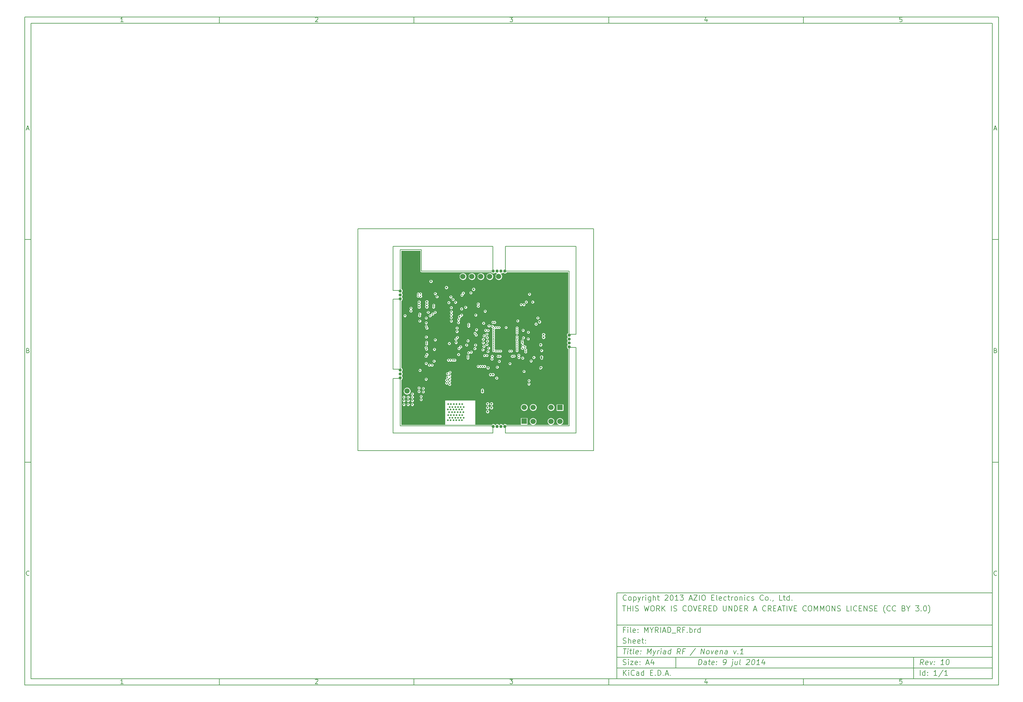
<source format=gbr>
G04 (created by PCBNEW (2013-07-07 BZR 4022)-stable) date 09/07/2014 14:33:10*
%MOIN*%
G04 Gerber Fmt 3.4, Leading zero omitted, Abs format*
%FSLAX34Y34*%
G01*
G70*
G90*
G04 APERTURE LIST*
%ADD10C,0.00590551*%
%ADD11C,0.0077*%
%ADD12C,0.0195*%
%ADD13C,0.0157*%
%ADD14C,0.0354*%
%ADD15C,0.173228*%
%ADD16R,0.0597X0.0597*%
%ADD17C,0.0597*%
%ADD18C,0.15748*%
%ADD19C,0.0590551*%
%ADD20R,0.0590551X0.0590551*%
%ADD21C,0.0432*%
%ADD22C,0.0117*%
%ADD23C,0.0196*%
%ADD24C,0.0138*%
%ADD25C,0.0122*%
%ADD26C,0.0039*%
G04 APERTURE END LIST*
G54D10*
X4000Y-4000D02*
X112930Y-4000D01*
X112930Y-78680D01*
X4000Y-78680D01*
X4000Y-4000D01*
X4700Y-4700D02*
X112230Y-4700D01*
X112230Y-77980D01*
X4700Y-77980D01*
X4700Y-4700D01*
X25780Y-4000D02*
X25780Y-4700D01*
X15032Y-4552D02*
X14747Y-4552D01*
X14890Y-4552D02*
X14890Y-4052D01*
X14842Y-4123D01*
X14794Y-4171D01*
X14747Y-4195D01*
X25780Y-78680D02*
X25780Y-77980D01*
X15032Y-78532D02*
X14747Y-78532D01*
X14890Y-78532D02*
X14890Y-78032D01*
X14842Y-78103D01*
X14794Y-78151D01*
X14747Y-78175D01*
X47560Y-4000D02*
X47560Y-4700D01*
X36527Y-4100D02*
X36550Y-4076D01*
X36598Y-4052D01*
X36717Y-4052D01*
X36765Y-4076D01*
X36789Y-4100D01*
X36812Y-4147D01*
X36812Y-4195D01*
X36789Y-4266D01*
X36503Y-4552D01*
X36812Y-4552D01*
X47560Y-78680D02*
X47560Y-77980D01*
X36527Y-78080D02*
X36550Y-78056D01*
X36598Y-78032D01*
X36717Y-78032D01*
X36765Y-78056D01*
X36789Y-78080D01*
X36812Y-78127D01*
X36812Y-78175D01*
X36789Y-78246D01*
X36503Y-78532D01*
X36812Y-78532D01*
X69340Y-4000D02*
X69340Y-4700D01*
X58283Y-4052D02*
X58592Y-4052D01*
X58426Y-4242D01*
X58497Y-4242D01*
X58545Y-4266D01*
X58569Y-4290D01*
X58592Y-4338D01*
X58592Y-4457D01*
X58569Y-4504D01*
X58545Y-4528D01*
X58497Y-4552D01*
X58354Y-4552D01*
X58307Y-4528D01*
X58283Y-4504D01*
X69340Y-78680D02*
X69340Y-77980D01*
X58283Y-78032D02*
X58592Y-78032D01*
X58426Y-78222D01*
X58497Y-78222D01*
X58545Y-78246D01*
X58569Y-78270D01*
X58592Y-78318D01*
X58592Y-78437D01*
X58569Y-78484D01*
X58545Y-78508D01*
X58497Y-78532D01*
X58354Y-78532D01*
X58307Y-78508D01*
X58283Y-78484D01*
X91120Y-4000D02*
X91120Y-4700D01*
X80325Y-4219D02*
X80325Y-4552D01*
X80206Y-4028D02*
X80087Y-4385D01*
X80396Y-4385D01*
X91120Y-78680D02*
X91120Y-77980D01*
X80325Y-78199D02*
X80325Y-78532D01*
X80206Y-78008D02*
X80087Y-78365D01*
X80396Y-78365D01*
X102129Y-4052D02*
X101890Y-4052D01*
X101867Y-4290D01*
X101890Y-4266D01*
X101938Y-4242D01*
X102057Y-4242D01*
X102105Y-4266D01*
X102129Y-4290D01*
X102152Y-4338D01*
X102152Y-4457D01*
X102129Y-4504D01*
X102105Y-4528D01*
X102057Y-4552D01*
X101938Y-4552D01*
X101890Y-4528D01*
X101867Y-4504D01*
X102129Y-78032D02*
X101890Y-78032D01*
X101867Y-78270D01*
X101890Y-78246D01*
X101938Y-78222D01*
X102057Y-78222D01*
X102105Y-78246D01*
X102129Y-78270D01*
X102152Y-78318D01*
X102152Y-78437D01*
X102129Y-78484D01*
X102105Y-78508D01*
X102057Y-78532D01*
X101938Y-78532D01*
X101890Y-78508D01*
X101867Y-78484D01*
X4000Y-28890D02*
X4700Y-28890D01*
X4230Y-16509D02*
X4469Y-16509D01*
X4183Y-16652D02*
X4350Y-16152D01*
X4516Y-16652D01*
X112930Y-28890D02*
X112230Y-28890D01*
X112460Y-16509D02*
X112699Y-16509D01*
X112413Y-16652D02*
X112580Y-16152D01*
X112746Y-16652D01*
X4000Y-53780D02*
X4700Y-53780D01*
X4385Y-41280D02*
X4457Y-41304D01*
X4480Y-41328D01*
X4504Y-41375D01*
X4504Y-41447D01*
X4480Y-41494D01*
X4457Y-41518D01*
X4409Y-41542D01*
X4219Y-41542D01*
X4219Y-41042D01*
X4385Y-41042D01*
X4433Y-41066D01*
X4457Y-41090D01*
X4480Y-41137D01*
X4480Y-41185D01*
X4457Y-41232D01*
X4433Y-41256D01*
X4385Y-41280D01*
X4219Y-41280D01*
X112930Y-53780D02*
X112230Y-53780D01*
X112615Y-41280D02*
X112687Y-41304D01*
X112710Y-41328D01*
X112734Y-41375D01*
X112734Y-41447D01*
X112710Y-41494D01*
X112687Y-41518D01*
X112639Y-41542D01*
X112449Y-41542D01*
X112449Y-41042D01*
X112615Y-41042D01*
X112663Y-41066D01*
X112687Y-41090D01*
X112710Y-41137D01*
X112710Y-41185D01*
X112687Y-41232D01*
X112663Y-41256D01*
X112615Y-41280D01*
X112449Y-41280D01*
X4504Y-66384D02*
X4480Y-66408D01*
X4409Y-66432D01*
X4361Y-66432D01*
X4290Y-66408D01*
X4242Y-66360D01*
X4219Y-66313D01*
X4195Y-66218D01*
X4195Y-66146D01*
X4219Y-66051D01*
X4242Y-66003D01*
X4290Y-65956D01*
X4361Y-65932D01*
X4409Y-65932D01*
X4480Y-65956D01*
X4504Y-65980D01*
X112734Y-66384D02*
X112710Y-66408D01*
X112639Y-66432D01*
X112591Y-66432D01*
X112520Y-66408D01*
X112472Y-66360D01*
X112449Y-66313D01*
X112425Y-66218D01*
X112425Y-66146D01*
X112449Y-66051D01*
X112472Y-66003D01*
X112520Y-65956D01*
X112591Y-65932D01*
X112639Y-65932D01*
X112710Y-65956D01*
X112734Y-65980D01*
X79380Y-76422D02*
X79455Y-75822D01*
X79597Y-75822D01*
X79680Y-75851D01*
X79730Y-75908D01*
X79751Y-75965D01*
X79765Y-76080D01*
X79755Y-76165D01*
X79712Y-76280D01*
X79676Y-76337D01*
X79612Y-76394D01*
X79522Y-76422D01*
X79380Y-76422D01*
X80237Y-76422D02*
X80276Y-76108D01*
X80255Y-76051D01*
X80201Y-76022D01*
X80087Y-76022D01*
X80026Y-76051D01*
X80240Y-76394D02*
X80180Y-76422D01*
X80037Y-76422D01*
X79983Y-76394D01*
X79962Y-76337D01*
X79969Y-76280D01*
X80005Y-76222D01*
X80065Y-76194D01*
X80208Y-76194D01*
X80269Y-76165D01*
X80487Y-76022D02*
X80715Y-76022D01*
X80597Y-75822D02*
X80533Y-76337D01*
X80555Y-76394D01*
X80608Y-76422D01*
X80665Y-76422D01*
X81097Y-76394D02*
X81037Y-76422D01*
X80922Y-76422D01*
X80869Y-76394D01*
X80847Y-76337D01*
X80876Y-76108D01*
X80912Y-76051D01*
X80972Y-76022D01*
X81087Y-76022D01*
X81140Y-76051D01*
X81162Y-76108D01*
X81155Y-76165D01*
X80862Y-76222D01*
X81387Y-76365D02*
X81412Y-76394D01*
X81380Y-76422D01*
X81355Y-76394D01*
X81387Y-76365D01*
X81380Y-76422D01*
X81426Y-76051D02*
X81451Y-76080D01*
X81419Y-76108D01*
X81394Y-76080D01*
X81426Y-76051D01*
X81419Y-76108D01*
X82151Y-76422D02*
X82265Y-76422D01*
X82326Y-76394D01*
X82358Y-76365D01*
X82426Y-76280D01*
X82469Y-76165D01*
X82497Y-75937D01*
X82476Y-75880D01*
X82451Y-75851D01*
X82397Y-75822D01*
X82283Y-75822D01*
X82222Y-75851D01*
X82190Y-75880D01*
X82155Y-75937D01*
X82137Y-76080D01*
X82158Y-76137D01*
X82183Y-76165D01*
X82237Y-76194D01*
X82351Y-76194D01*
X82412Y-76165D01*
X82444Y-76137D01*
X82480Y-76080D01*
X83201Y-76022D02*
X83137Y-76537D01*
X83101Y-76594D01*
X83040Y-76622D01*
X83012Y-76622D01*
X83226Y-75822D02*
X83194Y-75851D01*
X83219Y-75880D01*
X83251Y-75851D01*
X83226Y-75822D01*
X83219Y-75880D01*
X83744Y-76022D02*
X83694Y-76422D01*
X83487Y-76022D02*
X83447Y-76337D01*
X83469Y-76394D01*
X83522Y-76422D01*
X83608Y-76422D01*
X83669Y-76394D01*
X83701Y-76365D01*
X84065Y-76422D02*
X84012Y-76394D01*
X83990Y-76337D01*
X84055Y-75822D01*
X84790Y-75880D02*
X84822Y-75851D01*
X84883Y-75822D01*
X85026Y-75822D01*
X85080Y-75851D01*
X85105Y-75880D01*
X85126Y-75937D01*
X85119Y-75994D01*
X85080Y-76080D01*
X84694Y-76422D01*
X85065Y-76422D01*
X85512Y-75822D02*
X85569Y-75822D01*
X85622Y-75851D01*
X85647Y-75880D01*
X85669Y-75937D01*
X85683Y-76051D01*
X85665Y-76194D01*
X85622Y-76308D01*
X85587Y-76365D01*
X85555Y-76394D01*
X85494Y-76422D01*
X85437Y-76422D01*
X85383Y-76394D01*
X85358Y-76365D01*
X85337Y-76308D01*
X85322Y-76194D01*
X85340Y-76051D01*
X85383Y-75937D01*
X85419Y-75880D01*
X85451Y-75851D01*
X85512Y-75822D01*
X86208Y-76422D02*
X85865Y-76422D01*
X86037Y-76422D02*
X86112Y-75822D01*
X86044Y-75908D01*
X85980Y-75965D01*
X85919Y-75994D01*
X86772Y-76022D02*
X86722Y-76422D01*
X86658Y-75794D02*
X86462Y-76222D01*
X86833Y-76222D01*
X70972Y-77622D02*
X70972Y-77022D01*
X71315Y-77622D02*
X71058Y-77280D01*
X71315Y-77022D02*
X70972Y-77365D01*
X71572Y-77622D02*
X71572Y-77222D01*
X71572Y-77022D02*
X71544Y-77051D01*
X71572Y-77080D01*
X71601Y-77051D01*
X71572Y-77022D01*
X71572Y-77080D01*
X72201Y-77565D02*
X72172Y-77594D01*
X72087Y-77622D01*
X72030Y-77622D01*
X71944Y-77594D01*
X71887Y-77537D01*
X71858Y-77480D01*
X71830Y-77365D01*
X71830Y-77280D01*
X71858Y-77165D01*
X71887Y-77108D01*
X71944Y-77051D01*
X72030Y-77022D01*
X72087Y-77022D01*
X72172Y-77051D01*
X72201Y-77080D01*
X72715Y-77622D02*
X72715Y-77308D01*
X72687Y-77251D01*
X72630Y-77222D01*
X72515Y-77222D01*
X72458Y-77251D01*
X72715Y-77594D02*
X72658Y-77622D01*
X72515Y-77622D01*
X72458Y-77594D01*
X72430Y-77537D01*
X72430Y-77480D01*
X72458Y-77422D01*
X72515Y-77394D01*
X72658Y-77394D01*
X72715Y-77365D01*
X73258Y-77622D02*
X73258Y-77022D01*
X73258Y-77594D02*
X73201Y-77622D01*
X73087Y-77622D01*
X73030Y-77594D01*
X73001Y-77565D01*
X72972Y-77508D01*
X72972Y-77337D01*
X73001Y-77280D01*
X73030Y-77251D01*
X73087Y-77222D01*
X73201Y-77222D01*
X73258Y-77251D01*
X74001Y-77308D02*
X74201Y-77308D01*
X74287Y-77622D02*
X74001Y-77622D01*
X74001Y-77022D01*
X74287Y-77022D01*
X74544Y-77565D02*
X74572Y-77594D01*
X74544Y-77622D01*
X74515Y-77594D01*
X74544Y-77565D01*
X74544Y-77622D01*
X74829Y-77622D02*
X74829Y-77022D01*
X74972Y-77022D01*
X75058Y-77051D01*
X75115Y-77108D01*
X75144Y-77165D01*
X75172Y-77280D01*
X75172Y-77365D01*
X75144Y-77480D01*
X75115Y-77537D01*
X75058Y-77594D01*
X74972Y-77622D01*
X74829Y-77622D01*
X75429Y-77565D02*
X75458Y-77594D01*
X75429Y-77622D01*
X75401Y-77594D01*
X75429Y-77565D01*
X75429Y-77622D01*
X75687Y-77451D02*
X75972Y-77451D01*
X75629Y-77622D02*
X75829Y-77022D01*
X76029Y-77622D01*
X76229Y-77565D02*
X76258Y-77594D01*
X76229Y-77622D01*
X76201Y-77594D01*
X76229Y-77565D01*
X76229Y-77622D01*
X104522Y-76422D02*
X104358Y-76137D01*
X104180Y-76422D02*
X104255Y-75822D01*
X104483Y-75822D01*
X104537Y-75851D01*
X104562Y-75880D01*
X104583Y-75937D01*
X104572Y-76022D01*
X104537Y-76080D01*
X104505Y-76108D01*
X104444Y-76137D01*
X104215Y-76137D01*
X105012Y-76394D02*
X104951Y-76422D01*
X104837Y-76422D01*
X104783Y-76394D01*
X104762Y-76337D01*
X104790Y-76108D01*
X104826Y-76051D01*
X104887Y-76022D01*
X105001Y-76022D01*
X105055Y-76051D01*
X105076Y-76108D01*
X105069Y-76165D01*
X104776Y-76222D01*
X105287Y-76022D02*
X105380Y-76422D01*
X105572Y-76022D01*
X105758Y-76365D02*
X105783Y-76394D01*
X105751Y-76422D01*
X105726Y-76394D01*
X105758Y-76365D01*
X105751Y-76422D01*
X105797Y-76051D02*
X105822Y-76080D01*
X105790Y-76108D01*
X105765Y-76080D01*
X105797Y-76051D01*
X105790Y-76108D01*
X106808Y-76422D02*
X106465Y-76422D01*
X106637Y-76422D02*
X106712Y-75822D01*
X106644Y-75908D01*
X106580Y-75965D01*
X106519Y-75994D01*
X107255Y-75822D02*
X107312Y-75822D01*
X107365Y-75851D01*
X107390Y-75880D01*
X107412Y-75937D01*
X107426Y-76051D01*
X107408Y-76194D01*
X107365Y-76308D01*
X107330Y-76365D01*
X107297Y-76394D01*
X107237Y-76422D01*
X107180Y-76422D01*
X107126Y-76394D01*
X107101Y-76365D01*
X107080Y-76308D01*
X107065Y-76194D01*
X107083Y-76051D01*
X107126Y-75937D01*
X107162Y-75880D01*
X107194Y-75851D01*
X107255Y-75822D01*
X70944Y-76394D02*
X71030Y-76422D01*
X71172Y-76422D01*
X71230Y-76394D01*
X71258Y-76365D01*
X71287Y-76308D01*
X71287Y-76251D01*
X71258Y-76194D01*
X71230Y-76165D01*
X71172Y-76137D01*
X71058Y-76108D01*
X71001Y-76080D01*
X70972Y-76051D01*
X70944Y-75994D01*
X70944Y-75937D01*
X70972Y-75880D01*
X71001Y-75851D01*
X71058Y-75822D01*
X71201Y-75822D01*
X71287Y-75851D01*
X71544Y-76422D02*
X71544Y-76022D01*
X71544Y-75822D02*
X71515Y-75851D01*
X71544Y-75880D01*
X71572Y-75851D01*
X71544Y-75822D01*
X71544Y-75880D01*
X71772Y-76022D02*
X72087Y-76022D01*
X71772Y-76422D01*
X72087Y-76422D01*
X72544Y-76394D02*
X72487Y-76422D01*
X72372Y-76422D01*
X72315Y-76394D01*
X72287Y-76337D01*
X72287Y-76108D01*
X72315Y-76051D01*
X72372Y-76022D01*
X72487Y-76022D01*
X72544Y-76051D01*
X72572Y-76108D01*
X72572Y-76165D01*
X72287Y-76222D01*
X72830Y-76365D02*
X72858Y-76394D01*
X72830Y-76422D01*
X72801Y-76394D01*
X72830Y-76365D01*
X72830Y-76422D01*
X72830Y-76051D02*
X72858Y-76080D01*
X72830Y-76108D01*
X72801Y-76080D01*
X72830Y-76051D01*
X72830Y-76108D01*
X73544Y-76251D02*
X73830Y-76251D01*
X73487Y-76422D02*
X73687Y-75822D01*
X73887Y-76422D01*
X74344Y-76022D02*
X74344Y-76422D01*
X74201Y-75794D02*
X74058Y-76222D01*
X74430Y-76222D01*
X104172Y-77622D02*
X104172Y-77022D01*
X104715Y-77622D02*
X104715Y-77022D01*
X104715Y-77594D02*
X104658Y-77622D01*
X104544Y-77622D01*
X104487Y-77594D01*
X104458Y-77565D01*
X104430Y-77508D01*
X104430Y-77337D01*
X104458Y-77280D01*
X104487Y-77251D01*
X104544Y-77222D01*
X104658Y-77222D01*
X104715Y-77251D01*
X105001Y-77565D02*
X105030Y-77594D01*
X105001Y-77622D01*
X104972Y-77594D01*
X105001Y-77565D01*
X105001Y-77622D01*
X105001Y-77251D02*
X105030Y-77280D01*
X105001Y-77308D01*
X104972Y-77280D01*
X105001Y-77251D01*
X105001Y-77308D01*
X106058Y-77622D02*
X105715Y-77622D01*
X105887Y-77622D02*
X105887Y-77022D01*
X105829Y-77108D01*
X105772Y-77165D01*
X105715Y-77194D01*
X106744Y-76994D02*
X106230Y-77765D01*
X107258Y-77622D02*
X106915Y-77622D01*
X107087Y-77622D02*
X107087Y-77022D01*
X107029Y-77108D01*
X106972Y-77165D01*
X106915Y-77194D01*
X70969Y-74622D02*
X71312Y-74622D01*
X71065Y-75222D02*
X71140Y-74622D01*
X71437Y-75222D02*
X71487Y-74822D01*
X71512Y-74622D02*
X71480Y-74651D01*
X71505Y-74680D01*
X71537Y-74651D01*
X71512Y-74622D01*
X71505Y-74680D01*
X71687Y-74822D02*
X71915Y-74822D01*
X71797Y-74622D02*
X71733Y-75137D01*
X71755Y-75194D01*
X71808Y-75222D01*
X71865Y-75222D01*
X72151Y-75222D02*
X72097Y-75194D01*
X72076Y-75137D01*
X72140Y-74622D01*
X72612Y-75194D02*
X72551Y-75222D01*
X72437Y-75222D01*
X72383Y-75194D01*
X72362Y-75137D01*
X72390Y-74908D01*
X72426Y-74851D01*
X72487Y-74822D01*
X72601Y-74822D01*
X72655Y-74851D01*
X72676Y-74908D01*
X72669Y-74965D01*
X72376Y-75022D01*
X72901Y-75165D02*
X72926Y-75194D01*
X72894Y-75222D01*
X72869Y-75194D01*
X72901Y-75165D01*
X72894Y-75222D01*
X72940Y-74851D02*
X72965Y-74880D01*
X72933Y-74908D01*
X72908Y-74880D01*
X72940Y-74851D01*
X72933Y-74908D01*
X73637Y-75222D02*
X73712Y-74622D01*
X73858Y-75051D01*
X74112Y-74622D01*
X74037Y-75222D01*
X74315Y-74822D02*
X74408Y-75222D01*
X74601Y-74822D02*
X74408Y-75222D01*
X74333Y-75365D01*
X74301Y-75394D01*
X74240Y-75422D01*
X74780Y-75222D02*
X74830Y-74822D01*
X74815Y-74937D02*
X74851Y-74880D01*
X74883Y-74851D01*
X74944Y-74822D01*
X75001Y-74822D01*
X75151Y-75222D02*
X75201Y-74822D01*
X75226Y-74622D02*
X75194Y-74651D01*
X75219Y-74680D01*
X75251Y-74651D01*
X75226Y-74622D01*
X75219Y-74680D01*
X75694Y-75222D02*
X75733Y-74908D01*
X75712Y-74851D01*
X75658Y-74822D01*
X75544Y-74822D01*
X75483Y-74851D01*
X75697Y-75194D02*
X75637Y-75222D01*
X75494Y-75222D01*
X75440Y-75194D01*
X75419Y-75137D01*
X75426Y-75080D01*
X75462Y-75022D01*
X75522Y-74994D01*
X75665Y-74994D01*
X75726Y-74965D01*
X76237Y-75222D02*
X76312Y-74622D01*
X76240Y-75194D02*
X76180Y-75222D01*
X76065Y-75222D01*
X76012Y-75194D01*
X75987Y-75165D01*
X75965Y-75108D01*
X75987Y-74937D01*
X76022Y-74880D01*
X76055Y-74851D01*
X76115Y-74822D01*
X76230Y-74822D01*
X76283Y-74851D01*
X77322Y-75222D02*
X77158Y-74937D01*
X76980Y-75222D02*
X77055Y-74622D01*
X77283Y-74622D01*
X77337Y-74651D01*
X77362Y-74680D01*
X77383Y-74737D01*
X77372Y-74822D01*
X77337Y-74880D01*
X77305Y-74908D01*
X77244Y-74937D01*
X77015Y-74937D01*
X77819Y-74908D02*
X77619Y-74908D01*
X77580Y-75222D02*
X77655Y-74622D01*
X77940Y-74622D01*
X79058Y-74594D02*
X78447Y-75365D01*
X79637Y-75222D02*
X79712Y-74622D01*
X79980Y-75222D01*
X80055Y-74622D01*
X80351Y-75222D02*
X80297Y-75194D01*
X80272Y-75165D01*
X80251Y-75108D01*
X80272Y-74937D01*
X80308Y-74880D01*
X80340Y-74851D01*
X80401Y-74822D01*
X80487Y-74822D01*
X80540Y-74851D01*
X80565Y-74880D01*
X80587Y-74937D01*
X80565Y-75108D01*
X80530Y-75165D01*
X80497Y-75194D01*
X80437Y-75222D01*
X80351Y-75222D01*
X80801Y-74822D02*
X80894Y-75222D01*
X81087Y-74822D01*
X81497Y-75194D02*
X81437Y-75222D01*
X81322Y-75222D01*
X81269Y-75194D01*
X81247Y-75137D01*
X81276Y-74908D01*
X81312Y-74851D01*
X81372Y-74822D01*
X81487Y-74822D01*
X81540Y-74851D01*
X81562Y-74908D01*
X81555Y-74965D01*
X81262Y-75022D01*
X81830Y-74822D02*
X81780Y-75222D01*
X81822Y-74880D02*
X81855Y-74851D01*
X81915Y-74822D01*
X82001Y-74822D01*
X82055Y-74851D01*
X82076Y-74908D01*
X82037Y-75222D01*
X82580Y-75222D02*
X82619Y-74908D01*
X82597Y-74851D01*
X82544Y-74822D01*
X82430Y-74822D01*
X82369Y-74851D01*
X82583Y-75194D02*
X82522Y-75222D01*
X82380Y-75222D01*
X82326Y-75194D01*
X82305Y-75137D01*
X82312Y-75080D01*
X82347Y-75022D01*
X82408Y-74994D01*
X82551Y-74994D01*
X82612Y-74965D01*
X83315Y-74822D02*
X83408Y-75222D01*
X83601Y-74822D01*
X83787Y-75165D02*
X83812Y-75194D01*
X83780Y-75222D01*
X83755Y-75194D01*
X83787Y-75165D01*
X83780Y-75222D01*
X84380Y-75222D02*
X84037Y-75222D01*
X84208Y-75222D02*
X84283Y-74622D01*
X84215Y-74708D01*
X84151Y-74765D01*
X84090Y-74794D01*
X71172Y-72508D02*
X70972Y-72508D01*
X70972Y-72822D02*
X70972Y-72222D01*
X71258Y-72222D01*
X71487Y-72822D02*
X71487Y-72422D01*
X71487Y-72222D02*
X71458Y-72251D01*
X71487Y-72280D01*
X71515Y-72251D01*
X71487Y-72222D01*
X71487Y-72280D01*
X71858Y-72822D02*
X71801Y-72794D01*
X71772Y-72737D01*
X71772Y-72222D01*
X72315Y-72794D02*
X72258Y-72822D01*
X72144Y-72822D01*
X72087Y-72794D01*
X72058Y-72737D01*
X72058Y-72508D01*
X72087Y-72451D01*
X72144Y-72422D01*
X72258Y-72422D01*
X72315Y-72451D01*
X72344Y-72508D01*
X72344Y-72565D01*
X72058Y-72622D01*
X72601Y-72765D02*
X72630Y-72794D01*
X72601Y-72822D01*
X72572Y-72794D01*
X72601Y-72765D01*
X72601Y-72822D01*
X72601Y-72451D02*
X72630Y-72480D01*
X72601Y-72508D01*
X72572Y-72480D01*
X72601Y-72451D01*
X72601Y-72508D01*
X73344Y-72822D02*
X73344Y-72222D01*
X73544Y-72651D01*
X73744Y-72222D01*
X73744Y-72822D01*
X74144Y-72537D02*
X74144Y-72822D01*
X73944Y-72222D02*
X74144Y-72537D01*
X74344Y-72222D01*
X74887Y-72822D02*
X74687Y-72537D01*
X74544Y-72822D02*
X74544Y-72222D01*
X74772Y-72222D01*
X74830Y-72251D01*
X74858Y-72280D01*
X74887Y-72337D01*
X74887Y-72422D01*
X74858Y-72480D01*
X74830Y-72508D01*
X74772Y-72537D01*
X74544Y-72537D01*
X75144Y-72822D02*
X75144Y-72222D01*
X75401Y-72651D02*
X75687Y-72651D01*
X75344Y-72822D02*
X75544Y-72222D01*
X75744Y-72822D01*
X75944Y-72822D02*
X75944Y-72222D01*
X76087Y-72222D01*
X76172Y-72251D01*
X76230Y-72308D01*
X76258Y-72365D01*
X76287Y-72480D01*
X76287Y-72565D01*
X76258Y-72680D01*
X76230Y-72737D01*
X76172Y-72794D01*
X76087Y-72822D01*
X75944Y-72822D01*
X76401Y-72880D02*
X76858Y-72880D01*
X77344Y-72822D02*
X77144Y-72537D01*
X77001Y-72822D02*
X77001Y-72222D01*
X77230Y-72222D01*
X77287Y-72251D01*
X77315Y-72280D01*
X77344Y-72337D01*
X77344Y-72422D01*
X77315Y-72480D01*
X77287Y-72508D01*
X77230Y-72537D01*
X77001Y-72537D01*
X77801Y-72508D02*
X77601Y-72508D01*
X77601Y-72822D02*
X77601Y-72222D01*
X77887Y-72222D01*
X78115Y-72765D02*
X78144Y-72794D01*
X78115Y-72822D01*
X78087Y-72794D01*
X78115Y-72765D01*
X78115Y-72822D01*
X78401Y-72822D02*
X78401Y-72222D01*
X78401Y-72451D02*
X78458Y-72422D01*
X78572Y-72422D01*
X78630Y-72451D01*
X78658Y-72480D01*
X78687Y-72537D01*
X78687Y-72708D01*
X78658Y-72765D01*
X78630Y-72794D01*
X78572Y-72822D01*
X78458Y-72822D01*
X78401Y-72794D01*
X78944Y-72822D02*
X78944Y-72422D01*
X78944Y-72537D02*
X78972Y-72480D01*
X79001Y-72451D01*
X79058Y-72422D01*
X79115Y-72422D01*
X79572Y-72822D02*
X79572Y-72222D01*
X79572Y-72794D02*
X79515Y-72822D01*
X79401Y-72822D01*
X79344Y-72794D01*
X79315Y-72765D01*
X79287Y-72708D01*
X79287Y-72537D01*
X79315Y-72480D01*
X79344Y-72451D01*
X79401Y-72422D01*
X79515Y-72422D01*
X79572Y-72451D01*
X70944Y-73994D02*
X71030Y-74022D01*
X71172Y-74022D01*
X71230Y-73994D01*
X71258Y-73965D01*
X71287Y-73908D01*
X71287Y-73851D01*
X71258Y-73794D01*
X71230Y-73765D01*
X71172Y-73737D01*
X71058Y-73708D01*
X71001Y-73680D01*
X70972Y-73651D01*
X70944Y-73594D01*
X70944Y-73537D01*
X70972Y-73480D01*
X71001Y-73451D01*
X71058Y-73422D01*
X71201Y-73422D01*
X71287Y-73451D01*
X71544Y-74022D02*
X71544Y-73422D01*
X71801Y-74022D02*
X71801Y-73708D01*
X71772Y-73651D01*
X71715Y-73622D01*
X71630Y-73622D01*
X71572Y-73651D01*
X71544Y-73680D01*
X72315Y-73994D02*
X72258Y-74022D01*
X72144Y-74022D01*
X72087Y-73994D01*
X72058Y-73937D01*
X72058Y-73708D01*
X72087Y-73651D01*
X72144Y-73622D01*
X72258Y-73622D01*
X72315Y-73651D01*
X72344Y-73708D01*
X72344Y-73765D01*
X72058Y-73822D01*
X72830Y-73994D02*
X72772Y-74022D01*
X72658Y-74022D01*
X72601Y-73994D01*
X72572Y-73937D01*
X72572Y-73708D01*
X72601Y-73651D01*
X72658Y-73622D01*
X72772Y-73622D01*
X72830Y-73651D01*
X72858Y-73708D01*
X72858Y-73765D01*
X72572Y-73822D01*
X73030Y-73622D02*
X73258Y-73622D01*
X73115Y-73422D02*
X73115Y-73937D01*
X73144Y-73994D01*
X73201Y-74022D01*
X73258Y-74022D01*
X73458Y-73965D02*
X73487Y-73994D01*
X73458Y-74022D01*
X73430Y-73994D01*
X73458Y-73965D01*
X73458Y-74022D01*
X73458Y-73651D02*
X73487Y-73680D01*
X73458Y-73708D01*
X73430Y-73680D01*
X73458Y-73651D01*
X73458Y-73708D01*
X70887Y-69822D02*
X71230Y-69822D01*
X71058Y-70422D02*
X71058Y-69822D01*
X71430Y-70422D02*
X71430Y-69822D01*
X71430Y-70108D02*
X71772Y-70108D01*
X71772Y-70422D02*
X71772Y-69822D01*
X72058Y-70422D02*
X72058Y-69822D01*
X72315Y-70394D02*
X72401Y-70422D01*
X72544Y-70422D01*
X72601Y-70394D01*
X72629Y-70365D01*
X72658Y-70308D01*
X72658Y-70251D01*
X72629Y-70194D01*
X72601Y-70165D01*
X72544Y-70137D01*
X72429Y-70108D01*
X72372Y-70080D01*
X72344Y-70051D01*
X72315Y-69994D01*
X72315Y-69937D01*
X72344Y-69880D01*
X72372Y-69851D01*
X72429Y-69822D01*
X72572Y-69822D01*
X72658Y-69851D01*
X73315Y-69822D02*
X73458Y-70422D01*
X73572Y-69994D01*
X73687Y-70422D01*
X73830Y-69822D01*
X74172Y-69822D02*
X74287Y-69822D01*
X74344Y-69851D01*
X74401Y-69908D01*
X74430Y-70022D01*
X74430Y-70222D01*
X74401Y-70337D01*
X74344Y-70394D01*
X74287Y-70422D01*
X74172Y-70422D01*
X74115Y-70394D01*
X74058Y-70337D01*
X74030Y-70222D01*
X74030Y-70022D01*
X74058Y-69908D01*
X74115Y-69851D01*
X74172Y-69822D01*
X75029Y-70422D02*
X74829Y-70137D01*
X74687Y-70422D02*
X74687Y-69822D01*
X74915Y-69822D01*
X74972Y-69851D01*
X75001Y-69880D01*
X75029Y-69937D01*
X75029Y-70022D01*
X75001Y-70080D01*
X74972Y-70108D01*
X74915Y-70137D01*
X74687Y-70137D01*
X75287Y-70422D02*
X75287Y-69822D01*
X75629Y-70422D02*
X75372Y-70080D01*
X75629Y-69822D02*
X75287Y-70165D01*
X76344Y-70422D02*
X76344Y-69822D01*
X76601Y-70394D02*
X76687Y-70422D01*
X76829Y-70422D01*
X76887Y-70394D01*
X76915Y-70365D01*
X76944Y-70308D01*
X76944Y-70251D01*
X76915Y-70194D01*
X76887Y-70165D01*
X76829Y-70137D01*
X76715Y-70108D01*
X76658Y-70080D01*
X76629Y-70051D01*
X76601Y-69994D01*
X76601Y-69937D01*
X76629Y-69880D01*
X76658Y-69851D01*
X76715Y-69822D01*
X76858Y-69822D01*
X76944Y-69851D01*
X78001Y-70365D02*
X77972Y-70394D01*
X77887Y-70422D01*
X77830Y-70422D01*
X77744Y-70394D01*
X77687Y-70337D01*
X77658Y-70280D01*
X77630Y-70165D01*
X77630Y-70080D01*
X77658Y-69965D01*
X77687Y-69908D01*
X77744Y-69851D01*
X77830Y-69822D01*
X77887Y-69822D01*
X77972Y-69851D01*
X78001Y-69880D01*
X78372Y-69822D02*
X78487Y-69822D01*
X78544Y-69851D01*
X78601Y-69908D01*
X78630Y-70022D01*
X78630Y-70222D01*
X78601Y-70337D01*
X78544Y-70394D01*
X78487Y-70422D01*
X78372Y-70422D01*
X78315Y-70394D01*
X78258Y-70337D01*
X78230Y-70222D01*
X78230Y-70022D01*
X78258Y-69908D01*
X78315Y-69851D01*
X78372Y-69822D01*
X78801Y-69822D02*
X79001Y-70422D01*
X79201Y-69822D01*
X79401Y-70108D02*
X79601Y-70108D01*
X79687Y-70422D02*
X79401Y-70422D01*
X79401Y-69822D01*
X79687Y-69822D01*
X80287Y-70422D02*
X80087Y-70137D01*
X79944Y-70422D02*
X79944Y-69822D01*
X80172Y-69822D01*
X80229Y-69851D01*
X80258Y-69880D01*
X80287Y-69937D01*
X80287Y-70022D01*
X80258Y-70080D01*
X80229Y-70108D01*
X80172Y-70137D01*
X79944Y-70137D01*
X80544Y-70108D02*
X80744Y-70108D01*
X80829Y-70422D02*
X80544Y-70422D01*
X80544Y-69822D01*
X80829Y-69822D01*
X81087Y-70422D02*
X81087Y-69822D01*
X81229Y-69822D01*
X81315Y-69851D01*
X81372Y-69908D01*
X81401Y-69965D01*
X81429Y-70080D01*
X81429Y-70165D01*
X81401Y-70280D01*
X81372Y-70337D01*
X81315Y-70394D01*
X81229Y-70422D01*
X81087Y-70422D01*
X82144Y-69822D02*
X82144Y-70308D01*
X82172Y-70365D01*
X82201Y-70394D01*
X82258Y-70422D01*
X82372Y-70422D01*
X82429Y-70394D01*
X82458Y-70365D01*
X82487Y-70308D01*
X82487Y-69822D01*
X82772Y-70422D02*
X82772Y-69822D01*
X83115Y-70422D01*
X83115Y-69822D01*
X83401Y-70422D02*
X83401Y-69822D01*
X83544Y-69822D01*
X83629Y-69851D01*
X83687Y-69908D01*
X83715Y-69965D01*
X83744Y-70080D01*
X83744Y-70165D01*
X83715Y-70280D01*
X83687Y-70337D01*
X83629Y-70394D01*
X83544Y-70422D01*
X83401Y-70422D01*
X84001Y-70108D02*
X84201Y-70108D01*
X84287Y-70422D02*
X84001Y-70422D01*
X84001Y-69822D01*
X84287Y-69822D01*
X84887Y-70422D02*
X84687Y-70137D01*
X84544Y-70422D02*
X84544Y-69822D01*
X84772Y-69822D01*
X84829Y-69851D01*
X84858Y-69880D01*
X84887Y-69937D01*
X84887Y-70022D01*
X84858Y-70080D01*
X84829Y-70108D01*
X84772Y-70137D01*
X84544Y-70137D01*
X85572Y-70251D02*
X85858Y-70251D01*
X85515Y-70422D02*
X85715Y-69822D01*
X85915Y-70422D01*
X86915Y-70365D02*
X86887Y-70394D01*
X86801Y-70422D01*
X86744Y-70422D01*
X86658Y-70394D01*
X86601Y-70337D01*
X86572Y-70280D01*
X86544Y-70165D01*
X86544Y-70080D01*
X86572Y-69965D01*
X86601Y-69908D01*
X86658Y-69851D01*
X86744Y-69822D01*
X86801Y-69822D01*
X86887Y-69851D01*
X86915Y-69880D01*
X87515Y-70422D02*
X87315Y-70137D01*
X87172Y-70422D02*
X87172Y-69822D01*
X87401Y-69822D01*
X87458Y-69851D01*
X87487Y-69880D01*
X87515Y-69937D01*
X87515Y-70022D01*
X87487Y-70080D01*
X87458Y-70108D01*
X87401Y-70137D01*
X87172Y-70137D01*
X87772Y-70108D02*
X87972Y-70108D01*
X88058Y-70422D02*
X87772Y-70422D01*
X87772Y-69822D01*
X88058Y-69822D01*
X88287Y-70251D02*
X88572Y-70251D01*
X88229Y-70422D02*
X88429Y-69822D01*
X88629Y-70422D01*
X88744Y-69822D02*
X89087Y-69822D01*
X88915Y-70422D02*
X88915Y-69822D01*
X89287Y-70422D02*
X89287Y-69822D01*
X89487Y-69822D02*
X89687Y-70422D01*
X89887Y-69822D01*
X90087Y-70108D02*
X90287Y-70108D01*
X90372Y-70422D02*
X90087Y-70422D01*
X90087Y-69822D01*
X90372Y-69822D01*
X91429Y-70365D02*
X91401Y-70394D01*
X91315Y-70422D01*
X91258Y-70422D01*
X91172Y-70394D01*
X91115Y-70337D01*
X91087Y-70280D01*
X91058Y-70165D01*
X91058Y-70080D01*
X91087Y-69965D01*
X91115Y-69908D01*
X91172Y-69851D01*
X91258Y-69822D01*
X91315Y-69822D01*
X91401Y-69851D01*
X91429Y-69880D01*
X91801Y-69822D02*
X91915Y-69822D01*
X91972Y-69851D01*
X92029Y-69908D01*
X92058Y-70022D01*
X92058Y-70222D01*
X92029Y-70337D01*
X91972Y-70394D01*
X91915Y-70422D01*
X91801Y-70422D01*
X91744Y-70394D01*
X91687Y-70337D01*
X91658Y-70222D01*
X91658Y-70022D01*
X91687Y-69908D01*
X91744Y-69851D01*
X91801Y-69822D01*
X92315Y-70422D02*
X92315Y-69822D01*
X92515Y-70251D01*
X92715Y-69822D01*
X92715Y-70422D01*
X93001Y-70422D02*
X93001Y-69822D01*
X93201Y-70251D01*
X93401Y-69822D01*
X93401Y-70422D01*
X93801Y-69822D02*
X93915Y-69822D01*
X93972Y-69851D01*
X94029Y-69908D01*
X94058Y-70022D01*
X94058Y-70222D01*
X94029Y-70337D01*
X93972Y-70394D01*
X93915Y-70422D01*
X93801Y-70422D01*
X93744Y-70394D01*
X93687Y-70337D01*
X93658Y-70222D01*
X93658Y-70022D01*
X93687Y-69908D01*
X93744Y-69851D01*
X93801Y-69822D01*
X94315Y-70422D02*
X94315Y-69822D01*
X94658Y-70422D01*
X94658Y-69822D01*
X94915Y-70394D02*
X95001Y-70422D01*
X95144Y-70422D01*
X95201Y-70394D01*
X95229Y-70365D01*
X95258Y-70308D01*
X95258Y-70251D01*
X95229Y-70194D01*
X95201Y-70165D01*
X95144Y-70137D01*
X95029Y-70108D01*
X94972Y-70080D01*
X94944Y-70051D01*
X94915Y-69994D01*
X94915Y-69937D01*
X94944Y-69880D01*
X94972Y-69851D01*
X95029Y-69822D01*
X95172Y-69822D01*
X95258Y-69851D01*
X96258Y-70422D02*
X95972Y-70422D01*
X95972Y-69822D01*
X96458Y-70422D02*
X96458Y-69822D01*
X97087Y-70365D02*
X97058Y-70394D01*
X96972Y-70422D01*
X96915Y-70422D01*
X96829Y-70394D01*
X96772Y-70337D01*
X96744Y-70280D01*
X96715Y-70165D01*
X96715Y-70080D01*
X96744Y-69965D01*
X96772Y-69908D01*
X96829Y-69851D01*
X96915Y-69822D01*
X96972Y-69822D01*
X97058Y-69851D01*
X97087Y-69880D01*
X97344Y-70108D02*
X97544Y-70108D01*
X97629Y-70422D02*
X97344Y-70422D01*
X97344Y-69822D01*
X97629Y-69822D01*
X97887Y-70422D02*
X97887Y-69822D01*
X98229Y-70422D01*
X98229Y-69822D01*
X98487Y-70394D02*
X98572Y-70422D01*
X98715Y-70422D01*
X98772Y-70394D01*
X98801Y-70365D01*
X98829Y-70308D01*
X98829Y-70251D01*
X98801Y-70194D01*
X98772Y-70165D01*
X98715Y-70137D01*
X98601Y-70108D01*
X98544Y-70080D01*
X98515Y-70051D01*
X98487Y-69994D01*
X98487Y-69937D01*
X98515Y-69880D01*
X98544Y-69851D01*
X98601Y-69822D01*
X98744Y-69822D01*
X98829Y-69851D01*
X99087Y-70108D02*
X99287Y-70108D01*
X99372Y-70422D02*
X99087Y-70422D01*
X99087Y-69822D01*
X99372Y-69822D01*
X100258Y-70651D02*
X100229Y-70622D01*
X100172Y-70537D01*
X100144Y-70480D01*
X100115Y-70394D01*
X100087Y-70251D01*
X100087Y-70137D01*
X100115Y-69994D01*
X100144Y-69908D01*
X100172Y-69851D01*
X100229Y-69765D01*
X100258Y-69737D01*
X100829Y-70365D02*
X100801Y-70394D01*
X100715Y-70422D01*
X100658Y-70422D01*
X100572Y-70394D01*
X100515Y-70337D01*
X100487Y-70280D01*
X100458Y-70165D01*
X100458Y-70080D01*
X100487Y-69965D01*
X100515Y-69908D01*
X100572Y-69851D01*
X100658Y-69822D01*
X100715Y-69822D01*
X100801Y-69851D01*
X100829Y-69880D01*
X101429Y-70365D02*
X101401Y-70394D01*
X101315Y-70422D01*
X101258Y-70422D01*
X101172Y-70394D01*
X101115Y-70337D01*
X101087Y-70280D01*
X101058Y-70165D01*
X101058Y-70080D01*
X101087Y-69965D01*
X101115Y-69908D01*
X101172Y-69851D01*
X101258Y-69822D01*
X101315Y-69822D01*
X101401Y-69851D01*
X101429Y-69880D01*
X102344Y-70108D02*
X102429Y-70137D01*
X102458Y-70165D01*
X102487Y-70222D01*
X102487Y-70308D01*
X102458Y-70365D01*
X102429Y-70394D01*
X102372Y-70422D01*
X102144Y-70422D01*
X102144Y-69822D01*
X102344Y-69822D01*
X102401Y-69851D01*
X102429Y-69880D01*
X102458Y-69937D01*
X102458Y-69994D01*
X102429Y-70051D01*
X102401Y-70080D01*
X102344Y-70108D01*
X102144Y-70108D01*
X102858Y-70137D02*
X102858Y-70422D01*
X102658Y-69822D02*
X102858Y-70137D01*
X103058Y-69822D01*
X103658Y-69822D02*
X104029Y-69822D01*
X103829Y-70051D01*
X103915Y-70051D01*
X103972Y-70080D01*
X104001Y-70108D01*
X104029Y-70165D01*
X104029Y-70308D01*
X104001Y-70365D01*
X103972Y-70394D01*
X103915Y-70422D01*
X103744Y-70422D01*
X103687Y-70394D01*
X103658Y-70365D01*
X104287Y-70365D02*
X104315Y-70394D01*
X104287Y-70422D01*
X104258Y-70394D01*
X104287Y-70365D01*
X104287Y-70422D01*
X104687Y-69822D02*
X104744Y-69822D01*
X104801Y-69851D01*
X104829Y-69880D01*
X104858Y-69937D01*
X104887Y-70051D01*
X104887Y-70194D01*
X104858Y-70308D01*
X104829Y-70365D01*
X104801Y-70394D01*
X104744Y-70422D01*
X104687Y-70422D01*
X104629Y-70394D01*
X104601Y-70365D01*
X104572Y-70308D01*
X104544Y-70194D01*
X104544Y-70051D01*
X104572Y-69937D01*
X104601Y-69880D01*
X104629Y-69851D01*
X104687Y-69822D01*
X105087Y-70651D02*
X105115Y-70622D01*
X105172Y-70537D01*
X105201Y-70480D01*
X105229Y-70394D01*
X105258Y-70251D01*
X105258Y-70137D01*
X105229Y-69994D01*
X105201Y-69908D01*
X105172Y-69851D01*
X105115Y-69765D01*
X105087Y-69737D01*
X71315Y-69165D02*
X71287Y-69194D01*
X71201Y-69222D01*
X71144Y-69222D01*
X71058Y-69194D01*
X71001Y-69137D01*
X70972Y-69080D01*
X70944Y-68965D01*
X70944Y-68880D01*
X70972Y-68765D01*
X71001Y-68708D01*
X71058Y-68651D01*
X71144Y-68622D01*
X71201Y-68622D01*
X71287Y-68651D01*
X71315Y-68680D01*
X71658Y-69222D02*
X71601Y-69194D01*
X71572Y-69165D01*
X71544Y-69108D01*
X71544Y-68937D01*
X71572Y-68880D01*
X71601Y-68851D01*
X71658Y-68822D01*
X71744Y-68822D01*
X71801Y-68851D01*
X71830Y-68880D01*
X71858Y-68937D01*
X71858Y-69108D01*
X71830Y-69165D01*
X71801Y-69194D01*
X71744Y-69222D01*
X71658Y-69222D01*
X72115Y-68822D02*
X72115Y-69422D01*
X72115Y-68851D02*
X72172Y-68822D01*
X72287Y-68822D01*
X72344Y-68851D01*
X72372Y-68880D01*
X72401Y-68937D01*
X72401Y-69108D01*
X72372Y-69165D01*
X72344Y-69194D01*
X72287Y-69222D01*
X72172Y-69222D01*
X72115Y-69194D01*
X72601Y-68822D02*
X72744Y-69222D01*
X72887Y-68822D02*
X72744Y-69222D01*
X72687Y-69365D01*
X72658Y-69394D01*
X72601Y-69422D01*
X73115Y-69222D02*
X73115Y-68822D01*
X73115Y-68937D02*
X73144Y-68880D01*
X73172Y-68851D01*
X73230Y-68822D01*
X73287Y-68822D01*
X73487Y-69222D02*
X73487Y-68822D01*
X73487Y-68622D02*
X73458Y-68651D01*
X73487Y-68680D01*
X73515Y-68651D01*
X73487Y-68622D01*
X73487Y-68680D01*
X74030Y-68822D02*
X74030Y-69308D01*
X74001Y-69365D01*
X73972Y-69394D01*
X73915Y-69422D01*
X73830Y-69422D01*
X73772Y-69394D01*
X74030Y-69194D02*
X73972Y-69222D01*
X73858Y-69222D01*
X73801Y-69194D01*
X73772Y-69165D01*
X73744Y-69108D01*
X73744Y-68937D01*
X73772Y-68880D01*
X73801Y-68851D01*
X73858Y-68822D01*
X73972Y-68822D01*
X74030Y-68851D01*
X74315Y-69222D02*
X74315Y-68622D01*
X74572Y-69222D02*
X74572Y-68908D01*
X74544Y-68851D01*
X74487Y-68822D01*
X74401Y-68822D01*
X74344Y-68851D01*
X74315Y-68880D01*
X74772Y-68822D02*
X75001Y-68822D01*
X74858Y-68622D02*
X74858Y-69137D01*
X74887Y-69194D01*
X74944Y-69222D01*
X75001Y-69222D01*
X75630Y-68680D02*
X75658Y-68651D01*
X75715Y-68622D01*
X75858Y-68622D01*
X75915Y-68651D01*
X75944Y-68680D01*
X75972Y-68737D01*
X75972Y-68794D01*
X75944Y-68880D01*
X75601Y-69222D01*
X75972Y-69222D01*
X76344Y-68622D02*
X76401Y-68622D01*
X76458Y-68651D01*
X76487Y-68680D01*
X76515Y-68737D01*
X76544Y-68851D01*
X76544Y-68994D01*
X76515Y-69108D01*
X76487Y-69165D01*
X76458Y-69194D01*
X76401Y-69222D01*
X76344Y-69222D01*
X76287Y-69194D01*
X76258Y-69165D01*
X76230Y-69108D01*
X76201Y-68994D01*
X76201Y-68851D01*
X76230Y-68737D01*
X76258Y-68680D01*
X76287Y-68651D01*
X76344Y-68622D01*
X77115Y-69222D02*
X76772Y-69222D01*
X76944Y-69222D02*
X76944Y-68622D01*
X76887Y-68708D01*
X76830Y-68765D01*
X76772Y-68794D01*
X77315Y-68622D02*
X77687Y-68622D01*
X77487Y-68851D01*
X77572Y-68851D01*
X77630Y-68880D01*
X77658Y-68908D01*
X77687Y-68965D01*
X77687Y-69108D01*
X77658Y-69165D01*
X77630Y-69194D01*
X77572Y-69222D01*
X77401Y-69222D01*
X77344Y-69194D01*
X77315Y-69165D01*
X78372Y-69051D02*
X78658Y-69051D01*
X78315Y-69222D02*
X78515Y-68622D01*
X78715Y-69222D01*
X78858Y-68622D02*
X79258Y-68622D01*
X78858Y-69222D01*
X79258Y-69222D01*
X79487Y-69222D02*
X79487Y-68622D01*
X79887Y-68622D02*
X80001Y-68622D01*
X80058Y-68651D01*
X80115Y-68708D01*
X80144Y-68822D01*
X80144Y-69022D01*
X80115Y-69137D01*
X80058Y-69194D01*
X80001Y-69222D01*
X79887Y-69222D01*
X79830Y-69194D01*
X79772Y-69137D01*
X79744Y-69022D01*
X79744Y-68822D01*
X79772Y-68708D01*
X79830Y-68651D01*
X79887Y-68622D01*
X80858Y-68908D02*
X81058Y-68908D01*
X81144Y-69222D02*
X80858Y-69222D01*
X80858Y-68622D01*
X81144Y-68622D01*
X81487Y-69222D02*
X81430Y-69194D01*
X81401Y-69137D01*
X81401Y-68622D01*
X81944Y-69194D02*
X81887Y-69222D01*
X81772Y-69222D01*
X81715Y-69194D01*
X81687Y-69137D01*
X81687Y-68908D01*
X81715Y-68851D01*
X81772Y-68822D01*
X81887Y-68822D01*
X81944Y-68851D01*
X81972Y-68908D01*
X81972Y-68965D01*
X81687Y-69022D01*
X82487Y-69194D02*
X82430Y-69222D01*
X82315Y-69222D01*
X82258Y-69194D01*
X82230Y-69165D01*
X82201Y-69108D01*
X82201Y-68937D01*
X82230Y-68880D01*
X82258Y-68851D01*
X82315Y-68822D01*
X82430Y-68822D01*
X82487Y-68851D01*
X82658Y-68822D02*
X82887Y-68822D01*
X82744Y-68622D02*
X82744Y-69137D01*
X82772Y-69194D01*
X82830Y-69222D01*
X82887Y-69222D01*
X83087Y-69222D02*
X83087Y-68822D01*
X83087Y-68937D02*
X83115Y-68880D01*
X83144Y-68851D01*
X83201Y-68822D01*
X83258Y-68822D01*
X83544Y-69222D02*
X83487Y-69194D01*
X83458Y-69165D01*
X83430Y-69108D01*
X83430Y-68937D01*
X83458Y-68880D01*
X83487Y-68851D01*
X83544Y-68822D01*
X83630Y-68822D01*
X83687Y-68851D01*
X83715Y-68880D01*
X83744Y-68937D01*
X83744Y-69108D01*
X83715Y-69165D01*
X83687Y-69194D01*
X83630Y-69222D01*
X83544Y-69222D01*
X84001Y-68822D02*
X84001Y-69222D01*
X84001Y-68880D02*
X84030Y-68851D01*
X84087Y-68822D01*
X84172Y-68822D01*
X84230Y-68851D01*
X84258Y-68908D01*
X84258Y-69222D01*
X84544Y-69222D02*
X84544Y-68822D01*
X84544Y-68622D02*
X84515Y-68651D01*
X84544Y-68680D01*
X84572Y-68651D01*
X84544Y-68622D01*
X84544Y-68680D01*
X85087Y-69194D02*
X85030Y-69222D01*
X84915Y-69222D01*
X84858Y-69194D01*
X84830Y-69165D01*
X84801Y-69108D01*
X84801Y-68937D01*
X84830Y-68880D01*
X84858Y-68851D01*
X84915Y-68822D01*
X85030Y-68822D01*
X85087Y-68851D01*
X85315Y-69194D02*
X85372Y-69222D01*
X85487Y-69222D01*
X85544Y-69194D01*
X85572Y-69137D01*
X85572Y-69108D01*
X85544Y-69051D01*
X85487Y-69022D01*
X85401Y-69022D01*
X85344Y-68994D01*
X85315Y-68937D01*
X85315Y-68908D01*
X85344Y-68851D01*
X85401Y-68822D01*
X85487Y-68822D01*
X85544Y-68851D01*
X86630Y-69165D02*
X86601Y-69194D01*
X86515Y-69222D01*
X86458Y-69222D01*
X86372Y-69194D01*
X86315Y-69137D01*
X86287Y-69080D01*
X86258Y-68965D01*
X86258Y-68880D01*
X86287Y-68765D01*
X86315Y-68708D01*
X86372Y-68651D01*
X86458Y-68622D01*
X86515Y-68622D01*
X86601Y-68651D01*
X86630Y-68680D01*
X86972Y-69222D02*
X86915Y-69194D01*
X86887Y-69165D01*
X86858Y-69108D01*
X86858Y-68937D01*
X86887Y-68880D01*
X86915Y-68851D01*
X86972Y-68822D01*
X87058Y-68822D01*
X87115Y-68851D01*
X87144Y-68880D01*
X87172Y-68937D01*
X87172Y-69108D01*
X87144Y-69165D01*
X87115Y-69194D01*
X87058Y-69222D01*
X86972Y-69222D01*
X87430Y-69165D02*
X87458Y-69194D01*
X87430Y-69222D01*
X87401Y-69194D01*
X87430Y-69165D01*
X87430Y-69222D01*
X87744Y-69194D02*
X87744Y-69222D01*
X87715Y-69280D01*
X87687Y-69308D01*
X88744Y-69222D02*
X88458Y-69222D01*
X88458Y-68622D01*
X88858Y-68822D02*
X89087Y-68822D01*
X88944Y-68622D02*
X88944Y-69137D01*
X88972Y-69194D01*
X89030Y-69222D01*
X89087Y-69222D01*
X89544Y-69222D02*
X89544Y-68622D01*
X89544Y-69194D02*
X89487Y-69222D01*
X89372Y-69222D01*
X89315Y-69194D01*
X89287Y-69165D01*
X89258Y-69108D01*
X89258Y-68937D01*
X89287Y-68880D01*
X89315Y-68851D01*
X89372Y-68822D01*
X89487Y-68822D01*
X89544Y-68851D01*
X89830Y-69165D02*
X89858Y-69194D01*
X89830Y-69222D01*
X89801Y-69194D01*
X89830Y-69165D01*
X89830Y-69222D01*
X70230Y-68380D02*
X70230Y-77980D01*
X70230Y-71980D02*
X112230Y-71980D01*
X70230Y-68380D02*
X112230Y-68380D01*
X70230Y-74380D02*
X112230Y-74380D01*
X103430Y-75580D02*
X103430Y-77980D01*
X70230Y-76780D02*
X112230Y-76780D01*
X70230Y-75580D02*
X112230Y-75580D01*
X76830Y-75580D02*
X76830Y-76780D01*
G54D11*
X46007Y-30019D02*
X48370Y-30019D01*
X48370Y-30019D02*
X48370Y-32401D01*
X48370Y-32401D02*
X56384Y-32401D01*
X46007Y-30019D02*
X46007Y-34570D01*
X41283Y-52483D02*
X41283Y-27680D01*
X67661Y-52483D02*
X41283Y-52483D01*
X67661Y-27680D02*
X67661Y-52483D01*
X41283Y-27680D02*
X67661Y-27680D01*
X64905Y-32401D02*
X64905Y-39492D01*
X57764Y-32401D02*
X64905Y-32401D01*
X57764Y-32401D02*
X57764Y-29648D01*
X65692Y-29650D02*
X57764Y-29650D01*
X65692Y-39492D02*
X65692Y-29650D01*
X64905Y-39492D02*
X65692Y-39492D01*
X57764Y-50515D02*
X57764Y-49728D01*
X65692Y-50515D02*
X57764Y-50515D01*
X65692Y-40948D02*
X65692Y-50515D01*
X64905Y-40948D02*
X65692Y-40948D01*
X64905Y-49728D02*
X64905Y-40948D01*
X57764Y-49728D02*
X64905Y-49728D01*
X45220Y-50515D02*
X45220Y-44413D01*
X56386Y-50515D02*
X45220Y-50515D01*
X56386Y-49728D02*
X56386Y-50515D01*
X46007Y-49728D02*
X56386Y-49728D01*
X46007Y-44413D02*
X46007Y-49728D01*
X46007Y-44413D02*
X45220Y-44413D01*
X45220Y-43390D02*
X45220Y-35555D01*
X46007Y-43390D02*
X45220Y-43390D01*
X46007Y-35555D02*
X46007Y-43390D01*
X46007Y-35555D02*
X45220Y-35555D01*
X46007Y-34570D02*
X45220Y-34570D01*
X45220Y-29648D02*
X45220Y-34570D01*
X45220Y-29648D02*
X56384Y-29648D01*
X56384Y-32401D02*
X56384Y-29648D01*
G54D12*
X48990Y-35830D03*
X48124Y-35869D03*
G54D13*
X48070Y-30669D03*
X61417Y-32755D03*
X61102Y-32755D03*
X61732Y-32755D03*
X62047Y-32755D03*
X63346Y-32755D03*
X63031Y-32755D03*
X62401Y-32755D03*
X62716Y-32755D03*
X57795Y-33267D03*
X63661Y-33110D03*
X60118Y-32755D03*
X59803Y-32755D03*
X60433Y-32755D03*
X60748Y-32755D03*
X64212Y-33740D03*
X63818Y-33464D03*
X48070Y-31850D03*
X50944Y-33031D03*
X59448Y-32755D03*
X59133Y-32755D03*
X58503Y-32755D03*
X58818Y-32755D03*
X46299Y-30669D03*
X56496Y-46283D03*
X50259Y-48314D03*
X50500Y-48822D03*
X50511Y-49444D03*
X48775Y-48657D03*
X63464Y-34153D03*
X63858Y-34153D03*
X64645Y-34881D03*
X63346Y-34704D03*
X64645Y-33740D03*
X64448Y-33464D03*
X63838Y-33818D03*
X63444Y-33818D03*
X63661Y-32755D03*
X64015Y-32755D03*
X58425Y-33267D03*
X59015Y-33307D03*
X64173Y-33188D03*
X63464Y-33464D03*
X64566Y-37696D03*
X62952Y-33275D03*
X63385Y-37696D03*
X63779Y-37696D03*
X62559Y-33275D03*
X62165Y-33275D03*
X61555Y-33799D03*
X64173Y-37696D03*
X64062Y-42602D03*
X64456Y-42602D03*
X63787Y-43003D03*
X64102Y-42996D03*
X63716Y-42606D03*
X64496Y-42996D03*
X64653Y-43744D03*
X64259Y-43744D03*
X63944Y-43751D03*
X62350Y-47901D03*
X64236Y-48503D03*
X62059Y-48488D03*
X64543Y-46566D03*
X62716Y-46909D03*
X61972Y-46921D03*
X60681Y-46791D03*
X47507Y-44417D03*
X46771Y-44763D03*
X47838Y-44417D03*
X47188Y-38574D03*
X47503Y-38574D03*
X47503Y-38968D03*
X47188Y-38968D03*
X50590Y-33031D03*
X52066Y-33681D03*
X54015Y-33740D03*
X47244Y-32283D03*
X51732Y-33681D03*
X47755Y-32165D03*
X46496Y-32145D03*
X47834Y-30314D03*
X48248Y-33149D03*
X55200Y-49358D03*
X55200Y-49043D03*
X54807Y-49043D03*
X54807Y-49358D03*
X56539Y-49358D03*
X56933Y-49043D03*
X56933Y-49358D03*
X56066Y-49358D03*
X55673Y-49358D03*
X49295Y-46720D03*
X48322Y-48732D03*
X50511Y-49129D03*
X49688Y-46720D03*
X50555Y-46720D03*
X50519Y-48062D03*
X50511Y-48531D03*
X50161Y-46720D03*
X48114Y-49358D03*
X48114Y-49043D03*
X48507Y-49043D03*
X48507Y-49358D03*
X58940Y-49240D03*
X58933Y-48818D03*
G54D12*
X51375Y-48500D03*
X51690Y-48500D03*
X52320Y-48500D03*
X52005Y-48500D03*
X52635Y-48500D03*
X52950Y-48500D03*
X53108Y-48815D03*
X52793Y-48815D03*
X52163Y-48815D03*
X52478Y-48815D03*
X51848Y-48815D03*
X51533Y-48815D03*
X52911Y-49091D03*
X52596Y-49091D03*
X51966Y-49091D03*
X52281Y-49091D03*
X51651Y-49091D03*
X51336Y-49091D03*
X51336Y-47871D03*
X51651Y-47871D03*
X52281Y-47871D03*
X51966Y-47871D03*
X52596Y-47871D03*
X52911Y-47871D03*
X53068Y-48185D03*
X52753Y-48185D03*
X52123Y-48185D03*
X52438Y-48185D03*
X51809Y-48185D03*
X51494Y-48185D03*
X51533Y-47595D03*
X51848Y-47595D03*
X52478Y-47595D03*
X52163Y-47595D03*
X52793Y-47595D03*
X53108Y-47595D03*
X52950Y-47280D03*
X52635Y-47280D03*
X52005Y-47280D03*
X52320Y-47280D03*
X51690Y-47280D03*
G54D13*
X48291Y-35232D03*
X51291Y-44267D03*
X51200Y-44602D03*
X51204Y-44925D03*
X51291Y-43874D03*
X51566Y-43716D03*
X51535Y-44736D03*
X51535Y-45066D03*
X51547Y-44413D03*
X51547Y-44082D03*
X48582Y-45511D03*
X48110Y-45866D03*
X48110Y-45472D03*
X48346Y-46771D03*
X48582Y-45905D03*
X48346Y-46417D03*
X47362Y-46141D03*
X46417Y-47322D03*
X46889Y-46889D03*
X47362Y-46889D03*
X47362Y-47322D03*
X46889Y-47322D03*
X46417Y-46496D03*
X46417Y-46889D03*
X47362Y-46496D03*
X64173Y-36909D03*
X63385Y-37303D03*
X63779Y-37303D03*
X64173Y-37303D03*
X63779Y-36909D03*
X64062Y-46303D03*
X63385Y-44291D03*
X64645Y-44094D03*
X47208Y-36555D03*
X48283Y-34952D03*
G54D12*
X51375Y-47280D03*
X48124Y-36145D03*
X48124Y-36421D03*
G54D13*
X54409Y-33740D03*
X63366Y-35964D03*
X49842Y-39291D03*
X48007Y-35212D03*
X47200Y-36862D03*
X47476Y-33153D03*
X47870Y-33153D03*
X52992Y-36181D03*
X55078Y-48464D03*
X58503Y-49409D03*
X61366Y-49437D03*
X64645Y-45196D03*
X57248Y-47539D03*
X64602Y-47311D03*
X64602Y-46996D03*
X63503Y-46732D03*
X64606Y-47637D03*
X64606Y-48425D03*
X64606Y-48897D03*
X64645Y-45511D03*
X63307Y-45551D03*
X64645Y-44409D03*
X63917Y-46893D03*
X63322Y-45913D03*
X63669Y-46303D03*
X63354Y-46311D03*
X64645Y-35708D03*
X64645Y-34547D03*
X58779Y-33779D03*
X64665Y-36003D03*
X62913Y-37519D03*
X59173Y-33779D03*
X63385Y-36909D03*
X64566Y-37303D03*
X64566Y-36909D03*
X64062Y-45909D03*
X63669Y-45909D03*
X55204Y-45704D03*
X57169Y-46870D03*
X57681Y-46870D03*
X56811Y-46299D03*
X59996Y-33263D03*
X59606Y-33267D03*
X61334Y-33263D03*
X61728Y-33263D03*
X60862Y-33263D03*
X60468Y-33263D03*
X61141Y-46338D03*
X62330Y-49421D03*
X57838Y-47460D03*
X61393Y-48484D03*
X56968Y-47834D03*
X58468Y-47578D03*
X58586Y-46870D03*
X52051Y-46326D03*
X58153Y-46870D03*
X51653Y-46338D03*
X61389Y-47940D03*
X61496Y-46338D03*
X62913Y-39842D03*
X63307Y-42559D03*
X52874Y-43464D03*
X46799Y-44799D03*
X49566Y-42283D03*
X63582Y-43740D03*
X49842Y-38858D03*
X49606Y-44803D03*
X50039Y-44803D03*
X49488Y-43858D03*
X62913Y-42204D03*
X63228Y-43818D03*
X62913Y-40275D03*
X46889Y-46496D03*
X63307Y-42992D03*
X62913Y-42637D03*
X46299Y-33877D03*
X46303Y-33511D03*
X51141Y-43149D03*
X51818Y-38976D03*
X53779Y-37795D03*
X54330Y-37795D03*
X47125Y-31102D03*
X49547Y-45464D03*
X47838Y-40023D03*
X46889Y-43661D03*
X47846Y-40444D03*
X51771Y-43149D03*
X54803Y-44094D03*
X55078Y-48031D03*
X57913Y-48511D03*
X47322Y-48421D03*
X47515Y-42799D03*
X47830Y-42799D03*
X46480Y-42826D03*
X46795Y-42826D03*
X46795Y-43220D03*
X46480Y-43220D03*
X47480Y-44015D03*
X47818Y-44047D03*
X47814Y-42448D03*
X47173Y-43413D03*
X48027Y-34964D03*
X46771Y-44842D03*
X47165Y-43031D03*
X47976Y-37669D03*
X47661Y-37669D03*
X46559Y-38968D03*
X46874Y-38968D03*
X46874Y-38574D03*
X46559Y-38574D03*
X50078Y-42283D03*
X47803Y-41759D03*
X47814Y-41500D03*
X49488Y-43385D03*
X46889Y-44015D03*
X47807Y-42094D03*
X47830Y-41137D03*
X47830Y-40807D03*
X51933Y-40673D03*
X47838Y-39535D03*
X47814Y-39251D03*
X52559Y-43700D03*
X52814Y-43976D03*
X46688Y-44830D03*
X46287Y-34224D03*
X49661Y-36700D03*
X61200Y-33799D03*
X56417Y-33779D03*
X62913Y-37874D03*
X46574Y-30314D03*
G54D12*
X56102Y-43975D03*
G54D13*
X59842Y-35078D03*
X59488Y-35433D03*
X59488Y-35078D03*
X59842Y-35433D03*
G54D14*
X46007Y-34630D03*
X46007Y-35063D03*
X46007Y-35496D03*
X46007Y-44335D03*
X46007Y-43902D03*
X46007Y-43469D03*
X64905Y-39571D03*
X64905Y-40004D03*
X64905Y-40437D03*
X64905Y-40870D03*
G54D13*
X58299Y-40354D03*
X58299Y-39921D03*
X58082Y-40138D03*
X58515Y-40138D03*
X61110Y-44704D03*
X60901Y-44921D03*
X58732Y-40354D03*
X57866Y-40354D03*
X57433Y-40354D03*
X57000Y-40354D03*
X56783Y-40571D03*
X57216Y-40571D03*
X57653Y-40571D03*
X58082Y-40571D03*
X58515Y-40571D03*
X58515Y-41004D03*
X58082Y-41004D03*
X57653Y-41004D03*
X57216Y-41004D03*
X56783Y-41004D03*
X57000Y-40787D03*
X57433Y-40787D03*
X58299Y-40787D03*
X57866Y-40787D03*
X58732Y-40787D03*
X58732Y-39921D03*
X57866Y-39921D03*
X57433Y-39921D03*
X57000Y-39921D03*
X56783Y-40138D03*
X57216Y-40138D03*
X57653Y-40138D03*
X58515Y-39705D03*
X58082Y-39705D03*
X57653Y-39705D03*
X57216Y-39705D03*
X56783Y-39705D03*
X57000Y-39488D03*
X57433Y-39488D03*
X58299Y-39488D03*
X57866Y-39488D03*
X58732Y-39488D03*
X58732Y-39055D03*
X57866Y-39055D03*
X58299Y-39055D03*
X57433Y-39055D03*
X57000Y-39055D03*
X56783Y-39272D03*
X57216Y-39272D03*
X57653Y-39272D03*
X58082Y-39272D03*
X58515Y-39272D03*
G54D12*
X48990Y-36401D03*
X48990Y-36106D03*
X56220Y-47676D03*
X56220Y-47243D03*
X55787Y-47242D03*
X55787Y-47676D03*
G54D15*
X57830Y-48523D03*
X47188Y-48523D03*
G54D12*
X56378Y-43975D03*
X55787Y-48109D03*
G54D14*
X56426Y-49768D03*
X56859Y-49768D03*
X57292Y-49768D03*
X57726Y-49768D03*
X56425Y-32401D03*
X56858Y-32401D03*
X57291Y-32401D03*
X57725Y-32401D03*
G54D16*
X46772Y-44821D03*
G54D17*
X46772Y-45821D03*
X59878Y-47641D03*
X60878Y-47641D03*
X61878Y-47641D03*
G54D16*
X63878Y-47661D03*
G54D17*
X62878Y-47641D03*
X63866Y-49212D03*
X62866Y-49212D03*
X61866Y-49212D03*
G54D16*
X59866Y-49192D03*
G54D17*
X60866Y-49212D03*
G54D18*
X47188Y-31200D03*
G54D19*
X57027Y-33011D03*
X56027Y-33011D03*
X55027Y-33011D03*
X54027Y-33011D03*
G54D20*
X52027Y-32991D03*
G54D19*
X53027Y-33011D03*
G54D21*
X49554Y-45454D03*
X49554Y-35062D03*
G54D13*
X56862Y-43141D03*
X61822Y-41291D03*
X61196Y-38330D03*
X61397Y-37645D03*
G54D12*
X61728Y-40646D03*
X61821Y-42018D03*
X61594Y-38083D03*
X55830Y-43224D03*
X55200Y-45885D03*
X52646Y-37508D03*
G54D13*
X59708Y-42137D03*
X59543Y-36161D03*
X55511Y-36889D03*
X55334Y-38236D03*
X60826Y-35866D03*
X57082Y-42503D03*
X58279Y-42751D03*
X60960Y-42062D03*
X60409Y-45023D03*
X59850Y-43614D03*
G54D12*
X54221Y-34441D03*
X51169Y-34244D03*
X62039Y-39803D03*
X62036Y-39500D03*
G54D13*
X48216Y-43503D03*
X49925Y-40086D03*
X53323Y-36453D03*
X48893Y-42464D03*
X48905Y-40161D03*
X48901Y-37925D03*
X50177Y-40200D03*
X50929Y-43311D03*
X47492Y-43685D03*
X51090Y-42133D03*
X51003Y-41393D03*
X48921Y-42161D03*
X49055Y-43803D03*
X48917Y-39562D03*
X49940Y-39763D03*
X50940Y-39082D03*
X51094Y-40944D03*
X50984Y-36716D03*
X49944Y-37401D03*
X49933Y-37992D03*
G54D12*
X52649Y-36641D03*
X52562Y-36169D03*
X47677Y-35555D03*
X49633Y-33795D03*
G54D13*
X64086Y-48303D03*
X63051Y-48295D03*
X61078Y-48374D03*
X60043Y-48385D03*
X60988Y-43496D03*
X61397Y-45185D03*
X61397Y-44476D03*
X59913Y-37594D03*
X60299Y-40748D03*
X59350Y-38141D03*
X55464Y-44161D03*
X47830Y-32657D03*
G54D12*
X55992Y-45866D03*
X55822Y-45444D03*
G54D13*
X53259Y-46578D03*
X52728Y-46582D03*
X52594Y-37153D03*
X53000Y-43842D03*
X52598Y-44078D03*
X51456Y-45870D03*
X50921Y-45870D03*
X47877Y-45177D03*
X47322Y-45228D03*
X47637Y-45122D03*
X48181Y-48401D03*
X48700Y-48397D03*
X54925Y-48188D03*
X61503Y-42574D03*
X61535Y-38960D03*
X60082Y-37503D03*
X61397Y-34818D03*
X61129Y-41519D03*
X46244Y-36692D03*
X46759Y-36692D03*
X46614Y-33661D03*
X47141Y-33228D03*
X46755Y-32881D03*
X54751Y-37464D03*
X55688Y-38244D03*
X56102Y-38358D03*
X55625Y-37952D03*
X55618Y-37275D03*
X58814Y-36251D03*
X55893Y-41598D03*
X56153Y-43082D03*
X58236Y-44590D03*
X57897Y-44240D03*
X57736Y-44220D03*
X57307Y-42767D03*
X57755Y-43456D03*
X58637Y-43488D03*
X58448Y-42476D03*
X60397Y-42381D03*
X58730Y-41380D03*
G54D22*
X59008Y-39544D03*
G54D13*
X59724Y-39515D03*
X57980Y-45417D03*
X58484Y-44791D03*
X58236Y-45503D03*
X57988Y-45078D03*
X58488Y-45078D03*
X57559Y-44248D03*
X55854Y-35370D03*
X56326Y-35374D03*
X55358Y-35003D03*
X55791Y-34342D03*
X55826Y-34523D03*
X55834Y-34838D03*
X55578Y-34224D03*
X58818Y-35181D03*
X59212Y-34700D03*
X60125Y-34696D03*
X60515Y-35574D03*
X59212Y-35862D03*
X57169Y-36799D03*
X58602Y-36791D03*
X57145Y-35783D03*
X58582Y-35787D03*
X60688Y-36342D03*
X59653Y-36342D03*
X60688Y-37720D03*
X61169Y-38944D03*
X61185Y-38633D03*
X59681Y-44362D03*
X59673Y-44681D03*
X59657Y-45027D03*
X60807Y-45389D03*
X60696Y-44433D03*
X60185Y-43594D03*
X61173Y-42181D03*
X54724Y-39173D03*
X61283Y-40799D03*
X61228Y-41854D03*
X61264Y-40071D03*
G54D12*
X50921Y-43799D03*
X48158Y-36717D03*
X48150Y-39079D03*
X48189Y-41437D03*
G54D13*
X52012Y-34799D03*
X54457Y-43477D03*
X54579Y-44225D03*
X60882Y-38087D03*
X60780Y-39406D03*
G54D23*
X56091Y-35378D03*
X55579Y-35130D03*
G54D13*
X48221Y-38386D03*
X48173Y-40748D03*
X59846Y-36161D03*
X48165Y-37402D03*
X60106Y-35862D03*
X48193Y-37205D03*
X60413Y-44641D03*
X49565Y-42918D03*
X49132Y-37012D03*
G54D24*
X59065Y-39144D03*
G54D13*
X55288Y-40421D03*
X55701Y-40618D03*
X55366Y-40819D03*
X55705Y-41839D03*
X51716Y-36496D03*
G54D24*
X59065Y-40325D03*
X56447Y-41309D03*
G54D13*
X53952Y-41460D03*
X51728Y-36952D03*
X59951Y-40876D03*
G54D24*
X59065Y-40522D03*
G54D13*
X51724Y-37275D03*
X52870Y-37327D03*
X52870Y-36629D03*
X59669Y-40425D03*
X55736Y-39831D03*
X50125Y-35279D03*
X49791Y-42476D03*
X60030Y-41211D03*
G54D24*
X59065Y-38947D03*
G54D13*
X59748Y-39020D03*
X48193Y-37984D03*
X53906Y-34843D03*
X52906Y-35095D03*
X52543Y-37827D03*
X51917Y-35578D03*
X60319Y-39984D03*
X60468Y-34992D03*
G54D12*
X49448Y-33559D03*
G54D13*
X46539Y-37393D03*
X57153Y-41940D03*
G54D24*
X59065Y-40915D03*
G54D13*
X59665Y-41039D03*
G54D24*
X59065Y-39341D03*
G54D13*
X60339Y-39244D03*
X56799Y-44362D03*
G54D24*
X57254Y-41339D03*
X59055Y-40128D03*
G54D13*
X56952Y-41933D03*
G54D24*
X56663Y-41339D03*
X59065Y-39931D03*
G54D13*
X56263Y-42240D03*
X55933Y-38528D03*
G54D24*
X56437Y-39734D03*
X56437Y-40325D03*
X57057Y-41339D03*
X57067Y-38720D03*
X56870Y-38720D03*
X58238Y-41339D03*
X56860Y-41339D03*
X59065Y-38750D03*
G54D13*
X55394Y-39638D03*
X53650Y-41536D03*
G54D24*
X56437Y-41112D03*
G54D13*
X53583Y-40201D03*
G54D24*
X56437Y-39931D03*
G54D13*
X55831Y-39047D03*
G54D24*
X56437Y-40915D03*
G54D13*
X53579Y-41925D03*
G54D24*
X56437Y-40128D03*
G54D13*
X54437Y-40677D03*
X55303Y-40032D03*
X53662Y-38355D03*
G54D24*
X56437Y-38750D03*
G54D13*
X55709Y-39445D03*
G54D24*
X59075Y-41112D03*
G54D13*
X60039Y-41437D03*
X52193Y-35890D03*
X59740Y-40740D03*
X51712Y-37610D03*
X59787Y-39870D03*
X54721Y-36075D03*
X54453Y-37319D03*
X55555Y-39028D03*
X59272Y-41807D03*
G54D24*
X56437Y-38947D03*
G54D13*
X53662Y-38555D03*
X60645Y-42460D03*
G54D24*
X59065Y-41309D03*
X56437Y-39537D03*
G54D13*
X54507Y-39547D03*
X54377Y-39366D03*
G54D24*
X56437Y-39341D03*
X57854Y-38720D03*
G54D13*
X59150Y-37972D03*
X53579Y-42122D03*
G54D24*
X56437Y-40719D03*
G54D13*
X55772Y-40232D03*
X55890Y-41016D03*
X55260Y-41209D03*
X55815Y-41406D03*
X55445Y-41846D03*
X56303Y-41937D03*
G54D24*
X56437Y-39144D03*
G54D13*
X54539Y-38956D03*
G54D24*
X56437Y-40522D03*
G54D13*
X54354Y-41070D03*
X59646Y-40225D03*
X54736Y-36331D03*
X49354Y-37402D03*
X53071Y-34862D03*
X52763Y-40874D03*
X48948Y-40354D03*
X52248Y-40394D03*
X52516Y-38162D03*
X48913Y-37649D03*
X52232Y-40016D03*
X48921Y-39767D03*
X52402Y-39815D03*
X48992Y-38783D03*
X52358Y-39153D03*
X48913Y-38586D03*
X52366Y-38772D03*
X48913Y-38188D03*
G54D24*
X59065Y-39734D03*
G54D13*
X51445Y-35929D03*
X48909Y-44492D03*
X53433Y-40677D03*
X56295Y-38574D03*
X56374Y-38137D03*
X56575Y-38130D03*
G54D24*
X56673Y-38711D03*
G54D13*
X49744Y-36425D03*
X49634Y-37205D03*
X49917Y-37012D03*
X49748Y-36225D03*
X51717Y-37992D03*
X52535Y-41732D03*
X48905Y-42720D03*
X52118Y-42354D03*
X48952Y-40551D03*
X54984Y-43063D03*
X51496Y-40503D03*
X55453Y-43067D03*
X48885Y-41933D03*
X51917Y-42355D03*
X48992Y-41736D03*
X51398Y-42355D03*
X48952Y-41145D03*
X51638Y-42355D03*
X48897Y-40944D03*
X54721Y-43055D03*
X49830Y-41153D03*
X55225Y-43067D03*
G54D24*
X59065Y-40719D03*
G54D13*
X51669Y-35288D03*
G54D24*
X58435Y-41339D03*
G54D13*
X58538Y-41932D03*
X59281Y-42067D03*
X58744Y-41909D03*
X49267Y-42913D03*
X52574Y-41070D03*
X49925Y-34925D03*
G54D25*
X61771Y-43169D02*
X61685Y-43255D01*
X61771Y-43169D02*
X61685Y-43255D01*
X61821Y-42018D02*
X61821Y-42167D01*
X61821Y-42167D02*
X61834Y-42181D01*
G54D10*
G36*
X64769Y-49592D02*
X64274Y-49592D01*
X64274Y-47941D01*
X64274Y-47344D01*
X64259Y-47308D01*
X64231Y-47280D01*
X64196Y-47265D01*
X64157Y-47265D01*
X63560Y-47265D01*
X63524Y-47280D01*
X63496Y-47308D01*
X63482Y-47343D01*
X63482Y-47382D01*
X63482Y-47979D01*
X63496Y-48015D01*
X63524Y-48042D01*
X63560Y-48057D01*
X63598Y-48057D01*
X64195Y-48057D01*
X64231Y-48043D01*
X64259Y-48015D01*
X64274Y-47979D01*
X64274Y-47941D01*
X64274Y-49592D01*
X63984Y-49592D01*
X64090Y-49548D01*
X64201Y-49437D01*
X64261Y-49291D01*
X64262Y-49134D01*
X64201Y-48988D01*
X64090Y-48876D01*
X63945Y-48816D01*
X63787Y-48816D01*
X63641Y-48876D01*
X63530Y-48987D01*
X63470Y-49133D01*
X63469Y-49290D01*
X63530Y-49436D01*
X63641Y-49547D01*
X63747Y-49592D01*
X63274Y-49592D01*
X63274Y-47563D01*
X63213Y-47417D01*
X63102Y-47306D01*
X62957Y-47245D01*
X62799Y-47245D01*
X62654Y-47305D01*
X62542Y-47417D01*
X62482Y-47562D01*
X62482Y-47720D01*
X62542Y-47865D01*
X62653Y-47977D01*
X62798Y-48037D01*
X62956Y-48037D01*
X63102Y-47977D01*
X63213Y-47866D01*
X63274Y-47720D01*
X63274Y-47563D01*
X63274Y-49592D01*
X62984Y-49592D01*
X63090Y-49548D01*
X63201Y-49437D01*
X63261Y-49291D01*
X63262Y-49134D01*
X63201Y-48988D01*
X63090Y-48876D01*
X62945Y-48816D01*
X62787Y-48816D01*
X62641Y-48876D01*
X62530Y-48987D01*
X62470Y-49133D01*
X62469Y-49290D01*
X62530Y-49436D01*
X62641Y-49547D01*
X62747Y-49592D01*
X62234Y-49592D01*
X62234Y-39764D01*
X62204Y-39692D01*
X62161Y-39649D01*
X62201Y-39610D01*
X62230Y-39538D01*
X62231Y-39461D01*
X62201Y-39389D01*
X62146Y-39334D01*
X62074Y-39305D01*
X61997Y-39304D01*
X61925Y-39334D01*
X61870Y-39389D01*
X61841Y-39461D01*
X61840Y-39538D01*
X61870Y-39610D01*
X61913Y-39653D01*
X61873Y-39692D01*
X61844Y-39764D01*
X61843Y-39841D01*
X61873Y-39913D01*
X61928Y-39968D01*
X62000Y-39997D01*
X62077Y-39998D01*
X62149Y-39968D01*
X62204Y-39913D01*
X62233Y-39841D01*
X62234Y-39764D01*
X62234Y-49592D01*
X62016Y-49592D01*
X62016Y-41979D01*
X61998Y-41937D01*
X61998Y-41256D01*
X61972Y-41191D01*
X61923Y-41142D01*
X61923Y-40607D01*
X61893Y-40535D01*
X61838Y-40480D01*
X61789Y-40460D01*
X61789Y-38044D01*
X61759Y-37972D01*
X61704Y-37917D01*
X61632Y-37888D01*
X61573Y-37887D01*
X61573Y-37610D01*
X61546Y-37546D01*
X61497Y-37496D01*
X61432Y-37469D01*
X61362Y-37469D01*
X61298Y-37496D01*
X61248Y-37545D01*
X61221Y-37610D01*
X61221Y-37680D01*
X61248Y-37745D01*
X61297Y-37794D01*
X61362Y-37821D01*
X61432Y-37821D01*
X61497Y-37794D01*
X61546Y-37745D01*
X61573Y-37680D01*
X61573Y-37610D01*
X61573Y-37887D01*
X61555Y-37887D01*
X61483Y-37917D01*
X61428Y-37972D01*
X61399Y-38044D01*
X61398Y-38121D01*
X61428Y-38193D01*
X61483Y-38248D01*
X61555Y-38277D01*
X61632Y-38278D01*
X61704Y-38248D01*
X61759Y-38193D01*
X61788Y-38121D01*
X61789Y-38044D01*
X61789Y-40460D01*
X61766Y-40451D01*
X61689Y-40450D01*
X61617Y-40480D01*
X61562Y-40535D01*
X61533Y-40607D01*
X61532Y-40684D01*
X61562Y-40756D01*
X61617Y-40811D01*
X61689Y-40840D01*
X61766Y-40841D01*
X61838Y-40811D01*
X61893Y-40756D01*
X61922Y-40684D01*
X61923Y-40607D01*
X61923Y-41142D01*
X61922Y-41142D01*
X61857Y-41115D01*
X61787Y-41115D01*
X61723Y-41142D01*
X61673Y-41191D01*
X61646Y-41256D01*
X61646Y-41326D01*
X61673Y-41390D01*
X61723Y-41440D01*
X61787Y-41467D01*
X61857Y-41467D01*
X61922Y-41440D01*
X61971Y-41391D01*
X61998Y-41326D01*
X61998Y-41256D01*
X61998Y-41937D01*
X61986Y-41907D01*
X61931Y-41852D01*
X61859Y-41823D01*
X61782Y-41822D01*
X61710Y-41852D01*
X61655Y-41907D01*
X61626Y-41979D01*
X61625Y-42056D01*
X61655Y-42128D01*
X61662Y-42135D01*
X61662Y-42167D01*
X61674Y-42228D01*
X61708Y-42279D01*
X61722Y-42293D01*
X61773Y-42327D01*
X61834Y-42339D01*
X61895Y-42327D01*
X61946Y-42293D01*
X61981Y-42241D01*
X61993Y-42181D01*
X61983Y-42131D01*
X61986Y-42128D01*
X62015Y-42056D01*
X62016Y-41979D01*
X62016Y-49592D01*
X61930Y-49592D01*
X61930Y-43169D01*
X61918Y-43108D01*
X61883Y-43057D01*
X61832Y-43022D01*
X61771Y-43010D01*
X61710Y-43022D01*
X61659Y-43057D01*
X61572Y-43143D01*
X61538Y-43195D01*
X61526Y-43255D01*
X61538Y-43316D01*
X61572Y-43367D01*
X61624Y-43402D01*
X61685Y-43414D01*
X61745Y-43402D01*
X61797Y-43367D01*
X61883Y-43281D01*
X61918Y-43229D01*
X61930Y-43169D01*
X61930Y-49592D01*
X61372Y-49592D01*
X61372Y-38295D01*
X61346Y-38231D01*
X61296Y-38181D01*
X61232Y-38154D01*
X61161Y-38154D01*
X61097Y-38181D01*
X61047Y-38230D01*
X61020Y-38295D01*
X61020Y-38365D01*
X61047Y-38430D01*
X61097Y-38479D01*
X61161Y-38506D01*
X61231Y-38506D01*
X61296Y-38480D01*
X61345Y-38430D01*
X61372Y-38365D01*
X61372Y-38295D01*
X61372Y-49592D01*
X61274Y-49592D01*
X61274Y-47563D01*
X61213Y-47417D01*
X61136Y-47340D01*
X61136Y-42028D01*
X61109Y-41963D01*
X61060Y-41913D01*
X61002Y-41889D01*
X61002Y-35831D01*
X60976Y-35766D01*
X60926Y-35717D01*
X60861Y-35690D01*
X60791Y-35690D01*
X60727Y-35716D01*
X60677Y-35766D01*
X60650Y-35830D01*
X60650Y-35900D01*
X60677Y-35965D01*
X60726Y-36015D01*
X60791Y-36042D01*
X60861Y-36042D01*
X60926Y-36015D01*
X60975Y-35965D01*
X61002Y-35901D01*
X61002Y-35831D01*
X61002Y-41889D01*
X60995Y-41887D01*
X60925Y-41886D01*
X60861Y-41913D01*
X60811Y-41963D01*
X60784Y-42027D01*
X60784Y-42097D01*
X60811Y-42162D01*
X60860Y-42212D01*
X60925Y-42238D01*
X60995Y-42239D01*
X61060Y-42212D01*
X61109Y-42162D01*
X61136Y-42098D01*
X61136Y-42028D01*
X61136Y-47340D01*
X61102Y-47306D01*
X60957Y-47245D01*
X60821Y-47245D01*
X60821Y-42425D01*
X60794Y-42361D01*
X60745Y-42311D01*
X60680Y-42284D01*
X60644Y-42284D01*
X60644Y-34957D01*
X60617Y-34892D01*
X60568Y-34843D01*
X60503Y-34816D01*
X60433Y-34816D01*
X60368Y-34842D01*
X60319Y-34892D01*
X60292Y-34956D01*
X60292Y-35026D01*
X60319Y-35091D01*
X60368Y-35141D01*
X60433Y-35168D01*
X60503Y-35168D01*
X60568Y-35141D01*
X60617Y-35091D01*
X60644Y-35027D01*
X60644Y-34957D01*
X60644Y-42284D01*
X60610Y-42284D01*
X60546Y-42311D01*
X60515Y-42342D01*
X60515Y-39209D01*
X60488Y-39144D01*
X60438Y-39094D01*
X60374Y-39068D01*
X60304Y-39067D01*
X60282Y-39076D01*
X60282Y-35827D01*
X60255Y-35762D01*
X60206Y-35713D01*
X60141Y-35686D01*
X60071Y-35686D01*
X60006Y-35712D01*
X59957Y-35762D01*
X59930Y-35827D01*
X59930Y-35897D01*
X59957Y-35961D01*
X60006Y-36011D01*
X60071Y-36038D01*
X60141Y-36038D01*
X60205Y-36011D01*
X60255Y-35962D01*
X60282Y-35897D01*
X60282Y-35827D01*
X60282Y-39076D01*
X60239Y-39094D01*
X60189Y-39144D01*
X60163Y-39208D01*
X60162Y-39278D01*
X60189Y-39343D01*
X60239Y-39393D01*
X60303Y-39419D01*
X60373Y-39420D01*
X60438Y-39393D01*
X60488Y-39343D01*
X60514Y-39279D01*
X60515Y-39209D01*
X60515Y-42342D01*
X60496Y-42360D01*
X60495Y-42364D01*
X60495Y-39949D01*
X60468Y-39884D01*
X60418Y-39834D01*
X60354Y-39808D01*
X60284Y-39807D01*
X60219Y-39834D01*
X60169Y-39884D01*
X60143Y-39948D01*
X60142Y-40018D01*
X60169Y-40083D01*
X60219Y-40133D01*
X60283Y-40159D01*
X60353Y-40160D01*
X60418Y-40133D01*
X60468Y-40083D01*
X60494Y-40019D01*
X60495Y-39949D01*
X60495Y-42364D01*
X60469Y-42425D01*
X60469Y-42495D01*
X60496Y-42560D01*
X60545Y-42609D01*
X60610Y-42636D01*
X60680Y-42636D01*
X60745Y-42609D01*
X60794Y-42560D01*
X60821Y-42495D01*
X60821Y-42425D01*
X60821Y-47245D01*
X60799Y-47245D01*
X60654Y-47305D01*
X60589Y-47370D01*
X60589Y-44606D01*
X60562Y-44542D01*
X60513Y-44492D01*
X60448Y-44465D01*
X60378Y-44465D01*
X60313Y-44492D01*
X60264Y-44541D01*
X60237Y-44606D01*
X60237Y-44676D01*
X60264Y-44741D01*
X60313Y-44790D01*
X60378Y-44817D01*
X60448Y-44817D01*
X60512Y-44791D01*
X60562Y-44741D01*
X60589Y-44676D01*
X60589Y-44606D01*
X60589Y-47370D01*
X60585Y-47374D01*
X60585Y-44988D01*
X60558Y-44924D01*
X60509Y-44874D01*
X60444Y-44847D01*
X60374Y-44847D01*
X60309Y-44874D01*
X60260Y-44923D01*
X60233Y-44988D01*
X60233Y-45058D01*
X60260Y-45123D01*
X60309Y-45172D01*
X60374Y-45199D01*
X60444Y-45199D01*
X60509Y-45172D01*
X60558Y-45123D01*
X60585Y-45058D01*
X60585Y-44988D01*
X60585Y-47374D01*
X60542Y-47417D01*
X60482Y-47562D01*
X60482Y-47720D01*
X60542Y-47865D01*
X60653Y-47977D01*
X60798Y-48037D01*
X60956Y-48037D01*
X61102Y-47977D01*
X61213Y-47866D01*
X61274Y-47720D01*
X61274Y-47563D01*
X61274Y-49592D01*
X60984Y-49592D01*
X61090Y-49548D01*
X61201Y-49437D01*
X61261Y-49291D01*
X61262Y-49134D01*
X61201Y-48988D01*
X61090Y-48876D01*
X60945Y-48816D01*
X60787Y-48816D01*
X60641Y-48876D01*
X60530Y-48987D01*
X60470Y-49133D01*
X60469Y-49290D01*
X60530Y-49436D01*
X60641Y-49547D01*
X60747Y-49592D01*
X60274Y-49592D01*
X60274Y-47563D01*
X60215Y-47420D01*
X60215Y-41402D01*
X60188Y-41337D01*
X60170Y-41319D01*
X60179Y-41310D01*
X60205Y-41246D01*
X60206Y-41176D01*
X60179Y-41111D01*
X60129Y-41061D01*
X60065Y-41035D01*
X60027Y-41034D01*
X60050Y-41025D01*
X60100Y-40975D01*
X60126Y-40911D01*
X60127Y-40841D01*
X60100Y-40776D01*
X60050Y-40726D01*
X60022Y-40715D01*
X60022Y-36126D01*
X59995Y-36061D01*
X59946Y-36012D01*
X59881Y-35985D01*
X59811Y-35985D01*
X59746Y-36012D01*
X59697Y-36061D01*
X59694Y-36067D01*
X59692Y-36061D01*
X59643Y-36012D01*
X59578Y-35985D01*
X59508Y-35985D01*
X59443Y-36012D01*
X59394Y-36061D01*
X59367Y-36126D01*
X59367Y-36196D01*
X59394Y-36260D01*
X59443Y-36310D01*
X59508Y-36337D01*
X59578Y-36337D01*
X59642Y-36310D01*
X59692Y-36261D01*
X59694Y-36255D01*
X59697Y-36260D01*
X59746Y-36310D01*
X59811Y-36337D01*
X59881Y-36337D01*
X59946Y-36310D01*
X59995Y-36261D01*
X60022Y-36196D01*
X60022Y-36126D01*
X60022Y-40715D01*
X59986Y-40700D01*
X59963Y-40700D01*
X59963Y-39835D01*
X59936Y-39770D01*
X59924Y-39758D01*
X59924Y-38985D01*
X59897Y-38920D01*
X59847Y-38870D01*
X59783Y-38844D01*
X59713Y-38843D01*
X59648Y-38870D01*
X59598Y-38920D01*
X59572Y-38984D01*
X59571Y-39054D01*
X59598Y-39119D01*
X59648Y-39169D01*
X59712Y-39195D01*
X59782Y-39196D01*
X59847Y-39169D01*
X59897Y-39119D01*
X59923Y-39055D01*
X59924Y-38985D01*
X59924Y-39758D01*
X59886Y-39720D01*
X59822Y-39694D01*
X59752Y-39693D01*
X59687Y-39720D01*
X59637Y-39770D01*
X59611Y-39834D01*
X59610Y-39904D01*
X59637Y-39969D01*
X59687Y-40019D01*
X59751Y-40045D01*
X59821Y-40046D01*
X59886Y-40019D01*
X59936Y-39969D01*
X59962Y-39905D01*
X59963Y-39835D01*
X59963Y-40700D01*
X59916Y-40699D01*
X59914Y-40700D01*
X59889Y-40640D01*
X59839Y-40590D01*
X59777Y-40565D01*
X59818Y-40524D01*
X59844Y-40460D01*
X59845Y-40390D01*
X59818Y-40325D01*
X59801Y-40308D01*
X59821Y-40260D01*
X59822Y-40190D01*
X59795Y-40125D01*
X59745Y-40075D01*
X59681Y-40049D01*
X59611Y-40048D01*
X59546Y-40075D01*
X59496Y-40125D01*
X59470Y-40189D01*
X59469Y-40259D01*
X59496Y-40324D01*
X59513Y-40341D01*
X59493Y-40389D01*
X59492Y-40459D01*
X59519Y-40524D01*
X59569Y-40574D01*
X59631Y-40599D01*
X59590Y-40640D01*
X59564Y-40704D01*
X59563Y-40774D01*
X59590Y-40839D01*
X59619Y-40868D01*
X59565Y-40890D01*
X59516Y-40939D01*
X59489Y-41004D01*
X59489Y-41074D01*
X59516Y-41138D01*
X59565Y-41188D01*
X59630Y-41215D01*
X59700Y-41215D01*
X59764Y-41188D01*
X59814Y-41139D01*
X59841Y-41074D01*
X59841Y-41015D01*
X59851Y-41025D01*
X59915Y-41051D01*
X59953Y-41052D01*
X59930Y-41061D01*
X59880Y-41111D01*
X59854Y-41175D01*
X59853Y-41245D01*
X59880Y-41310D01*
X59898Y-41328D01*
X59889Y-41337D01*
X59863Y-41401D01*
X59862Y-41471D01*
X59889Y-41536D01*
X59939Y-41586D01*
X60003Y-41612D01*
X60073Y-41613D01*
X60138Y-41586D01*
X60188Y-41536D01*
X60214Y-41472D01*
X60215Y-41402D01*
X60215Y-47420D01*
X60213Y-47417D01*
X60102Y-47306D01*
X60026Y-47274D01*
X60026Y-43579D01*
X59999Y-43514D01*
X59950Y-43465D01*
X59885Y-43438D01*
X59884Y-43438D01*
X59884Y-42102D01*
X59857Y-42038D01*
X59808Y-41988D01*
X59743Y-41961D01*
X59673Y-41961D01*
X59609Y-41988D01*
X59559Y-42037D01*
X59532Y-42102D01*
X59532Y-42172D01*
X59559Y-42237D01*
X59608Y-42286D01*
X59673Y-42313D01*
X59743Y-42313D01*
X59808Y-42287D01*
X59857Y-42237D01*
X59884Y-42172D01*
X59884Y-42102D01*
X59884Y-43438D01*
X59815Y-43438D01*
X59750Y-43464D01*
X59701Y-43514D01*
X59674Y-43579D01*
X59674Y-43649D01*
X59701Y-43713D01*
X59750Y-43763D01*
X59815Y-43790D01*
X59885Y-43790D01*
X59949Y-43763D01*
X59999Y-43713D01*
X60026Y-43649D01*
X60026Y-43579D01*
X60026Y-47274D01*
X59957Y-47245D01*
X59799Y-47245D01*
X59654Y-47305D01*
X59542Y-47417D01*
X59482Y-47562D01*
X59482Y-47720D01*
X59542Y-47865D01*
X59653Y-47977D01*
X59798Y-48037D01*
X59956Y-48037D01*
X60102Y-47977D01*
X60213Y-47866D01*
X60274Y-47720D01*
X60274Y-47563D01*
X60274Y-49592D01*
X60262Y-49592D01*
X60262Y-49471D01*
X60262Y-48874D01*
X60247Y-48838D01*
X60219Y-48811D01*
X60183Y-48796D01*
X60145Y-48796D01*
X59548Y-48796D01*
X59512Y-48811D01*
X59484Y-48838D01*
X59470Y-48874D01*
X59469Y-48913D01*
X59469Y-49510D01*
X59484Y-49546D01*
X59512Y-49573D01*
X59548Y-49588D01*
X59586Y-49588D01*
X60183Y-49588D01*
X60219Y-49573D01*
X60247Y-49546D01*
X60261Y-49510D01*
X60262Y-49471D01*
X60262Y-49592D01*
X59457Y-49592D01*
X59457Y-42032D01*
X59430Y-41967D01*
X59395Y-41932D01*
X59421Y-41906D01*
X59447Y-41842D01*
X59448Y-41772D01*
X59421Y-41707D01*
X59371Y-41657D01*
X59326Y-41638D01*
X59326Y-37937D01*
X59299Y-37872D01*
X59249Y-37822D01*
X59185Y-37796D01*
X59115Y-37795D01*
X59050Y-37822D01*
X59000Y-37872D01*
X58974Y-37936D01*
X58973Y-38006D01*
X59000Y-38071D01*
X59050Y-38121D01*
X59114Y-38147D01*
X59184Y-38148D01*
X59249Y-38121D01*
X59299Y-38071D01*
X59325Y-38007D01*
X59326Y-37937D01*
X59326Y-41638D01*
X59307Y-41631D01*
X59241Y-41630D01*
X59241Y-41079D01*
X59216Y-41017D01*
X59206Y-41008D01*
X59231Y-40948D01*
X59231Y-40882D01*
X59206Y-40820D01*
X59202Y-40817D01*
X59206Y-40813D01*
X59231Y-40752D01*
X59231Y-40686D01*
X59206Y-40624D01*
X59201Y-40620D01*
X59206Y-40616D01*
X59231Y-40555D01*
X59231Y-40489D01*
X59206Y-40427D01*
X59201Y-40423D01*
X59206Y-40419D01*
X59231Y-40358D01*
X59231Y-40292D01*
X59206Y-40230D01*
X59196Y-40221D01*
X59221Y-40161D01*
X59221Y-40095D01*
X59196Y-40034D01*
X59206Y-40025D01*
X59231Y-39964D01*
X59231Y-39898D01*
X59206Y-39836D01*
X59201Y-39832D01*
X59206Y-39828D01*
X59231Y-39767D01*
X59231Y-39701D01*
X59231Y-39308D01*
X59206Y-39246D01*
X59201Y-39242D01*
X59206Y-39238D01*
X59231Y-39177D01*
X59231Y-39111D01*
X59206Y-39049D01*
X59201Y-39045D01*
X59206Y-39041D01*
X59231Y-38980D01*
X59231Y-38914D01*
X59206Y-38852D01*
X59201Y-38848D01*
X59206Y-38844D01*
X59231Y-38783D01*
X59231Y-38717D01*
X59206Y-38655D01*
X59159Y-38608D01*
X59098Y-38583D01*
X59032Y-38583D01*
X58970Y-38608D01*
X58923Y-38655D01*
X58898Y-38716D01*
X58898Y-38782D01*
X58923Y-38844D01*
X58928Y-38848D01*
X58923Y-38852D01*
X58898Y-38913D01*
X58898Y-38979D01*
X58923Y-39041D01*
X58928Y-39045D01*
X58923Y-39049D01*
X58898Y-39110D01*
X58898Y-39176D01*
X58923Y-39238D01*
X58928Y-39242D01*
X58923Y-39246D01*
X58898Y-39307D01*
X58898Y-39373D01*
X58923Y-39435D01*
X58970Y-39482D01*
X59031Y-39507D01*
X59097Y-39507D01*
X59159Y-39482D01*
X59206Y-39435D01*
X59231Y-39374D01*
X59231Y-39308D01*
X59231Y-39701D01*
X59206Y-39639D01*
X59159Y-39592D01*
X59098Y-39567D01*
X59032Y-39567D01*
X58970Y-39592D01*
X58923Y-39639D01*
X58898Y-39700D01*
X58898Y-39766D01*
X58923Y-39828D01*
X58928Y-39832D01*
X58923Y-39836D01*
X58898Y-39897D01*
X58898Y-39963D01*
X58923Y-40024D01*
X58913Y-40033D01*
X58888Y-40094D01*
X58888Y-40160D01*
X58913Y-40222D01*
X58923Y-40231D01*
X58898Y-40291D01*
X58898Y-40357D01*
X58923Y-40419D01*
X58928Y-40423D01*
X58923Y-40427D01*
X58898Y-40488D01*
X58898Y-40554D01*
X58923Y-40616D01*
X58928Y-40620D01*
X58923Y-40624D01*
X58898Y-40685D01*
X58898Y-40751D01*
X58923Y-40813D01*
X58927Y-40816D01*
X58923Y-40820D01*
X58898Y-40881D01*
X58898Y-40947D01*
X58923Y-41009D01*
X58933Y-41018D01*
X58908Y-41078D01*
X58908Y-41144D01*
X58933Y-41205D01*
X58923Y-41214D01*
X58898Y-41275D01*
X58898Y-41341D01*
X58923Y-41403D01*
X58970Y-41450D01*
X59031Y-41475D01*
X59097Y-41475D01*
X59159Y-41450D01*
X59206Y-41403D01*
X59231Y-41342D01*
X59231Y-41276D01*
X59206Y-41215D01*
X59216Y-41206D01*
X59241Y-41145D01*
X59241Y-41079D01*
X59241Y-41630D01*
X59237Y-41630D01*
X59172Y-41657D01*
X59122Y-41707D01*
X59096Y-41771D01*
X59095Y-41841D01*
X59122Y-41906D01*
X59157Y-41941D01*
X59131Y-41967D01*
X59105Y-42031D01*
X59104Y-42101D01*
X59131Y-42166D01*
X59181Y-42216D01*
X59245Y-42242D01*
X59315Y-42243D01*
X59380Y-42216D01*
X59430Y-42166D01*
X59456Y-42102D01*
X59457Y-42032D01*
X59457Y-49592D01*
X58920Y-49592D01*
X58920Y-41874D01*
X58893Y-41809D01*
X58843Y-41760D01*
X58779Y-41733D01*
X58709Y-41733D01*
X58644Y-41760D01*
X58626Y-41778D01*
X58601Y-41767D01*
X58601Y-41306D01*
X58576Y-41244D01*
X58529Y-41197D01*
X58468Y-41172D01*
X58402Y-41172D01*
X58340Y-41197D01*
X58336Y-41202D01*
X58332Y-41197D01*
X58271Y-41172D01*
X58205Y-41172D01*
X58143Y-41197D01*
X58096Y-41244D01*
X58071Y-41305D01*
X58071Y-41371D01*
X58096Y-41433D01*
X58143Y-41480D01*
X58204Y-41505D01*
X58270Y-41505D01*
X58332Y-41480D01*
X58336Y-41475D01*
X58340Y-41480D01*
X58401Y-41505D01*
X58467Y-41505D01*
X58529Y-41480D01*
X58576Y-41433D01*
X58601Y-41372D01*
X58601Y-41306D01*
X58601Y-41767D01*
X58573Y-41756D01*
X58503Y-41756D01*
X58438Y-41782D01*
X58389Y-41832D01*
X58362Y-41896D01*
X58362Y-41966D01*
X58389Y-42031D01*
X58438Y-42081D01*
X58503Y-42108D01*
X58573Y-42108D01*
X58637Y-42081D01*
X58655Y-42063D01*
X58708Y-42085D01*
X58778Y-42085D01*
X58843Y-42058D01*
X58893Y-42009D01*
X58920Y-41944D01*
X58920Y-41874D01*
X58920Y-49592D01*
X58455Y-49592D01*
X58455Y-42717D01*
X58428Y-42652D01*
X58379Y-42602D01*
X58314Y-42575D01*
X58244Y-42575D01*
X58179Y-42602D01*
X58130Y-42652D01*
X58103Y-42716D01*
X58103Y-42786D01*
X58130Y-42851D01*
X58179Y-42901D01*
X58244Y-42927D01*
X58314Y-42927D01*
X58379Y-42901D01*
X58428Y-42851D01*
X58455Y-42787D01*
X58455Y-42717D01*
X58455Y-49592D01*
X58020Y-49592D01*
X58020Y-38687D01*
X57995Y-38625D01*
X57948Y-38578D01*
X57887Y-38553D01*
X57821Y-38553D01*
X57759Y-38578D01*
X57712Y-38625D01*
X57687Y-38686D01*
X57687Y-38752D01*
X57712Y-38814D01*
X57759Y-38861D01*
X57820Y-38886D01*
X57886Y-38886D01*
X57948Y-38861D01*
X57995Y-38814D01*
X58020Y-38753D01*
X58020Y-38687D01*
X58020Y-49592D01*
X57938Y-49592D01*
X57881Y-49535D01*
X57780Y-49493D01*
X57671Y-49493D01*
X57570Y-49535D01*
X57508Y-49596D01*
X57447Y-49535D01*
X57420Y-49524D01*
X57420Y-41306D01*
X57395Y-41244D01*
X57348Y-41197D01*
X57287Y-41172D01*
X57221Y-41172D01*
X57159Y-41197D01*
X57155Y-41202D01*
X57151Y-41197D01*
X57090Y-41172D01*
X57024Y-41172D01*
X56962Y-41197D01*
X56958Y-41202D01*
X56954Y-41197D01*
X56893Y-41172D01*
X56827Y-41172D01*
X56765Y-41197D01*
X56761Y-41202D01*
X56757Y-41197D01*
X56696Y-41172D01*
X56630Y-41172D01*
X56584Y-41191D01*
X56603Y-41145D01*
X56603Y-41079D01*
X56578Y-41017D01*
X56573Y-41013D01*
X56578Y-41009D01*
X56603Y-40948D01*
X56603Y-40882D01*
X56578Y-40820D01*
X56574Y-40817D01*
X56578Y-40813D01*
X56603Y-40752D01*
X56603Y-40686D01*
X56578Y-40624D01*
X56573Y-40620D01*
X56578Y-40616D01*
X56603Y-40555D01*
X56603Y-40489D01*
X56578Y-40427D01*
X56573Y-40423D01*
X56578Y-40419D01*
X56603Y-40358D01*
X56603Y-40292D01*
X56578Y-40230D01*
X56573Y-40226D01*
X56578Y-40222D01*
X56603Y-40161D01*
X56603Y-40095D01*
X56578Y-40033D01*
X56573Y-40029D01*
X56578Y-40025D01*
X56603Y-39964D01*
X56603Y-39898D01*
X56578Y-39836D01*
X56573Y-39832D01*
X56578Y-39828D01*
X56603Y-39767D01*
X56603Y-39701D01*
X56578Y-39639D01*
X56573Y-39635D01*
X56578Y-39631D01*
X56603Y-39570D01*
X56603Y-39504D01*
X56578Y-39442D01*
X56574Y-39439D01*
X56578Y-39435D01*
X56603Y-39374D01*
X56603Y-39308D01*
X56578Y-39246D01*
X56573Y-39242D01*
X56578Y-39238D01*
X56603Y-39177D01*
X56603Y-39111D01*
X56578Y-39049D01*
X56573Y-39045D01*
X56578Y-39041D01*
X56603Y-38980D01*
X56603Y-38914D01*
X56578Y-38852D01*
X56573Y-38848D01*
X56574Y-38848D01*
X56578Y-38852D01*
X56639Y-38877D01*
X56705Y-38877D01*
X56766Y-38852D01*
X56775Y-38861D01*
X56836Y-38886D01*
X56902Y-38886D01*
X56964Y-38861D01*
X56968Y-38856D01*
X56972Y-38861D01*
X57033Y-38886D01*
X57099Y-38886D01*
X57161Y-38861D01*
X57208Y-38814D01*
X57233Y-38753D01*
X57233Y-38687D01*
X57208Y-38625D01*
X57161Y-38578D01*
X57100Y-38553D01*
X57034Y-38553D01*
X56972Y-38578D01*
X56968Y-38583D01*
X56964Y-38578D01*
X56903Y-38553D01*
X56837Y-38553D01*
X56776Y-38578D01*
X56767Y-38569D01*
X56751Y-38563D01*
X56751Y-38095D01*
X56724Y-38030D01*
X56674Y-37980D01*
X56610Y-37954D01*
X56540Y-37953D01*
X56475Y-37980D01*
X56469Y-37986D01*
X56420Y-37966D01*
X56420Y-32933D01*
X56360Y-32789D01*
X56250Y-32678D01*
X56105Y-32618D01*
X55949Y-32618D01*
X55805Y-32678D01*
X55694Y-32788D01*
X55634Y-32933D01*
X55634Y-33089D01*
X55694Y-33233D01*
X55804Y-33344D01*
X55948Y-33404D01*
X56105Y-33404D01*
X56249Y-33344D01*
X56360Y-33234D01*
X56420Y-33090D01*
X56420Y-32933D01*
X56420Y-37966D01*
X56409Y-37961D01*
X56339Y-37961D01*
X56274Y-37988D01*
X56224Y-38037D01*
X56198Y-38102D01*
X56197Y-38172D01*
X56224Y-38237D01*
X56274Y-38286D01*
X56338Y-38313D01*
X56408Y-38313D01*
X56473Y-38287D01*
X56479Y-38280D01*
X56539Y-38305D01*
X56609Y-38306D01*
X56674Y-38279D01*
X56724Y-38229D01*
X56750Y-38165D01*
X56751Y-38095D01*
X56751Y-38563D01*
X56706Y-38544D01*
X56640Y-38544D01*
X56578Y-38569D01*
X56535Y-38612D01*
X56531Y-38608D01*
X56471Y-38583D01*
X56471Y-38539D01*
X56444Y-38475D01*
X56395Y-38425D01*
X56330Y-38398D01*
X56260Y-38398D01*
X56195Y-38425D01*
X56146Y-38474D01*
X56119Y-38539D01*
X56119Y-38609D01*
X56145Y-38674D01*
X56195Y-38723D01*
X56260Y-38750D01*
X56270Y-38750D01*
X56270Y-38782D01*
X56295Y-38844D01*
X56300Y-38848D01*
X56295Y-38852D01*
X56270Y-38913D01*
X56270Y-38979D01*
X56295Y-39041D01*
X56300Y-39045D01*
X56295Y-39049D01*
X56270Y-39110D01*
X56270Y-39176D01*
X56295Y-39238D01*
X56300Y-39242D01*
X56295Y-39246D01*
X56270Y-39307D01*
X56270Y-39373D01*
X56295Y-39435D01*
X56299Y-39438D01*
X56295Y-39442D01*
X56270Y-39503D01*
X56270Y-39569D01*
X56295Y-39631D01*
X56300Y-39635D01*
X56295Y-39639D01*
X56270Y-39700D01*
X56270Y-39766D01*
X56295Y-39828D01*
X56300Y-39832D01*
X56295Y-39836D01*
X56270Y-39897D01*
X56270Y-39963D01*
X56295Y-40025D01*
X56300Y-40029D01*
X56295Y-40033D01*
X56270Y-40094D01*
X56270Y-40160D01*
X56295Y-40222D01*
X56300Y-40226D01*
X56295Y-40230D01*
X56270Y-40291D01*
X56270Y-40357D01*
X56295Y-40419D01*
X56300Y-40423D01*
X56295Y-40427D01*
X56270Y-40488D01*
X56270Y-40554D01*
X56295Y-40616D01*
X56300Y-40620D01*
X56295Y-40624D01*
X56270Y-40685D01*
X56270Y-40751D01*
X56295Y-40813D01*
X56299Y-40816D01*
X56295Y-40820D01*
X56270Y-40881D01*
X56270Y-40947D01*
X56295Y-41009D01*
X56300Y-41013D01*
X56295Y-41017D01*
X56270Y-41078D01*
X56270Y-41144D01*
X56295Y-41206D01*
X56305Y-41215D01*
X56280Y-41275D01*
X56280Y-41341D01*
X56305Y-41403D01*
X56352Y-41450D01*
X56413Y-41475D01*
X56479Y-41475D01*
X56539Y-41450D01*
X56568Y-41480D01*
X56629Y-41505D01*
X56695Y-41505D01*
X56757Y-41480D01*
X56761Y-41475D01*
X56765Y-41480D01*
X56826Y-41505D01*
X56892Y-41505D01*
X56954Y-41480D01*
X56958Y-41475D01*
X56962Y-41480D01*
X57023Y-41505D01*
X57089Y-41505D01*
X57151Y-41480D01*
X57155Y-41475D01*
X57159Y-41480D01*
X57220Y-41505D01*
X57286Y-41505D01*
X57348Y-41480D01*
X57395Y-41433D01*
X57420Y-41372D01*
X57420Y-41306D01*
X57420Y-49524D01*
X57346Y-49493D01*
X57329Y-49493D01*
X57329Y-41906D01*
X57302Y-41841D01*
X57253Y-41791D01*
X57188Y-41764D01*
X57118Y-41764D01*
X57058Y-41789D01*
X57052Y-41783D01*
X56987Y-41757D01*
X56917Y-41757D01*
X56853Y-41783D01*
X56803Y-41833D01*
X56776Y-41897D01*
X56776Y-41967D01*
X56803Y-42032D01*
X56852Y-42082D01*
X56917Y-42109D01*
X56987Y-42109D01*
X57047Y-42084D01*
X57053Y-42090D01*
X57118Y-42116D01*
X57188Y-42116D01*
X57253Y-42090D01*
X57302Y-42040D01*
X57329Y-41976D01*
X57329Y-41906D01*
X57329Y-49493D01*
X57258Y-49493D01*
X57258Y-42469D01*
X57231Y-42404D01*
X57182Y-42354D01*
X57117Y-42327D01*
X57047Y-42327D01*
X56983Y-42354D01*
X56933Y-42404D01*
X56906Y-42468D01*
X56906Y-42538D01*
X56933Y-42603D01*
X56982Y-42653D01*
X57047Y-42679D01*
X57117Y-42679D01*
X57182Y-42653D01*
X57231Y-42603D01*
X57258Y-42539D01*
X57258Y-42469D01*
X57258Y-49493D01*
X57237Y-49493D01*
X57136Y-49535D01*
X57075Y-49596D01*
X57038Y-49559D01*
X57038Y-43106D01*
X57011Y-43042D01*
X56962Y-42992D01*
X56897Y-42965D01*
X56827Y-42965D01*
X56762Y-42992D01*
X56713Y-43041D01*
X56686Y-43106D01*
X56686Y-43176D01*
X56712Y-43241D01*
X56762Y-43290D01*
X56827Y-43317D01*
X56897Y-43317D01*
X56961Y-43291D01*
X57011Y-43241D01*
X57038Y-43176D01*
X57038Y-43106D01*
X57038Y-49559D01*
X57014Y-49535D01*
X56975Y-49519D01*
X56975Y-44327D01*
X56948Y-44262D01*
X56899Y-44213D01*
X56834Y-44186D01*
X56764Y-44186D01*
X56699Y-44212D01*
X56650Y-44262D01*
X56623Y-44327D01*
X56623Y-44397D01*
X56649Y-44461D01*
X56699Y-44511D01*
X56764Y-44538D01*
X56834Y-44538D01*
X56898Y-44511D01*
X56948Y-44462D01*
X56975Y-44397D01*
X56975Y-44327D01*
X56975Y-49519D01*
X56913Y-49493D01*
X56804Y-49493D01*
X56703Y-49535D01*
X56642Y-49596D01*
X56581Y-49535D01*
X56573Y-49531D01*
X56573Y-43936D01*
X56543Y-43864D01*
X56488Y-43809D01*
X56479Y-43805D01*
X56479Y-41902D01*
X56452Y-41837D01*
X56402Y-41787D01*
X56338Y-41761D01*
X56268Y-41760D01*
X56203Y-41787D01*
X56153Y-41837D01*
X56127Y-41901D01*
X56126Y-41971D01*
X56153Y-42036D01*
X56195Y-42078D01*
X56164Y-42090D01*
X56114Y-42140D01*
X56109Y-42153D01*
X56109Y-38493D01*
X56082Y-38428D01*
X56032Y-38378D01*
X55968Y-38352D01*
X55898Y-38351D01*
X55833Y-38378D01*
X55783Y-38428D01*
X55757Y-38492D01*
X55756Y-38562D01*
X55783Y-38627D01*
X55833Y-38677D01*
X55897Y-38703D01*
X55967Y-38704D01*
X56032Y-38677D01*
X56082Y-38627D01*
X56108Y-38563D01*
X56109Y-38493D01*
X56109Y-42153D01*
X56087Y-42204D01*
X56087Y-42275D01*
X56114Y-42339D01*
X56163Y-42389D01*
X56228Y-42416D01*
X56298Y-42416D01*
X56363Y-42389D01*
X56412Y-42339D01*
X56439Y-42275D01*
X56439Y-42205D01*
X56413Y-42140D01*
X56371Y-42099D01*
X56402Y-42086D01*
X56452Y-42036D01*
X56478Y-41972D01*
X56479Y-41902D01*
X56479Y-43805D01*
X56416Y-43780D01*
X56339Y-43779D01*
X56267Y-43809D01*
X56239Y-43837D01*
X56212Y-43809D01*
X56140Y-43780D01*
X56066Y-43779D01*
X56066Y-40981D01*
X56039Y-40916D01*
X56007Y-40884D01*
X56007Y-39012D01*
X55980Y-38947D01*
X55930Y-38897D01*
X55866Y-38871D01*
X55796Y-38870D01*
X55731Y-38897D01*
X55702Y-38926D01*
X55687Y-38911D01*
X55687Y-36854D01*
X55661Y-36790D01*
X55611Y-36740D01*
X55546Y-36713D01*
X55476Y-36713D01*
X55420Y-36737D01*
X55420Y-32933D01*
X55360Y-32789D01*
X55250Y-32678D01*
X55105Y-32618D01*
X54949Y-32618D01*
X54805Y-32678D01*
X54694Y-32788D01*
X54634Y-32933D01*
X54634Y-33089D01*
X54694Y-33233D01*
X54804Y-33344D01*
X54948Y-33404D01*
X55105Y-33404D01*
X55249Y-33344D01*
X55360Y-33234D01*
X55420Y-33090D01*
X55420Y-32933D01*
X55420Y-36737D01*
X55412Y-36740D01*
X55362Y-36789D01*
X55335Y-36854D01*
X55335Y-36924D01*
X55362Y-36989D01*
X55411Y-37038D01*
X55476Y-37065D01*
X55546Y-37065D01*
X55611Y-37039D01*
X55660Y-36989D01*
X55687Y-36924D01*
X55687Y-36854D01*
X55687Y-38911D01*
X55654Y-38878D01*
X55590Y-38852D01*
X55520Y-38851D01*
X55510Y-38855D01*
X55510Y-38201D01*
X55483Y-38136D01*
X55434Y-38087D01*
X55369Y-38060D01*
X55299Y-38060D01*
X55235Y-38086D01*
X55185Y-38136D01*
X55158Y-38201D01*
X55158Y-38271D01*
X55185Y-38335D01*
X55234Y-38385D01*
X55299Y-38412D01*
X55369Y-38412D01*
X55434Y-38385D01*
X55483Y-38336D01*
X55510Y-38271D01*
X55510Y-38201D01*
X55510Y-38855D01*
X55455Y-38878D01*
X55405Y-38928D01*
X55379Y-38992D01*
X55378Y-39062D01*
X55405Y-39127D01*
X55455Y-39177D01*
X55519Y-39203D01*
X55589Y-39204D01*
X55654Y-39177D01*
X55683Y-39148D01*
X55731Y-39196D01*
X55795Y-39222D01*
X55865Y-39223D01*
X55930Y-39196D01*
X55980Y-39146D01*
X56006Y-39082D01*
X56007Y-39012D01*
X56007Y-40884D01*
X55989Y-40866D01*
X55948Y-40849D01*
X55948Y-40197D01*
X55921Y-40132D01*
X55912Y-40123D01*
X55912Y-39796D01*
X55885Y-39731D01*
X55885Y-39731D01*
X55885Y-39410D01*
X55858Y-39345D01*
X55808Y-39295D01*
X55744Y-39269D01*
X55674Y-39268D01*
X55609Y-39295D01*
X55559Y-39345D01*
X55533Y-39409D01*
X55532Y-39479D01*
X55559Y-39544D01*
X55609Y-39594D01*
X55673Y-39620D01*
X55743Y-39621D01*
X55808Y-39594D01*
X55858Y-39544D01*
X55884Y-39480D01*
X55885Y-39410D01*
X55885Y-39731D01*
X55835Y-39681D01*
X55771Y-39655D01*
X55701Y-39654D01*
X55636Y-39681D01*
X55586Y-39731D01*
X55570Y-39771D01*
X55570Y-39603D01*
X55543Y-39538D01*
X55493Y-39488D01*
X55429Y-39462D01*
X55359Y-39461D01*
X55294Y-39488D01*
X55244Y-39538D01*
X55218Y-39602D01*
X55217Y-39672D01*
X55244Y-39737D01*
X55294Y-39787D01*
X55358Y-39813D01*
X55428Y-39814D01*
X55493Y-39787D01*
X55543Y-39737D01*
X55569Y-39673D01*
X55570Y-39603D01*
X55570Y-39771D01*
X55560Y-39795D01*
X55559Y-39865D01*
X55586Y-39930D01*
X55636Y-39980D01*
X55700Y-40006D01*
X55770Y-40007D01*
X55835Y-39980D01*
X55885Y-39930D01*
X55911Y-39866D01*
X55912Y-39796D01*
X55912Y-40123D01*
X55871Y-40082D01*
X55807Y-40056D01*
X55737Y-40055D01*
X55672Y-40082D01*
X55622Y-40132D01*
X55596Y-40196D01*
X55595Y-40266D01*
X55622Y-40331D01*
X55672Y-40381D01*
X55736Y-40407D01*
X55806Y-40408D01*
X55871Y-40381D01*
X55921Y-40331D01*
X55947Y-40267D01*
X55948Y-40197D01*
X55948Y-40849D01*
X55925Y-40840D01*
X55877Y-40839D01*
X55877Y-40583D01*
X55850Y-40518D01*
X55800Y-40468D01*
X55736Y-40442D01*
X55666Y-40441D01*
X55601Y-40468D01*
X55551Y-40518D01*
X55525Y-40582D01*
X55524Y-40652D01*
X55551Y-40717D01*
X55601Y-40767D01*
X55665Y-40793D01*
X55735Y-40794D01*
X55800Y-40767D01*
X55850Y-40717D01*
X55876Y-40653D01*
X55877Y-40583D01*
X55877Y-40839D01*
X55855Y-40839D01*
X55790Y-40866D01*
X55740Y-40916D01*
X55714Y-40980D01*
X55713Y-41050D01*
X55740Y-41115D01*
X55790Y-41165D01*
X55854Y-41191D01*
X55924Y-41192D01*
X55989Y-41165D01*
X56039Y-41115D01*
X56065Y-41051D01*
X56066Y-40981D01*
X56066Y-43779D01*
X56063Y-43779D01*
X56025Y-43795D01*
X56025Y-43185D01*
X55996Y-43114D01*
X55991Y-43108D01*
X55991Y-41371D01*
X55964Y-41306D01*
X55914Y-41256D01*
X55850Y-41230D01*
X55780Y-41229D01*
X55715Y-41256D01*
X55665Y-41306D01*
X55639Y-41370D01*
X55638Y-41440D01*
X55665Y-41505D01*
X55715Y-41555D01*
X55779Y-41581D01*
X55849Y-41582D01*
X55914Y-41555D01*
X55964Y-41505D01*
X55990Y-41441D01*
X55991Y-41371D01*
X55991Y-43108D01*
X55941Y-43059D01*
X55881Y-43034D01*
X55881Y-41804D01*
X55854Y-41739D01*
X55804Y-41689D01*
X55740Y-41663D01*
X55670Y-41662D01*
X55605Y-41689D01*
X55571Y-41723D01*
X55544Y-41696D01*
X55542Y-41695D01*
X55542Y-40784D01*
X55515Y-40719D01*
X55479Y-40683D01*
X55479Y-39997D01*
X55452Y-39932D01*
X55402Y-39882D01*
X55338Y-39856D01*
X55268Y-39855D01*
X55203Y-39882D01*
X55153Y-39932D01*
X55127Y-39996D01*
X55126Y-40066D01*
X55153Y-40131D01*
X55203Y-40181D01*
X55267Y-40207D01*
X55337Y-40208D01*
X55402Y-40181D01*
X55452Y-40131D01*
X55478Y-40067D01*
X55479Y-39997D01*
X55479Y-40683D01*
X55465Y-40669D01*
X55464Y-40669D01*
X55464Y-40386D01*
X55437Y-40321D01*
X55387Y-40271D01*
X55323Y-40245D01*
X55253Y-40244D01*
X55188Y-40271D01*
X55138Y-40321D01*
X55112Y-40385D01*
X55111Y-40455D01*
X55138Y-40520D01*
X55188Y-40570D01*
X55252Y-40596D01*
X55322Y-40597D01*
X55387Y-40570D01*
X55437Y-40520D01*
X55463Y-40456D01*
X55464Y-40386D01*
X55464Y-40669D01*
X55401Y-40643D01*
X55331Y-40642D01*
X55266Y-40669D01*
X55216Y-40719D01*
X55190Y-40783D01*
X55189Y-40853D01*
X55216Y-40918D01*
X55266Y-40968D01*
X55330Y-40994D01*
X55400Y-40995D01*
X55465Y-40968D01*
X55515Y-40918D01*
X55541Y-40854D01*
X55542Y-40784D01*
X55542Y-41695D01*
X55480Y-41670D01*
X55436Y-41669D01*
X55436Y-41174D01*
X55409Y-41109D01*
X55359Y-41059D01*
X55295Y-41033D01*
X55225Y-41032D01*
X55160Y-41059D01*
X55110Y-41109D01*
X55084Y-41173D01*
X55083Y-41243D01*
X55110Y-41308D01*
X55160Y-41358D01*
X55224Y-41384D01*
X55294Y-41385D01*
X55359Y-41358D01*
X55409Y-41308D01*
X55435Y-41244D01*
X55436Y-41174D01*
X55436Y-41669D01*
X55410Y-41669D01*
X55345Y-41696D01*
X55295Y-41746D01*
X55269Y-41810D01*
X55268Y-41880D01*
X55295Y-41945D01*
X55345Y-41995D01*
X55409Y-42021D01*
X55479Y-42022D01*
X55544Y-41995D01*
X55578Y-41961D01*
X55605Y-41988D01*
X55669Y-42014D01*
X55739Y-42015D01*
X55804Y-41988D01*
X55854Y-41938D01*
X55880Y-41874D01*
X55881Y-41804D01*
X55881Y-43034D01*
X55869Y-43029D01*
X55792Y-43029D01*
X55720Y-43059D01*
X55665Y-43113D01*
X55635Y-43185D01*
X55635Y-43263D01*
X55665Y-43334D01*
X55720Y-43389D01*
X55791Y-43419D01*
X55869Y-43419D01*
X55941Y-43389D01*
X55995Y-43335D01*
X56025Y-43263D01*
X56025Y-43185D01*
X56025Y-43795D01*
X55991Y-43809D01*
X55936Y-43864D01*
X55907Y-43936D01*
X55906Y-44013D01*
X55936Y-44085D01*
X55991Y-44140D01*
X56063Y-44169D01*
X56140Y-44170D01*
X56212Y-44140D01*
X56240Y-44112D01*
X56267Y-44140D01*
X56339Y-44169D01*
X56416Y-44170D01*
X56488Y-44140D01*
X56543Y-44085D01*
X56572Y-44013D01*
X56573Y-43936D01*
X56573Y-49531D01*
X56480Y-49493D01*
X56415Y-49493D01*
X56415Y-47637D01*
X56415Y-47204D01*
X56385Y-47132D01*
X56331Y-47077D01*
X56259Y-47048D01*
X56181Y-47048D01*
X56110Y-47077D01*
X56055Y-47132D01*
X56025Y-47204D01*
X56025Y-47281D01*
X56055Y-47353D01*
X56109Y-47408D01*
X56181Y-47438D01*
X56259Y-47438D01*
X56330Y-47408D01*
X56385Y-47353D01*
X56415Y-47282D01*
X56415Y-47204D01*
X56415Y-47637D01*
X56385Y-47565D01*
X56331Y-47510D01*
X56259Y-47481D01*
X56181Y-47481D01*
X56110Y-47510D01*
X56055Y-47565D01*
X56025Y-47637D01*
X56025Y-47714D01*
X56055Y-47786D01*
X56109Y-47841D01*
X56181Y-47871D01*
X56259Y-47871D01*
X56330Y-47841D01*
X56385Y-47786D01*
X56415Y-47715D01*
X56415Y-47637D01*
X56415Y-49493D01*
X56371Y-49493D01*
X56270Y-49535D01*
X56213Y-49592D01*
X55982Y-49592D01*
X55982Y-48070D01*
X55982Y-47637D01*
X55982Y-47203D01*
X55952Y-47131D01*
X55898Y-47076D01*
X55826Y-47047D01*
X55748Y-47047D01*
X55677Y-47076D01*
X55629Y-47124D01*
X55629Y-43032D01*
X55602Y-42967D01*
X55552Y-42917D01*
X55488Y-42891D01*
X55418Y-42890D01*
X55353Y-42917D01*
X55339Y-42932D01*
X55324Y-42917D01*
X55260Y-42891D01*
X55190Y-42890D01*
X55125Y-42917D01*
X55106Y-42936D01*
X55083Y-42913D01*
X55019Y-42887D01*
X54949Y-42886D01*
X54912Y-42902D01*
X54912Y-36296D01*
X54885Y-36231D01*
X54849Y-36195D01*
X54870Y-36174D01*
X54896Y-36110D01*
X54897Y-36040D01*
X54870Y-35975D01*
X54820Y-35925D01*
X54756Y-35899D01*
X54686Y-35898D01*
X54621Y-35925D01*
X54571Y-35975D01*
X54545Y-36039D01*
X54544Y-36109D01*
X54571Y-36174D01*
X54607Y-36210D01*
X54586Y-36231D01*
X54560Y-36295D01*
X54559Y-36365D01*
X54586Y-36430D01*
X54636Y-36480D01*
X54700Y-36506D01*
X54770Y-36507D01*
X54835Y-36480D01*
X54885Y-36430D01*
X54911Y-36366D01*
X54912Y-36296D01*
X54912Y-42902D01*
X54884Y-42913D01*
X54856Y-42941D01*
X54820Y-42905D01*
X54756Y-42879D01*
X54715Y-42878D01*
X54715Y-38921D01*
X54688Y-38857D01*
X54639Y-38807D01*
X54629Y-38803D01*
X54629Y-37284D01*
X54602Y-37219D01*
X54552Y-37169D01*
X54488Y-37143D01*
X54420Y-37142D01*
X54420Y-32933D01*
X54360Y-32789D01*
X54250Y-32678D01*
X54105Y-32618D01*
X53949Y-32618D01*
X53805Y-32678D01*
X53694Y-32788D01*
X53634Y-32933D01*
X53634Y-33089D01*
X53694Y-33233D01*
X53804Y-33344D01*
X53948Y-33404D01*
X54105Y-33404D01*
X54249Y-33344D01*
X54360Y-33234D01*
X54420Y-33090D01*
X54420Y-32933D01*
X54420Y-37142D01*
X54418Y-37142D01*
X54416Y-37143D01*
X54416Y-34402D01*
X54386Y-34330D01*
X54331Y-34275D01*
X54259Y-34246D01*
X54182Y-34245D01*
X54110Y-34275D01*
X54055Y-34330D01*
X54026Y-34402D01*
X54025Y-34479D01*
X54055Y-34551D01*
X54110Y-34606D01*
X54182Y-34635D01*
X54259Y-34636D01*
X54331Y-34606D01*
X54386Y-34551D01*
X54415Y-34479D01*
X54416Y-34402D01*
X54416Y-37143D01*
X54353Y-37169D01*
X54303Y-37219D01*
X54277Y-37283D01*
X54276Y-37353D01*
X54303Y-37418D01*
X54353Y-37468D01*
X54417Y-37494D01*
X54487Y-37495D01*
X54552Y-37468D01*
X54602Y-37418D01*
X54628Y-37354D01*
X54629Y-37284D01*
X54629Y-38803D01*
X54574Y-38780D01*
X54504Y-38780D01*
X54439Y-38807D01*
X54390Y-38856D01*
X54363Y-38921D01*
X54363Y-38991D01*
X54390Y-39056D01*
X54439Y-39105D01*
X54504Y-39132D01*
X54574Y-39132D01*
X54638Y-39105D01*
X54688Y-39056D01*
X54715Y-38991D01*
X54715Y-38921D01*
X54715Y-42878D01*
X54686Y-42878D01*
X54683Y-42879D01*
X54683Y-39512D01*
X54657Y-39447D01*
X54607Y-39398D01*
X54553Y-39375D01*
X54553Y-39331D01*
X54527Y-39266D01*
X54477Y-39217D01*
X54413Y-39190D01*
X54343Y-39190D01*
X54278Y-39216D01*
X54228Y-39266D01*
X54201Y-39330D01*
X54201Y-39400D01*
X54228Y-39465D01*
X54278Y-39515D01*
X54331Y-39537D01*
X54331Y-39582D01*
X54358Y-39646D01*
X54408Y-39696D01*
X54472Y-39723D01*
X54542Y-39723D01*
X54607Y-39696D01*
X54656Y-39647D01*
X54683Y-39582D01*
X54683Y-39512D01*
X54683Y-42879D01*
X54621Y-42905D01*
X54613Y-42914D01*
X54613Y-40642D01*
X54586Y-40577D01*
X54536Y-40528D01*
X54472Y-40501D01*
X54402Y-40501D01*
X54337Y-40527D01*
X54287Y-40577D01*
X54261Y-40642D01*
X54260Y-40712D01*
X54287Y-40776D01*
X54337Y-40826D01*
X54401Y-40853D01*
X54471Y-40853D01*
X54536Y-40826D01*
X54586Y-40776D01*
X54612Y-40712D01*
X54613Y-40642D01*
X54613Y-42914D01*
X54571Y-42955D01*
X54545Y-43019D01*
X54544Y-43089D01*
X54571Y-43154D01*
X54621Y-43204D01*
X54685Y-43230D01*
X54755Y-43231D01*
X54820Y-43204D01*
X54848Y-43176D01*
X54884Y-43212D01*
X54948Y-43238D01*
X55018Y-43239D01*
X55083Y-43212D01*
X55102Y-43193D01*
X55125Y-43216D01*
X55189Y-43242D01*
X55259Y-43243D01*
X55324Y-43216D01*
X55338Y-43201D01*
X55353Y-43216D01*
X55417Y-43242D01*
X55487Y-43243D01*
X55552Y-43216D01*
X55602Y-43166D01*
X55628Y-43102D01*
X55629Y-43032D01*
X55629Y-47124D01*
X55622Y-47131D01*
X55592Y-47203D01*
X55592Y-47280D01*
X55621Y-47352D01*
X55676Y-47407D01*
X55748Y-47437D01*
X55826Y-47437D01*
X55897Y-47407D01*
X55952Y-47352D01*
X55982Y-47281D01*
X55982Y-47203D01*
X55982Y-47637D01*
X55952Y-47565D01*
X55898Y-47510D01*
X55826Y-47481D01*
X55748Y-47481D01*
X55677Y-47510D01*
X55622Y-47565D01*
X55592Y-47637D01*
X55592Y-47714D01*
X55621Y-47786D01*
X55676Y-47841D01*
X55748Y-47871D01*
X55826Y-47871D01*
X55897Y-47841D01*
X55952Y-47786D01*
X55982Y-47715D01*
X55982Y-47637D01*
X55982Y-48070D01*
X55952Y-47998D01*
X55898Y-47944D01*
X55826Y-47914D01*
X55748Y-47914D01*
X55677Y-47943D01*
X55622Y-47998D01*
X55592Y-48070D01*
X55592Y-48147D01*
X55621Y-48219D01*
X55676Y-48274D01*
X55748Y-48304D01*
X55826Y-48304D01*
X55897Y-48274D01*
X55952Y-48219D01*
X55982Y-48148D01*
X55982Y-48070D01*
X55982Y-49592D01*
X55395Y-49592D01*
X55395Y-45847D01*
X55366Y-45775D01*
X55365Y-45775D01*
X55380Y-45739D01*
X55380Y-45669D01*
X55354Y-45605D01*
X55304Y-45555D01*
X55239Y-45528D01*
X55169Y-45528D01*
X55105Y-45555D01*
X55055Y-45604D01*
X55028Y-45669D01*
X55028Y-45739D01*
X55041Y-45769D01*
X55035Y-45775D01*
X55005Y-45846D01*
X55005Y-45924D01*
X55035Y-45996D01*
X55090Y-46051D01*
X55161Y-46080D01*
X55239Y-46080D01*
X55311Y-46051D01*
X55366Y-45996D01*
X55395Y-45924D01*
X55395Y-45847D01*
X55395Y-49592D01*
X54530Y-49592D01*
X54530Y-41036D01*
X54503Y-40971D01*
X54454Y-40921D01*
X54389Y-40894D01*
X54319Y-40894D01*
X54254Y-40921D01*
X54205Y-40971D01*
X54178Y-41035D01*
X54178Y-41105D01*
X54205Y-41170D01*
X54254Y-41219D01*
X54319Y-41246D01*
X54389Y-41246D01*
X54453Y-41220D01*
X54503Y-41170D01*
X54530Y-41106D01*
X54530Y-41036D01*
X54530Y-49592D01*
X54428Y-49592D01*
X54428Y-49586D01*
X54428Y-46830D01*
X54128Y-46830D01*
X54128Y-41425D01*
X54102Y-41361D01*
X54082Y-41341D01*
X54082Y-34808D01*
X54055Y-34743D01*
X54005Y-34693D01*
X53941Y-34667D01*
X53871Y-34666D01*
X53806Y-34693D01*
X53756Y-34743D01*
X53730Y-34807D01*
X53729Y-34877D01*
X53756Y-34942D01*
X53806Y-34992D01*
X53870Y-35018D01*
X53940Y-35019D01*
X54005Y-34992D01*
X54055Y-34942D01*
X54081Y-34878D01*
X54082Y-34808D01*
X54082Y-41341D01*
X54052Y-41311D01*
X53987Y-41284D01*
X53917Y-41284D01*
X53853Y-41311D01*
X53838Y-41326D01*
X53838Y-38520D01*
X53811Y-38455D01*
X53810Y-38455D01*
X53811Y-38454D01*
X53837Y-38390D01*
X53838Y-38320D01*
X53811Y-38255D01*
X53761Y-38205D01*
X53697Y-38179D01*
X53627Y-38178D01*
X53562Y-38205D01*
X53512Y-38255D01*
X53499Y-38288D01*
X53499Y-36418D01*
X53472Y-36353D01*
X53422Y-36303D01*
X53420Y-36302D01*
X53420Y-32933D01*
X53360Y-32789D01*
X53250Y-32678D01*
X53105Y-32618D01*
X52949Y-32618D01*
X52805Y-32678D01*
X52694Y-32788D01*
X52634Y-32933D01*
X52634Y-33089D01*
X52694Y-33233D01*
X52804Y-33344D01*
X52948Y-33404D01*
X53105Y-33404D01*
X53249Y-33344D01*
X53360Y-33234D01*
X53420Y-33090D01*
X53420Y-32933D01*
X53420Y-36302D01*
X53358Y-36277D01*
X53288Y-36276D01*
X53247Y-36293D01*
X53247Y-34827D01*
X53220Y-34762D01*
X53170Y-34712D01*
X53106Y-34686D01*
X53036Y-34685D01*
X52971Y-34712D01*
X52921Y-34762D01*
X52895Y-34826D01*
X52894Y-34896D01*
X52904Y-34918D01*
X52871Y-34918D01*
X52806Y-34945D01*
X52756Y-34995D01*
X52730Y-35059D01*
X52729Y-35129D01*
X52756Y-35194D01*
X52806Y-35244D01*
X52870Y-35270D01*
X52940Y-35271D01*
X53005Y-35244D01*
X53055Y-35194D01*
X53081Y-35130D01*
X53082Y-35060D01*
X53072Y-35038D01*
X53105Y-35038D01*
X53170Y-35011D01*
X53220Y-34961D01*
X53246Y-34897D01*
X53247Y-34827D01*
X53247Y-36293D01*
X53223Y-36303D01*
X53173Y-36353D01*
X53147Y-36417D01*
X53146Y-36487D01*
X53173Y-36552D01*
X53223Y-36602D01*
X53287Y-36628D01*
X53357Y-36629D01*
X53422Y-36602D01*
X53472Y-36552D01*
X53498Y-36488D01*
X53499Y-36418D01*
X53499Y-38288D01*
X53486Y-38319D01*
X53485Y-38389D01*
X53512Y-38454D01*
X53513Y-38454D01*
X53512Y-38455D01*
X53486Y-38519D01*
X53485Y-38589D01*
X53512Y-38654D01*
X53562Y-38704D01*
X53626Y-38730D01*
X53696Y-38731D01*
X53761Y-38704D01*
X53811Y-38654D01*
X53837Y-38590D01*
X53838Y-38520D01*
X53838Y-41326D01*
X53803Y-41360D01*
X53780Y-41417D01*
X53759Y-41396D01*
X53759Y-40166D01*
X53732Y-40101D01*
X53682Y-40051D01*
X53618Y-40025D01*
X53548Y-40024D01*
X53483Y-40051D01*
X53433Y-40101D01*
X53407Y-40165D01*
X53406Y-40235D01*
X53433Y-40300D01*
X53483Y-40350D01*
X53547Y-40376D01*
X53617Y-40377D01*
X53682Y-40350D01*
X53732Y-40300D01*
X53758Y-40236D01*
X53759Y-40166D01*
X53759Y-41396D01*
X53749Y-41386D01*
X53685Y-41360D01*
X53615Y-41359D01*
X53609Y-41362D01*
X53609Y-40642D01*
X53582Y-40577D01*
X53532Y-40528D01*
X53468Y-40501D01*
X53398Y-40501D01*
X53333Y-40527D01*
X53283Y-40577D01*
X53257Y-40642D01*
X53257Y-40712D01*
X53283Y-40776D01*
X53333Y-40826D01*
X53397Y-40853D01*
X53467Y-40853D01*
X53532Y-40826D01*
X53582Y-40776D01*
X53609Y-40712D01*
X53609Y-40642D01*
X53609Y-41362D01*
X53550Y-41386D01*
X53500Y-41436D01*
X53474Y-41500D01*
X53473Y-41570D01*
X53500Y-41635D01*
X53550Y-41685D01*
X53614Y-41711D01*
X53684Y-41712D01*
X53749Y-41685D01*
X53799Y-41635D01*
X53822Y-41579D01*
X53852Y-41609D01*
X53917Y-41636D01*
X53987Y-41636D01*
X54052Y-41609D01*
X54101Y-41560D01*
X54128Y-41495D01*
X54128Y-41425D01*
X54128Y-46830D01*
X53755Y-46830D01*
X53755Y-42087D01*
X53728Y-42023D01*
X53754Y-41960D01*
X53755Y-41890D01*
X53728Y-41825D01*
X53678Y-41775D01*
X53614Y-41749D01*
X53544Y-41748D01*
X53479Y-41775D01*
X53429Y-41825D01*
X53403Y-41889D01*
X53402Y-41959D01*
X53429Y-42023D01*
X53403Y-42086D01*
X53402Y-42156D01*
X53429Y-42221D01*
X53479Y-42271D01*
X53543Y-42297D01*
X53613Y-42298D01*
X53678Y-42271D01*
X53728Y-42221D01*
X53754Y-42157D01*
X53755Y-42087D01*
X53755Y-46830D01*
X53046Y-46830D01*
X53046Y-36595D01*
X53019Y-36530D01*
X52969Y-36480D01*
X52905Y-36453D01*
X52835Y-36453D01*
X52770Y-36480D01*
X52720Y-36530D01*
X52694Y-36594D01*
X52694Y-36664D01*
X52720Y-36729D01*
X52770Y-36779D01*
X52834Y-36805D01*
X52904Y-36805D01*
X52969Y-36779D01*
X53019Y-36729D01*
X53046Y-36665D01*
X53046Y-36595D01*
X53046Y-46830D01*
X53046Y-46830D01*
X53046Y-37292D01*
X53019Y-37227D01*
X52969Y-37177D01*
X52905Y-37151D01*
X52835Y-37150D01*
X52770Y-37177D01*
X52720Y-37227D01*
X52694Y-37291D01*
X52694Y-37316D01*
X52684Y-37313D01*
X52607Y-37312D01*
X52535Y-37342D01*
X52480Y-37397D01*
X52451Y-37469D01*
X52450Y-37546D01*
X52480Y-37618D01*
X52513Y-37650D01*
X52508Y-37650D01*
X52443Y-37677D01*
X52393Y-37727D01*
X52369Y-37787D01*
X52369Y-35855D01*
X52342Y-35790D01*
X52292Y-35740D01*
X52228Y-35714D01*
X52158Y-35713D01*
X52093Y-35740D01*
X52093Y-35740D01*
X52093Y-35543D01*
X52066Y-35479D01*
X52017Y-35429D01*
X51952Y-35402D01*
X51882Y-35402D01*
X51845Y-35418D01*
X51845Y-35253D01*
X51818Y-35188D01*
X51768Y-35138D01*
X51704Y-35112D01*
X51634Y-35111D01*
X51569Y-35138D01*
X51519Y-35188D01*
X51493Y-35252D01*
X51492Y-35322D01*
X51519Y-35387D01*
X51569Y-35437D01*
X51633Y-35463D01*
X51703Y-35464D01*
X51768Y-35437D01*
X51818Y-35387D01*
X51844Y-35323D01*
X51845Y-35253D01*
X51845Y-35418D01*
X51817Y-35429D01*
X51768Y-35478D01*
X51741Y-35543D01*
X51741Y-35613D01*
X51768Y-35678D01*
X51817Y-35727D01*
X51882Y-35754D01*
X51952Y-35754D01*
X52016Y-35728D01*
X52066Y-35678D01*
X52093Y-35613D01*
X52093Y-35543D01*
X52093Y-35740D01*
X52043Y-35790D01*
X52017Y-35854D01*
X52016Y-35924D01*
X52043Y-35989D01*
X52093Y-36039D01*
X52157Y-36065D01*
X52227Y-36066D01*
X52292Y-36039D01*
X52342Y-35989D01*
X52368Y-35925D01*
X52369Y-35855D01*
X52369Y-37787D01*
X52367Y-37791D01*
X52366Y-37861D01*
X52393Y-37926D01*
X52443Y-37976D01*
X52474Y-37988D01*
X52416Y-38012D01*
X52366Y-38062D01*
X52340Y-38126D01*
X52339Y-38196D01*
X52366Y-38261D01*
X52416Y-38311D01*
X52480Y-38337D01*
X52550Y-38338D01*
X52615Y-38311D01*
X52665Y-38261D01*
X52691Y-38197D01*
X52692Y-38127D01*
X52665Y-38062D01*
X52615Y-38012D01*
X52584Y-38000D01*
X52642Y-37976D01*
X52692Y-37926D01*
X52718Y-37862D01*
X52719Y-37792D01*
X52692Y-37727D01*
X52667Y-37703D01*
X52684Y-37703D01*
X52756Y-37673D01*
X52811Y-37618D01*
X52840Y-37546D01*
X52841Y-37502D01*
X52904Y-37503D01*
X52969Y-37476D01*
X53019Y-37426D01*
X53045Y-37362D01*
X53046Y-37292D01*
X53046Y-46830D01*
X52939Y-46830D01*
X52939Y-40839D01*
X52913Y-40774D01*
X52863Y-40724D01*
X52798Y-40698D01*
X52728Y-40697D01*
X52664Y-40724D01*
X52614Y-40774D01*
X52587Y-40838D01*
X52587Y-40894D01*
X52578Y-40894D01*
X52578Y-39780D01*
X52551Y-39715D01*
X52542Y-39706D01*
X52542Y-38737D01*
X52515Y-38672D01*
X52465Y-38622D01*
X52401Y-38596D01*
X52331Y-38595D01*
X52266Y-38622D01*
X52216Y-38672D01*
X52190Y-38736D01*
X52189Y-38806D01*
X52216Y-38871D01*
X52266Y-38921D01*
X52330Y-38947D01*
X52400Y-38948D01*
X52465Y-38921D01*
X52515Y-38871D01*
X52541Y-38807D01*
X52542Y-38737D01*
X52542Y-39706D01*
X52534Y-39698D01*
X52534Y-39118D01*
X52507Y-39053D01*
X52458Y-39004D01*
X52393Y-38977D01*
X52323Y-38977D01*
X52258Y-39004D01*
X52209Y-39053D01*
X52182Y-39118D01*
X52182Y-39188D01*
X52208Y-39253D01*
X52258Y-39302D01*
X52323Y-39329D01*
X52393Y-39329D01*
X52457Y-39302D01*
X52507Y-39253D01*
X52534Y-39188D01*
X52534Y-39118D01*
X52534Y-39698D01*
X52501Y-39665D01*
X52437Y-39639D01*
X52367Y-39638D01*
X52302Y-39665D01*
X52252Y-39715D01*
X52226Y-39779D01*
X52225Y-39839D01*
X52197Y-39839D01*
X52132Y-39866D01*
X52082Y-39916D01*
X52056Y-39980D01*
X52055Y-40050D01*
X52082Y-40115D01*
X52132Y-40165D01*
X52196Y-40191D01*
X52266Y-40192D01*
X52331Y-40165D01*
X52381Y-40115D01*
X52407Y-40051D01*
X52408Y-39991D01*
X52436Y-39991D01*
X52501Y-39964D01*
X52551Y-39914D01*
X52577Y-39850D01*
X52578Y-39780D01*
X52578Y-40894D01*
X52539Y-40894D01*
X52475Y-40921D01*
X52425Y-40971D01*
X52424Y-40975D01*
X52424Y-40359D01*
X52397Y-40294D01*
X52347Y-40244D01*
X52283Y-40218D01*
X52213Y-40217D01*
X52148Y-40244D01*
X52098Y-40294D01*
X52072Y-40358D01*
X52071Y-40428D01*
X52098Y-40493D01*
X52148Y-40543D01*
X52212Y-40569D01*
X52282Y-40570D01*
X52347Y-40543D01*
X52397Y-40493D01*
X52423Y-40429D01*
X52424Y-40359D01*
X52424Y-40975D01*
X52398Y-41035D01*
X52398Y-41105D01*
X52425Y-41170D01*
X52474Y-41219D01*
X52539Y-41246D01*
X52609Y-41246D01*
X52674Y-41220D01*
X52723Y-41170D01*
X52750Y-41106D01*
X52750Y-41050D01*
X52798Y-41050D01*
X52863Y-41023D01*
X52912Y-40973D01*
X52939Y-40909D01*
X52939Y-40839D01*
X52939Y-46830D01*
X52711Y-46830D01*
X52711Y-41697D01*
X52684Y-41632D01*
X52634Y-41582D01*
X52570Y-41556D01*
X52500Y-41555D01*
X52435Y-41582D01*
X52385Y-41632D01*
X52359Y-41696D01*
X52358Y-41766D01*
X52385Y-41831D01*
X52435Y-41881D01*
X52499Y-41907D01*
X52569Y-41908D01*
X52634Y-41881D01*
X52684Y-41831D01*
X52710Y-41767D01*
X52711Y-41697D01*
X52711Y-46830D01*
X52294Y-46830D01*
X52294Y-42319D01*
X52267Y-42254D01*
X52217Y-42204D01*
X52153Y-42178D01*
X52083Y-42177D01*
X52018Y-42204D01*
X52017Y-42206D01*
X52016Y-42205D01*
X51952Y-42179D01*
X51904Y-42178D01*
X51904Y-36917D01*
X51892Y-36889D01*
X51892Y-36461D01*
X51865Y-36396D01*
X51816Y-36346D01*
X51751Y-36320D01*
X51681Y-36320D01*
X51621Y-36345D01*
X51621Y-35894D01*
X51594Y-35829D01*
X51544Y-35779D01*
X51480Y-35753D01*
X51410Y-35752D01*
X51364Y-35772D01*
X51364Y-34205D01*
X51334Y-34133D01*
X51279Y-34078D01*
X51207Y-34049D01*
X51130Y-34048D01*
X51058Y-34078D01*
X51003Y-34133D01*
X50974Y-34205D01*
X50973Y-34282D01*
X51003Y-34354D01*
X51058Y-34409D01*
X51130Y-34438D01*
X51207Y-34439D01*
X51279Y-34409D01*
X51334Y-34354D01*
X51363Y-34282D01*
X51364Y-34205D01*
X51364Y-35772D01*
X51345Y-35779D01*
X51295Y-35829D01*
X51269Y-35893D01*
X51268Y-35963D01*
X51295Y-36028D01*
X51345Y-36078D01*
X51409Y-36104D01*
X51479Y-36105D01*
X51544Y-36078D01*
X51594Y-36028D01*
X51620Y-35964D01*
X51621Y-35894D01*
X51621Y-36345D01*
X51616Y-36346D01*
X51567Y-36396D01*
X51540Y-36460D01*
X51540Y-36530D01*
X51567Y-36595D01*
X51616Y-36645D01*
X51681Y-36672D01*
X51751Y-36672D01*
X51816Y-36645D01*
X51865Y-36595D01*
X51892Y-36531D01*
X51892Y-36461D01*
X51892Y-36889D01*
X51877Y-36853D01*
X51828Y-36803D01*
X51763Y-36776D01*
X51693Y-36776D01*
X51628Y-36803D01*
X51579Y-36852D01*
X51552Y-36917D01*
X51552Y-36987D01*
X51579Y-37052D01*
X51628Y-37101D01*
X51656Y-37113D01*
X51624Y-37126D01*
X51575Y-37175D01*
X51548Y-37240D01*
X51548Y-37310D01*
X51575Y-37375D01*
X51624Y-37424D01*
X51662Y-37440D01*
X51613Y-37460D01*
X51563Y-37510D01*
X51536Y-37575D01*
X51536Y-37645D01*
X51563Y-37709D01*
X51612Y-37759D01*
X51677Y-37786D01*
X51747Y-37786D01*
X51812Y-37759D01*
X51861Y-37710D01*
X51888Y-37645D01*
X51888Y-37575D01*
X51861Y-37510D01*
X51812Y-37461D01*
X51774Y-37445D01*
X51823Y-37424D01*
X51873Y-37375D01*
X51900Y-37310D01*
X51900Y-37240D01*
X51873Y-37176D01*
X51824Y-37126D01*
X51796Y-37114D01*
X51827Y-37102D01*
X51877Y-37052D01*
X51904Y-36987D01*
X51904Y-36917D01*
X51904Y-42178D01*
X51893Y-42178D01*
X51893Y-37957D01*
X51866Y-37892D01*
X51816Y-37842D01*
X51752Y-37816D01*
X51682Y-37815D01*
X51617Y-37842D01*
X51567Y-37892D01*
X51541Y-37956D01*
X51540Y-38026D01*
X51567Y-38091D01*
X51617Y-38141D01*
X51681Y-38167D01*
X51751Y-38168D01*
X51816Y-38141D01*
X51866Y-38091D01*
X51892Y-38027D01*
X51893Y-37957D01*
X51893Y-42178D01*
X51882Y-42178D01*
X51817Y-42205D01*
X51777Y-42245D01*
X51737Y-42205D01*
X51673Y-42179D01*
X51672Y-42179D01*
X51672Y-40469D01*
X51645Y-40404D01*
X51595Y-40354D01*
X51531Y-40327D01*
X51461Y-40327D01*
X51396Y-40354D01*
X51346Y-40404D01*
X51320Y-40468D01*
X51320Y-40538D01*
X51346Y-40603D01*
X51396Y-40653D01*
X51460Y-40679D01*
X51530Y-40679D01*
X51595Y-40653D01*
X51645Y-40603D01*
X51672Y-40539D01*
X51672Y-40469D01*
X51672Y-42179D01*
X51603Y-42178D01*
X51538Y-42205D01*
X51518Y-42226D01*
X51497Y-42205D01*
X51433Y-42179D01*
X51363Y-42178D01*
X51298Y-42205D01*
X51248Y-42255D01*
X51222Y-42319D01*
X51221Y-42389D01*
X51248Y-42454D01*
X51298Y-42504D01*
X51362Y-42530D01*
X51432Y-42531D01*
X51497Y-42504D01*
X51517Y-42483D01*
X51538Y-42504D01*
X51602Y-42530D01*
X51672Y-42531D01*
X51737Y-42504D01*
X51777Y-42464D01*
X51817Y-42504D01*
X51881Y-42530D01*
X51951Y-42531D01*
X52016Y-42504D01*
X52017Y-42502D01*
X52018Y-42503D01*
X52082Y-42529D01*
X52152Y-42530D01*
X52217Y-42503D01*
X52267Y-42453D01*
X52293Y-42389D01*
X52294Y-42319D01*
X52294Y-46830D01*
X51742Y-46830D01*
X51742Y-43681D01*
X51716Y-43616D01*
X51666Y-43567D01*
X51602Y-43540D01*
X51532Y-43540D01*
X51467Y-43567D01*
X51417Y-43616D01*
X51390Y-43681D01*
X51390Y-43724D01*
X51326Y-43698D01*
X51256Y-43697D01*
X51191Y-43724D01*
X51142Y-43774D01*
X51115Y-43838D01*
X51115Y-43908D01*
X51142Y-43973D01*
X51191Y-44023D01*
X51256Y-44049D01*
X51326Y-44050D01*
X51379Y-44028D01*
X51371Y-44047D01*
X51371Y-44110D01*
X51326Y-44091D01*
X51256Y-44091D01*
X51191Y-44118D01*
X51142Y-44167D01*
X51115Y-44232D01*
X51115Y-44302D01*
X51142Y-44367D01*
X51191Y-44416D01*
X51214Y-44426D01*
X51165Y-44426D01*
X51101Y-44453D01*
X51051Y-44502D01*
X51024Y-44567D01*
X51024Y-44637D01*
X51051Y-44701D01*
X51100Y-44751D01*
X51132Y-44764D01*
X51105Y-44775D01*
X51055Y-44825D01*
X51028Y-44890D01*
X51028Y-44960D01*
X51055Y-45024D01*
X51104Y-45074D01*
X51169Y-45101D01*
X51239Y-45101D01*
X51304Y-45074D01*
X51353Y-45025D01*
X51380Y-44960D01*
X51380Y-44890D01*
X51354Y-44825D01*
X51304Y-44776D01*
X51272Y-44762D01*
X51300Y-44751D01*
X51349Y-44702D01*
X51376Y-44637D01*
X51376Y-44567D01*
X51350Y-44502D01*
X51300Y-44453D01*
X51277Y-44443D01*
X51326Y-44443D01*
X51371Y-44425D01*
X51371Y-44448D01*
X51397Y-44512D01*
X51447Y-44562D01*
X51471Y-44572D01*
X51435Y-44586D01*
X51386Y-44636D01*
X51359Y-44701D01*
X51359Y-44771D01*
X51386Y-44835D01*
X51435Y-44885D01*
X51474Y-44901D01*
X51435Y-44917D01*
X51386Y-44967D01*
X51359Y-45031D01*
X51359Y-45101D01*
X51386Y-45166D01*
X51435Y-45216D01*
X51500Y-45242D01*
X51570Y-45242D01*
X51634Y-45216D01*
X51684Y-45166D01*
X51711Y-45102D01*
X51711Y-45032D01*
X51684Y-44967D01*
X51635Y-44917D01*
X51596Y-44901D01*
X51634Y-44885D01*
X51684Y-44836D01*
X51711Y-44771D01*
X51711Y-44701D01*
X51684Y-44636D01*
X51635Y-44587D01*
X51611Y-44577D01*
X51646Y-44562D01*
X51696Y-44513D01*
X51723Y-44448D01*
X51723Y-44378D01*
X51696Y-44313D01*
X51647Y-44264D01*
X51607Y-44248D01*
X51646Y-44231D01*
X51696Y-44182D01*
X51723Y-44117D01*
X51723Y-44047D01*
X51696Y-43983D01*
X51647Y-43933D01*
X51582Y-43906D01*
X51512Y-43906D01*
X51459Y-43928D01*
X51467Y-43909D01*
X51467Y-43865D01*
X51531Y-43892D01*
X51601Y-43892D01*
X51666Y-43865D01*
X51716Y-43816D01*
X51742Y-43751D01*
X51742Y-43681D01*
X51742Y-46830D01*
X51004Y-46830D01*
X51004Y-49586D01*
X54428Y-49586D01*
X54428Y-49592D01*
X50302Y-49592D01*
X50302Y-35244D01*
X50275Y-35179D01*
X50225Y-35130D01*
X50161Y-35103D01*
X50101Y-35103D01*
X50101Y-34890D01*
X50074Y-34825D01*
X50025Y-34776D01*
X49960Y-34749D01*
X49890Y-34749D01*
X49825Y-34775D01*
X49776Y-34825D01*
X49749Y-34890D01*
X49749Y-34960D01*
X49775Y-35024D01*
X49825Y-35074D01*
X49890Y-35101D01*
X49960Y-35101D01*
X50024Y-35074D01*
X50074Y-35025D01*
X50101Y-34960D01*
X50101Y-34890D01*
X50101Y-35103D01*
X50091Y-35103D01*
X50026Y-35130D01*
X49976Y-35179D01*
X49950Y-35244D01*
X49949Y-35314D01*
X49976Y-35379D01*
X50026Y-35428D01*
X50090Y-35455D01*
X50160Y-35455D01*
X50225Y-35428D01*
X50275Y-35379D01*
X50301Y-35314D01*
X50302Y-35244D01*
X50302Y-49592D01*
X50101Y-49592D01*
X50101Y-40051D01*
X50093Y-40031D01*
X50093Y-36977D01*
X50066Y-36912D01*
X50016Y-36862D01*
X49952Y-36836D01*
X49924Y-36836D01*
X49924Y-36190D01*
X49897Y-36125D01*
X49847Y-36075D01*
X49783Y-36049D01*
X49713Y-36048D01*
X49648Y-36075D01*
X49643Y-36080D01*
X49643Y-33520D01*
X49614Y-33448D01*
X49559Y-33393D01*
X49487Y-33364D01*
X49410Y-33364D01*
X49338Y-33393D01*
X49283Y-33448D01*
X49253Y-33520D01*
X49253Y-33597D01*
X49283Y-33669D01*
X49338Y-33724D01*
X49409Y-33754D01*
X49487Y-33754D01*
X49559Y-33724D01*
X49614Y-33669D01*
X49643Y-33598D01*
X49643Y-33520D01*
X49643Y-36080D01*
X49598Y-36125D01*
X49572Y-36189D01*
X49571Y-36259D01*
X49597Y-36322D01*
X49594Y-36325D01*
X49568Y-36389D01*
X49567Y-36459D01*
X49594Y-36524D01*
X49644Y-36574D01*
X49708Y-36600D01*
X49778Y-36601D01*
X49843Y-36574D01*
X49893Y-36524D01*
X49919Y-36460D01*
X49920Y-36390D01*
X49894Y-36327D01*
X49897Y-36324D01*
X49923Y-36260D01*
X49924Y-36190D01*
X49924Y-36836D01*
X49882Y-36835D01*
X49817Y-36862D01*
X49767Y-36912D01*
X49741Y-36976D01*
X49740Y-37046D01*
X49752Y-37074D01*
X49733Y-37055D01*
X49669Y-37029D01*
X49599Y-37028D01*
X49534Y-37055D01*
X49484Y-37105D01*
X49458Y-37169D01*
X49457Y-37239D01*
X49470Y-37269D01*
X49453Y-37252D01*
X49389Y-37226D01*
X49319Y-37225D01*
X49308Y-37230D01*
X49308Y-36977D01*
X49281Y-36912D01*
X49231Y-36862D01*
X49185Y-36843D01*
X49185Y-36362D01*
X49155Y-36291D01*
X49118Y-36253D01*
X49155Y-36216D01*
X49185Y-36145D01*
X49185Y-36067D01*
X49155Y-35995D01*
X49128Y-35968D01*
X49155Y-35941D01*
X49185Y-35869D01*
X49185Y-35791D01*
X49155Y-35720D01*
X49100Y-35665D01*
X49029Y-35635D01*
X48951Y-35635D01*
X48880Y-35665D01*
X48825Y-35719D01*
X48795Y-35791D01*
X48795Y-35869D01*
X48824Y-35940D01*
X48852Y-35968D01*
X48825Y-35995D01*
X48795Y-36067D01*
X48795Y-36144D01*
X48824Y-36216D01*
X48862Y-36253D01*
X48825Y-36290D01*
X48795Y-36362D01*
X48795Y-36439D01*
X48824Y-36511D01*
X48879Y-36566D01*
X48951Y-36596D01*
X49028Y-36596D01*
X49100Y-36566D01*
X49155Y-36511D01*
X49185Y-36440D01*
X49185Y-36362D01*
X49185Y-36843D01*
X49167Y-36836D01*
X49097Y-36835D01*
X49032Y-36862D01*
X48982Y-36912D01*
X48956Y-36976D01*
X48955Y-37046D01*
X48982Y-37111D01*
X49032Y-37161D01*
X49096Y-37187D01*
X49166Y-37188D01*
X49231Y-37161D01*
X49281Y-37111D01*
X49307Y-37047D01*
X49308Y-36977D01*
X49308Y-37230D01*
X49254Y-37252D01*
X49204Y-37302D01*
X49178Y-37366D01*
X49177Y-37436D01*
X49204Y-37501D01*
X49254Y-37551D01*
X49318Y-37577D01*
X49388Y-37578D01*
X49453Y-37551D01*
X49503Y-37501D01*
X49529Y-37437D01*
X49530Y-37367D01*
X49517Y-37337D01*
X49534Y-37354D01*
X49598Y-37380D01*
X49668Y-37381D01*
X49733Y-37354D01*
X49783Y-37304D01*
X49809Y-37240D01*
X49810Y-37170D01*
X49798Y-37142D01*
X49817Y-37161D01*
X49881Y-37187D01*
X49951Y-37188D01*
X50016Y-37161D01*
X50066Y-37111D01*
X50092Y-37047D01*
X50093Y-36977D01*
X50093Y-40031D01*
X50074Y-39987D01*
X50025Y-39937D01*
X49960Y-39910D01*
X49890Y-39910D01*
X49825Y-39937D01*
X49776Y-39986D01*
X49749Y-40051D01*
X49749Y-40121D01*
X49775Y-40186D01*
X49825Y-40235D01*
X49890Y-40262D01*
X49960Y-40262D01*
X50024Y-40235D01*
X50074Y-40186D01*
X50101Y-40121D01*
X50101Y-40051D01*
X50101Y-49592D01*
X50006Y-49592D01*
X50006Y-41118D01*
X49980Y-41053D01*
X49930Y-41004D01*
X49865Y-40977D01*
X49795Y-40977D01*
X49731Y-41004D01*
X49681Y-41053D01*
X49654Y-41118D01*
X49654Y-41188D01*
X49681Y-41253D01*
X49730Y-41302D01*
X49795Y-41329D01*
X49865Y-41329D01*
X49930Y-41302D01*
X49979Y-41253D01*
X50006Y-41188D01*
X50006Y-41118D01*
X50006Y-49592D01*
X49967Y-49592D01*
X49967Y-42441D01*
X49940Y-42376D01*
X49891Y-42327D01*
X49826Y-42300D01*
X49756Y-42300D01*
X49691Y-42327D01*
X49642Y-42376D01*
X49615Y-42441D01*
X49615Y-42511D01*
X49642Y-42575D01*
X49691Y-42625D01*
X49756Y-42652D01*
X49826Y-42652D01*
X49890Y-42625D01*
X49940Y-42576D01*
X49967Y-42511D01*
X49967Y-42441D01*
X49967Y-49592D01*
X49741Y-49592D01*
X49741Y-42883D01*
X49714Y-42818D01*
X49664Y-42768D01*
X49600Y-42742D01*
X49530Y-42741D01*
X49465Y-42768D01*
X49417Y-42816D01*
X49417Y-42813D01*
X49367Y-42764D01*
X49302Y-42737D01*
X49232Y-42737D01*
X49168Y-42764D01*
X49168Y-41701D01*
X49168Y-38748D01*
X49141Y-38683D01*
X49091Y-38634D01*
X49085Y-38631D01*
X49089Y-38621D01*
X49089Y-38551D01*
X49089Y-38154D01*
X49089Y-37614D01*
X49062Y-37550D01*
X49013Y-37500D01*
X48948Y-37473D01*
X48878Y-37473D01*
X48813Y-37500D01*
X48764Y-37549D01*
X48737Y-37614D01*
X48737Y-37684D01*
X48764Y-37749D01*
X48813Y-37798D01*
X48878Y-37825D01*
X48948Y-37825D01*
X49012Y-37798D01*
X49062Y-37749D01*
X49089Y-37684D01*
X49089Y-37614D01*
X49089Y-38154D01*
X49062Y-38089D01*
X49013Y-38039D01*
X48948Y-38013D01*
X48878Y-38012D01*
X48813Y-38039D01*
X48764Y-38089D01*
X48737Y-38153D01*
X48737Y-38223D01*
X48764Y-38288D01*
X48813Y-38338D01*
X48878Y-38364D01*
X48948Y-38365D01*
X49012Y-38338D01*
X49062Y-38288D01*
X49089Y-38224D01*
X49089Y-38154D01*
X49089Y-38551D01*
X49062Y-38487D01*
X49013Y-38437D01*
X48948Y-38410D01*
X48878Y-38410D01*
X48813Y-38437D01*
X48764Y-38486D01*
X48737Y-38551D01*
X48737Y-38621D01*
X48764Y-38686D01*
X48813Y-38735D01*
X48820Y-38738D01*
X48816Y-38748D01*
X48816Y-38818D01*
X48842Y-38883D01*
X48892Y-38932D01*
X48956Y-38959D01*
X49026Y-38959D01*
X49091Y-38932D01*
X49141Y-38883D01*
X49168Y-38818D01*
X49168Y-38748D01*
X49168Y-41701D01*
X49141Y-41636D01*
X49128Y-41624D01*
X49128Y-41110D01*
X49128Y-40516D01*
X49102Y-40451D01*
X49099Y-40449D01*
X49124Y-40389D01*
X49124Y-40319D01*
X49098Y-40254D01*
X49097Y-40253D01*
X49097Y-39732D01*
X49070Y-39668D01*
X49021Y-39618D01*
X48956Y-39591D01*
X48886Y-39591D01*
X48821Y-39618D01*
X48772Y-39667D01*
X48745Y-39732D01*
X48745Y-39802D01*
X48771Y-39867D01*
X48821Y-39916D01*
X48886Y-39943D01*
X48956Y-39943D01*
X49020Y-39917D01*
X49070Y-39867D01*
X49097Y-39802D01*
X49097Y-39732D01*
X49097Y-40253D01*
X49048Y-40205D01*
X48983Y-40178D01*
X48913Y-40178D01*
X48849Y-40205D01*
X48799Y-40254D01*
X48772Y-40319D01*
X48772Y-40389D01*
X48799Y-40453D01*
X48801Y-40456D01*
X48776Y-40516D01*
X48776Y-40586D01*
X48803Y-40650D01*
X48852Y-40700D01*
X48917Y-40727D01*
X48987Y-40727D01*
X49052Y-40700D01*
X49101Y-40651D01*
X49128Y-40586D01*
X49128Y-40516D01*
X49128Y-41110D01*
X49102Y-41046D01*
X49062Y-41006D01*
X49073Y-40980D01*
X49073Y-40910D01*
X49046Y-40845D01*
X48997Y-40795D01*
X48932Y-40768D01*
X48862Y-40768D01*
X48798Y-40795D01*
X48748Y-40845D01*
X48721Y-40909D01*
X48721Y-40979D01*
X48748Y-41044D01*
X48787Y-41083D01*
X48776Y-41110D01*
X48776Y-41180D01*
X48803Y-41245D01*
X48852Y-41294D01*
X48917Y-41321D01*
X48987Y-41321D01*
X49052Y-41294D01*
X49101Y-41245D01*
X49128Y-41180D01*
X49128Y-41110D01*
X49128Y-41624D01*
X49091Y-41587D01*
X49027Y-41560D01*
X48957Y-41560D01*
X48892Y-41586D01*
X48843Y-41636D01*
X48816Y-41701D01*
X48816Y-41771D01*
X48816Y-41771D01*
X48786Y-41783D01*
X48736Y-41833D01*
X48709Y-41897D01*
X48709Y-41967D01*
X48736Y-42032D01*
X48786Y-42082D01*
X48850Y-42109D01*
X48920Y-42109D01*
X48985Y-42082D01*
X49034Y-42032D01*
X49061Y-41968D01*
X49061Y-41898D01*
X49061Y-41897D01*
X49091Y-41885D01*
X49141Y-41836D01*
X49168Y-41771D01*
X49168Y-41701D01*
X49168Y-42764D01*
X49168Y-42764D01*
X49118Y-42813D01*
X49091Y-42878D01*
X49091Y-42948D01*
X49118Y-43012D01*
X49167Y-43062D01*
X49232Y-43089D01*
X49302Y-43089D01*
X49367Y-43062D01*
X49414Y-43015D01*
X49415Y-43017D01*
X49465Y-43067D01*
X49529Y-43093D01*
X49599Y-43094D01*
X49664Y-43067D01*
X49714Y-43017D01*
X49740Y-42953D01*
X49741Y-42883D01*
X49741Y-49592D01*
X49085Y-49592D01*
X49085Y-44457D01*
X49081Y-44447D01*
X49081Y-42685D01*
X49054Y-42620D01*
X49005Y-42571D01*
X48940Y-42544D01*
X48870Y-42544D01*
X48805Y-42571D01*
X48756Y-42620D01*
X48729Y-42685D01*
X48729Y-42755D01*
X48756Y-42820D01*
X48805Y-42869D01*
X48870Y-42896D01*
X48940Y-42896D01*
X49005Y-42869D01*
X49054Y-42820D01*
X49081Y-42755D01*
X49081Y-42685D01*
X49081Y-44447D01*
X49058Y-44392D01*
X49009Y-44343D01*
X48944Y-44316D01*
X48874Y-44316D01*
X48809Y-44342D01*
X48760Y-44392D01*
X48733Y-44456D01*
X48733Y-44526D01*
X48760Y-44591D01*
X48809Y-44641D01*
X48874Y-44668D01*
X48944Y-44668D01*
X49009Y-44641D01*
X49058Y-44591D01*
X49085Y-44527D01*
X49085Y-44457D01*
X49085Y-49592D01*
X48758Y-49592D01*
X48758Y-45870D01*
X48758Y-45476D01*
X48731Y-45412D01*
X48682Y-45362D01*
X48617Y-45335D01*
X48547Y-45335D01*
X48483Y-45362D01*
X48467Y-45378D01*
X48467Y-35197D01*
X48440Y-35132D01*
X48396Y-35088D01*
X48432Y-35052D01*
X48459Y-34987D01*
X48459Y-34917D01*
X48432Y-34853D01*
X48383Y-34803D01*
X48318Y-34776D01*
X48248Y-34776D01*
X48183Y-34803D01*
X48149Y-34837D01*
X48127Y-34815D01*
X48062Y-34788D01*
X47992Y-34788D01*
X47927Y-34815D01*
X47878Y-34864D01*
X47851Y-34929D01*
X47851Y-34999D01*
X47878Y-35064D01*
X47892Y-35078D01*
X47858Y-35112D01*
X47831Y-35177D01*
X47831Y-35247D01*
X47858Y-35312D01*
X47908Y-35361D01*
X47972Y-35388D01*
X48042Y-35388D01*
X48107Y-35361D01*
X48140Y-35328D01*
X48142Y-35331D01*
X48191Y-35381D01*
X48256Y-35408D01*
X48326Y-35408D01*
X48390Y-35381D01*
X48440Y-35332D01*
X48467Y-35267D01*
X48467Y-35197D01*
X48467Y-45378D01*
X48433Y-45411D01*
X48406Y-45476D01*
X48406Y-45546D01*
X48433Y-45611D01*
X48482Y-45660D01*
X48547Y-45687D01*
X48617Y-45687D01*
X48682Y-45661D01*
X48731Y-45611D01*
X48758Y-45546D01*
X48758Y-45476D01*
X48758Y-45870D01*
X48731Y-45805D01*
X48682Y-45756D01*
X48617Y-45729D01*
X48547Y-45729D01*
X48483Y-45756D01*
X48433Y-45805D01*
X48406Y-45870D01*
X48406Y-45940D01*
X48433Y-46005D01*
X48482Y-46054D01*
X48547Y-46081D01*
X48617Y-46081D01*
X48682Y-46054D01*
X48731Y-46005D01*
X48758Y-45940D01*
X48758Y-45870D01*
X48758Y-49592D01*
X48522Y-49592D01*
X48522Y-46736D01*
X48522Y-46382D01*
X48495Y-46317D01*
X48446Y-46268D01*
X48392Y-46245D01*
X48392Y-43469D01*
X48369Y-43412D01*
X48369Y-37949D01*
X48369Y-37170D01*
X48342Y-37105D01*
X48319Y-37082D01*
X48319Y-36382D01*
X48289Y-36310D01*
X48262Y-36283D01*
X48289Y-36256D01*
X48319Y-36184D01*
X48319Y-36106D01*
X48289Y-36035D01*
X48262Y-36007D01*
X48289Y-35980D01*
X48319Y-35908D01*
X48319Y-35831D01*
X48289Y-35759D01*
X48234Y-35704D01*
X48163Y-35674D01*
X48085Y-35674D01*
X48013Y-35704D01*
X47959Y-35759D01*
X47929Y-35830D01*
X47929Y-35908D01*
X47958Y-35980D01*
X47986Y-36007D01*
X47959Y-36034D01*
X47929Y-36106D01*
X47929Y-36184D01*
X47958Y-36255D01*
X47986Y-36283D01*
X47959Y-36310D01*
X47929Y-36382D01*
X47929Y-36459D01*
X47958Y-36531D01*
X48013Y-36586D01*
X48085Y-36615D01*
X48162Y-36616D01*
X48234Y-36586D01*
X48289Y-36531D01*
X48319Y-36459D01*
X48319Y-36382D01*
X48319Y-37082D01*
X48292Y-37055D01*
X48228Y-37029D01*
X48158Y-37028D01*
X48093Y-37055D01*
X48043Y-37105D01*
X48017Y-37169D01*
X48016Y-37239D01*
X48034Y-37283D01*
X48015Y-37302D01*
X47989Y-37366D01*
X47988Y-37436D01*
X48015Y-37501D01*
X48065Y-37551D01*
X48129Y-37577D01*
X48199Y-37578D01*
X48264Y-37551D01*
X48314Y-37501D01*
X48340Y-37437D01*
X48341Y-37367D01*
X48323Y-37323D01*
X48342Y-37304D01*
X48368Y-37240D01*
X48369Y-37170D01*
X48369Y-37949D01*
X48342Y-37884D01*
X48292Y-37834D01*
X48228Y-37808D01*
X48158Y-37807D01*
X48093Y-37834D01*
X48043Y-37884D01*
X48017Y-37948D01*
X48016Y-38018D01*
X48043Y-38083D01*
X48093Y-38133D01*
X48157Y-38159D01*
X48227Y-38160D01*
X48292Y-38133D01*
X48342Y-38083D01*
X48368Y-38019D01*
X48369Y-37949D01*
X48369Y-43412D01*
X48365Y-43404D01*
X48316Y-43354D01*
X48251Y-43327D01*
X48181Y-43327D01*
X48116Y-43354D01*
X48067Y-43404D01*
X48040Y-43468D01*
X48040Y-43538D01*
X48067Y-43603D01*
X48116Y-43653D01*
X48181Y-43679D01*
X48251Y-43679D01*
X48316Y-43653D01*
X48365Y-43603D01*
X48392Y-43539D01*
X48392Y-43469D01*
X48392Y-46245D01*
X48381Y-46241D01*
X48311Y-46241D01*
X48286Y-46251D01*
X48286Y-45831D01*
X48286Y-45437D01*
X48259Y-45372D01*
X48210Y-45323D01*
X48145Y-45296D01*
X48075Y-45296D01*
X48010Y-45323D01*
X47961Y-45372D01*
X47934Y-45437D01*
X47934Y-45507D01*
X47960Y-45572D01*
X48010Y-45621D01*
X48075Y-45648D01*
X48145Y-45648D01*
X48209Y-45621D01*
X48259Y-45572D01*
X48286Y-45507D01*
X48286Y-45437D01*
X48286Y-45831D01*
X48259Y-45766D01*
X48210Y-45717D01*
X48145Y-45690D01*
X48075Y-45690D01*
X48010Y-45716D01*
X47961Y-45766D01*
X47934Y-45830D01*
X47934Y-45900D01*
X47960Y-45965D01*
X48010Y-46015D01*
X48075Y-46042D01*
X48145Y-46042D01*
X48209Y-46015D01*
X48259Y-45965D01*
X48286Y-45901D01*
X48286Y-45831D01*
X48286Y-46251D01*
X48246Y-46268D01*
X48197Y-46317D01*
X48170Y-46382D01*
X48170Y-46452D01*
X48197Y-46516D01*
X48246Y-46566D01*
X48311Y-46593D01*
X48381Y-46593D01*
X48446Y-46566D01*
X48495Y-46517D01*
X48522Y-46452D01*
X48522Y-46382D01*
X48522Y-46736D01*
X48495Y-46672D01*
X48446Y-46622D01*
X48381Y-46595D01*
X48311Y-46595D01*
X48246Y-46622D01*
X48197Y-46671D01*
X48170Y-46736D01*
X48170Y-46806D01*
X48197Y-46871D01*
X48246Y-46920D01*
X48311Y-46947D01*
X48381Y-46947D01*
X48446Y-46920D01*
X48495Y-46871D01*
X48522Y-46806D01*
X48522Y-46736D01*
X48522Y-49592D01*
X47538Y-49592D01*
X47538Y-47287D01*
X47538Y-46854D01*
X47538Y-46461D01*
X47538Y-46106D01*
X47511Y-46042D01*
X47462Y-45992D01*
X47397Y-45965D01*
X47384Y-45965D01*
X47384Y-36520D01*
X47357Y-36455D01*
X47308Y-36405D01*
X47243Y-36379D01*
X47173Y-36379D01*
X47109Y-36405D01*
X47059Y-36455D01*
X47032Y-36519D01*
X47032Y-36589D01*
X47059Y-36654D01*
X47108Y-36704D01*
X47115Y-36707D01*
X47101Y-36712D01*
X47051Y-36762D01*
X47024Y-36827D01*
X47024Y-36897D01*
X47051Y-36961D01*
X47100Y-37011D01*
X47165Y-37038D01*
X47235Y-37038D01*
X47300Y-37011D01*
X47349Y-36962D01*
X47376Y-36897D01*
X47376Y-36827D01*
X47350Y-36762D01*
X47300Y-36713D01*
X47293Y-36710D01*
X47308Y-36704D01*
X47357Y-36654D01*
X47384Y-36590D01*
X47384Y-36520D01*
X47384Y-45965D01*
X47327Y-45965D01*
X47262Y-45992D01*
X47213Y-46041D01*
X47186Y-46106D01*
X47186Y-46176D01*
X47212Y-46241D01*
X47262Y-46290D01*
X47327Y-46317D01*
X47397Y-46317D01*
X47461Y-46291D01*
X47511Y-46241D01*
X47538Y-46176D01*
X47538Y-46106D01*
X47538Y-46461D01*
X47511Y-46396D01*
X47462Y-46346D01*
X47397Y-46320D01*
X47327Y-46320D01*
X47262Y-46346D01*
X47213Y-46396D01*
X47186Y-46460D01*
X47186Y-46530D01*
X47212Y-46595D01*
X47262Y-46645D01*
X47327Y-46672D01*
X47397Y-46672D01*
X47461Y-46645D01*
X47511Y-46595D01*
X47538Y-46531D01*
X47538Y-46461D01*
X47538Y-46854D01*
X47511Y-46790D01*
X47462Y-46740D01*
X47397Y-46713D01*
X47327Y-46713D01*
X47262Y-46740D01*
X47213Y-46789D01*
X47186Y-46854D01*
X47186Y-46924D01*
X47212Y-46989D01*
X47262Y-47038D01*
X47327Y-47065D01*
X47397Y-47065D01*
X47461Y-47039D01*
X47511Y-46989D01*
X47538Y-46924D01*
X47538Y-46854D01*
X47538Y-47287D01*
X47511Y-47223D01*
X47462Y-47173D01*
X47397Y-47146D01*
X47327Y-47146D01*
X47262Y-47173D01*
X47213Y-47223D01*
X47186Y-47287D01*
X47186Y-47357D01*
X47212Y-47422D01*
X47262Y-47471D01*
X47327Y-47498D01*
X47397Y-47498D01*
X47461Y-47472D01*
X47511Y-47422D01*
X47538Y-47357D01*
X47538Y-47287D01*
X47538Y-49592D01*
X47168Y-49592D01*
X47168Y-45742D01*
X47108Y-45597D01*
X46996Y-45485D01*
X46851Y-45425D01*
X46715Y-45425D01*
X46715Y-37358D01*
X46688Y-37294D01*
X46639Y-37244D01*
X46574Y-37217D01*
X46504Y-37217D01*
X46439Y-37244D01*
X46390Y-37293D01*
X46363Y-37358D01*
X46363Y-37428D01*
X46390Y-37493D01*
X46439Y-37542D01*
X46504Y-37569D01*
X46574Y-37569D01*
X46638Y-37542D01*
X46688Y-37493D01*
X46715Y-37428D01*
X46715Y-37358D01*
X46715Y-45425D01*
X46693Y-45425D01*
X46548Y-45485D01*
X46436Y-45596D01*
X46376Y-45742D01*
X46376Y-45899D01*
X46436Y-46045D01*
X46547Y-46156D01*
X46692Y-46217D01*
X46850Y-46217D01*
X46996Y-46157D01*
X47107Y-46045D01*
X47168Y-45900D01*
X47168Y-45742D01*
X47168Y-49592D01*
X47065Y-49592D01*
X47065Y-47287D01*
X47065Y-46854D01*
X47065Y-46461D01*
X47039Y-46396D01*
X46989Y-46346D01*
X46924Y-46320D01*
X46854Y-46320D01*
X46790Y-46346D01*
X46740Y-46396D01*
X46713Y-46460D01*
X46713Y-46530D01*
X46740Y-46595D01*
X46789Y-46645D01*
X46854Y-46672D01*
X46924Y-46672D01*
X46989Y-46645D01*
X47038Y-46595D01*
X47065Y-46531D01*
X47065Y-46461D01*
X47065Y-46854D01*
X47039Y-46790D01*
X46989Y-46740D01*
X46924Y-46713D01*
X46854Y-46713D01*
X46790Y-46740D01*
X46740Y-46789D01*
X46713Y-46854D01*
X46713Y-46924D01*
X46740Y-46989D01*
X46789Y-47038D01*
X46854Y-47065D01*
X46924Y-47065D01*
X46989Y-47039D01*
X47038Y-46989D01*
X47065Y-46924D01*
X47065Y-46854D01*
X47065Y-47287D01*
X47039Y-47223D01*
X46989Y-47173D01*
X46924Y-47146D01*
X46854Y-47146D01*
X46790Y-47173D01*
X46740Y-47223D01*
X46713Y-47287D01*
X46713Y-47357D01*
X46740Y-47422D01*
X46789Y-47471D01*
X46854Y-47498D01*
X46924Y-47498D01*
X46989Y-47472D01*
X47038Y-47422D01*
X47065Y-47357D01*
X47065Y-47287D01*
X47065Y-49592D01*
X46593Y-49592D01*
X46593Y-47287D01*
X46593Y-46854D01*
X46593Y-46461D01*
X46566Y-46396D01*
X46517Y-46346D01*
X46452Y-46320D01*
X46382Y-46320D01*
X46317Y-46346D01*
X46268Y-46396D01*
X46241Y-46460D01*
X46241Y-46530D01*
X46268Y-46595D01*
X46317Y-46645D01*
X46382Y-46672D01*
X46452Y-46672D01*
X46516Y-46645D01*
X46566Y-46595D01*
X46593Y-46531D01*
X46593Y-46461D01*
X46593Y-46854D01*
X46566Y-46790D01*
X46517Y-46740D01*
X46452Y-46713D01*
X46382Y-46713D01*
X46317Y-46740D01*
X46268Y-46789D01*
X46241Y-46854D01*
X46241Y-46924D01*
X46268Y-46989D01*
X46317Y-47038D01*
X46382Y-47065D01*
X46452Y-47065D01*
X46516Y-47039D01*
X46566Y-46989D01*
X46593Y-46924D01*
X46593Y-46854D01*
X46593Y-47287D01*
X46566Y-47223D01*
X46517Y-47173D01*
X46452Y-47146D01*
X46382Y-47146D01*
X46317Y-47173D01*
X46268Y-47223D01*
X46241Y-47287D01*
X46241Y-47357D01*
X46268Y-47422D01*
X46317Y-47471D01*
X46382Y-47498D01*
X46452Y-47498D01*
X46516Y-47472D01*
X46566Y-47422D01*
X46593Y-47357D01*
X46593Y-47287D01*
X46593Y-49592D01*
X46143Y-49592D01*
X46143Y-44575D01*
X46163Y-44567D01*
X46240Y-44490D01*
X46282Y-44389D01*
X46282Y-44280D01*
X46240Y-44179D01*
X46179Y-44118D01*
X46240Y-44057D01*
X46282Y-43956D01*
X46282Y-43847D01*
X46240Y-43746D01*
X46179Y-43685D01*
X46240Y-43624D01*
X46282Y-43523D01*
X46282Y-43414D01*
X46240Y-43313D01*
X46163Y-43236D01*
X46143Y-43228D01*
X46143Y-35736D01*
X46163Y-35728D01*
X46240Y-35651D01*
X46282Y-35550D01*
X46282Y-35441D01*
X46240Y-35340D01*
X46179Y-35279D01*
X46240Y-35218D01*
X46282Y-35117D01*
X46282Y-35008D01*
X46240Y-34907D01*
X46179Y-34846D01*
X46240Y-34785D01*
X46282Y-34684D01*
X46282Y-34575D01*
X46240Y-34474D01*
X46163Y-34397D01*
X46143Y-34389D01*
X46143Y-30155D01*
X48234Y-30155D01*
X48234Y-32401D01*
X48244Y-32453D01*
X48248Y-32459D01*
X48248Y-32499D01*
X48277Y-32499D01*
X48318Y-32527D01*
X48370Y-32537D01*
X56184Y-32537D01*
X56192Y-32556D01*
X56269Y-32634D01*
X56370Y-32676D01*
X56479Y-32676D01*
X56580Y-32634D01*
X56641Y-32573D01*
X56702Y-32634D01*
X56803Y-32676D01*
X56811Y-32676D01*
X56805Y-32678D01*
X56694Y-32788D01*
X56634Y-32933D01*
X56634Y-33089D01*
X56694Y-33233D01*
X56804Y-33344D01*
X56948Y-33404D01*
X57105Y-33404D01*
X57249Y-33344D01*
X57360Y-33234D01*
X57420Y-33090D01*
X57420Y-32933D01*
X57360Y-32789D01*
X57250Y-32678D01*
X57243Y-32676D01*
X57345Y-32676D01*
X57446Y-32634D01*
X57508Y-32572D01*
X57569Y-32634D01*
X57670Y-32676D01*
X57779Y-32676D01*
X57880Y-32634D01*
X57957Y-32557D01*
X57965Y-32537D01*
X64769Y-32537D01*
X64769Y-39330D01*
X64750Y-39338D01*
X64672Y-39415D01*
X64631Y-39516D01*
X64630Y-39625D01*
X64672Y-39726D01*
X64733Y-39787D01*
X64672Y-39848D01*
X64631Y-39949D01*
X64630Y-40058D01*
X64672Y-40159D01*
X64733Y-40220D01*
X64672Y-40281D01*
X64631Y-40382D01*
X64630Y-40491D01*
X64672Y-40592D01*
X64733Y-40653D01*
X64672Y-40714D01*
X64631Y-40815D01*
X64630Y-40924D01*
X64672Y-41025D01*
X64749Y-41102D01*
X64769Y-41110D01*
X64769Y-49592D01*
X64769Y-49592D01*
G37*
G54D26*
X64769Y-49592D02*
X64274Y-49592D01*
X64274Y-47941D01*
X64274Y-47344D01*
X64259Y-47308D01*
X64231Y-47280D01*
X64196Y-47265D01*
X64157Y-47265D01*
X63560Y-47265D01*
X63524Y-47280D01*
X63496Y-47308D01*
X63482Y-47343D01*
X63482Y-47382D01*
X63482Y-47979D01*
X63496Y-48015D01*
X63524Y-48042D01*
X63560Y-48057D01*
X63598Y-48057D01*
X64195Y-48057D01*
X64231Y-48043D01*
X64259Y-48015D01*
X64274Y-47979D01*
X64274Y-47941D01*
X64274Y-49592D01*
X63984Y-49592D01*
X64090Y-49548D01*
X64201Y-49437D01*
X64261Y-49291D01*
X64262Y-49134D01*
X64201Y-48988D01*
X64090Y-48876D01*
X63945Y-48816D01*
X63787Y-48816D01*
X63641Y-48876D01*
X63530Y-48987D01*
X63470Y-49133D01*
X63469Y-49290D01*
X63530Y-49436D01*
X63641Y-49547D01*
X63747Y-49592D01*
X63274Y-49592D01*
X63274Y-47563D01*
X63213Y-47417D01*
X63102Y-47306D01*
X62957Y-47245D01*
X62799Y-47245D01*
X62654Y-47305D01*
X62542Y-47417D01*
X62482Y-47562D01*
X62482Y-47720D01*
X62542Y-47865D01*
X62653Y-47977D01*
X62798Y-48037D01*
X62956Y-48037D01*
X63102Y-47977D01*
X63213Y-47866D01*
X63274Y-47720D01*
X63274Y-47563D01*
X63274Y-49592D01*
X62984Y-49592D01*
X63090Y-49548D01*
X63201Y-49437D01*
X63261Y-49291D01*
X63262Y-49134D01*
X63201Y-48988D01*
X63090Y-48876D01*
X62945Y-48816D01*
X62787Y-48816D01*
X62641Y-48876D01*
X62530Y-48987D01*
X62470Y-49133D01*
X62469Y-49290D01*
X62530Y-49436D01*
X62641Y-49547D01*
X62747Y-49592D01*
X62234Y-49592D01*
X62234Y-39764D01*
X62204Y-39692D01*
X62161Y-39649D01*
X62201Y-39610D01*
X62230Y-39538D01*
X62231Y-39461D01*
X62201Y-39389D01*
X62146Y-39334D01*
X62074Y-39305D01*
X61997Y-39304D01*
X61925Y-39334D01*
X61870Y-39389D01*
X61841Y-39461D01*
X61840Y-39538D01*
X61870Y-39610D01*
X61913Y-39653D01*
X61873Y-39692D01*
X61844Y-39764D01*
X61843Y-39841D01*
X61873Y-39913D01*
X61928Y-39968D01*
X62000Y-39997D01*
X62077Y-39998D01*
X62149Y-39968D01*
X62204Y-39913D01*
X62233Y-39841D01*
X62234Y-39764D01*
X62234Y-49592D01*
X62016Y-49592D01*
X62016Y-41979D01*
X61998Y-41937D01*
X61998Y-41256D01*
X61972Y-41191D01*
X61923Y-41142D01*
X61923Y-40607D01*
X61893Y-40535D01*
X61838Y-40480D01*
X61789Y-40460D01*
X61789Y-38044D01*
X61759Y-37972D01*
X61704Y-37917D01*
X61632Y-37888D01*
X61573Y-37887D01*
X61573Y-37610D01*
X61546Y-37546D01*
X61497Y-37496D01*
X61432Y-37469D01*
X61362Y-37469D01*
X61298Y-37496D01*
X61248Y-37545D01*
X61221Y-37610D01*
X61221Y-37680D01*
X61248Y-37745D01*
X61297Y-37794D01*
X61362Y-37821D01*
X61432Y-37821D01*
X61497Y-37794D01*
X61546Y-37745D01*
X61573Y-37680D01*
X61573Y-37610D01*
X61573Y-37887D01*
X61555Y-37887D01*
X61483Y-37917D01*
X61428Y-37972D01*
X61399Y-38044D01*
X61398Y-38121D01*
X61428Y-38193D01*
X61483Y-38248D01*
X61555Y-38277D01*
X61632Y-38278D01*
X61704Y-38248D01*
X61759Y-38193D01*
X61788Y-38121D01*
X61789Y-38044D01*
X61789Y-40460D01*
X61766Y-40451D01*
X61689Y-40450D01*
X61617Y-40480D01*
X61562Y-40535D01*
X61533Y-40607D01*
X61532Y-40684D01*
X61562Y-40756D01*
X61617Y-40811D01*
X61689Y-40840D01*
X61766Y-40841D01*
X61838Y-40811D01*
X61893Y-40756D01*
X61922Y-40684D01*
X61923Y-40607D01*
X61923Y-41142D01*
X61922Y-41142D01*
X61857Y-41115D01*
X61787Y-41115D01*
X61723Y-41142D01*
X61673Y-41191D01*
X61646Y-41256D01*
X61646Y-41326D01*
X61673Y-41390D01*
X61723Y-41440D01*
X61787Y-41467D01*
X61857Y-41467D01*
X61922Y-41440D01*
X61971Y-41391D01*
X61998Y-41326D01*
X61998Y-41256D01*
X61998Y-41937D01*
X61986Y-41907D01*
X61931Y-41852D01*
X61859Y-41823D01*
X61782Y-41822D01*
X61710Y-41852D01*
X61655Y-41907D01*
X61626Y-41979D01*
X61625Y-42056D01*
X61655Y-42128D01*
X61662Y-42135D01*
X61662Y-42167D01*
X61674Y-42228D01*
X61708Y-42279D01*
X61722Y-42293D01*
X61773Y-42327D01*
X61834Y-42339D01*
X61895Y-42327D01*
X61946Y-42293D01*
X61981Y-42241D01*
X61993Y-42181D01*
X61983Y-42131D01*
X61986Y-42128D01*
X62015Y-42056D01*
X62016Y-41979D01*
X62016Y-49592D01*
X61930Y-49592D01*
X61930Y-43169D01*
X61918Y-43108D01*
X61883Y-43057D01*
X61832Y-43022D01*
X61771Y-43010D01*
X61710Y-43022D01*
X61659Y-43057D01*
X61572Y-43143D01*
X61538Y-43195D01*
X61526Y-43255D01*
X61538Y-43316D01*
X61572Y-43367D01*
X61624Y-43402D01*
X61685Y-43414D01*
X61745Y-43402D01*
X61797Y-43367D01*
X61883Y-43281D01*
X61918Y-43229D01*
X61930Y-43169D01*
X61930Y-49592D01*
X61372Y-49592D01*
X61372Y-38295D01*
X61346Y-38231D01*
X61296Y-38181D01*
X61232Y-38154D01*
X61161Y-38154D01*
X61097Y-38181D01*
X61047Y-38230D01*
X61020Y-38295D01*
X61020Y-38365D01*
X61047Y-38430D01*
X61097Y-38479D01*
X61161Y-38506D01*
X61231Y-38506D01*
X61296Y-38480D01*
X61345Y-38430D01*
X61372Y-38365D01*
X61372Y-38295D01*
X61372Y-49592D01*
X61274Y-49592D01*
X61274Y-47563D01*
X61213Y-47417D01*
X61136Y-47340D01*
X61136Y-42028D01*
X61109Y-41963D01*
X61060Y-41913D01*
X61002Y-41889D01*
X61002Y-35831D01*
X60976Y-35766D01*
X60926Y-35717D01*
X60861Y-35690D01*
X60791Y-35690D01*
X60727Y-35716D01*
X60677Y-35766D01*
X60650Y-35830D01*
X60650Y-35900D01*
X60677Y-35965D01*
X60726Y-36015D01*
X60791Y-36042D01*
X60861Y-36042D01*
X60926Y-36015D01*
X60975Y-35965D01*
X61002Y-35901D01*
X61002Y-35831D01*
X61002Y-41889D01*
X60995Y-41887D01*
X60925Y-41886D01*
X60861Y-41913D01*
X60811Y-41963D01*
X60784Y-42027D01*
X60784Y-42097D01*
X60811Y-42162D01*
X60860Y-42212D01*
X60925Y-42238D01*
X60995Y-42239D01*
X61060Y-42212D01*
X61109Y-42162D01*
X61136Y-42098D01*
X61136Y-42028D01*
X61136Y-47340D01*
X61102Y-47306D01*
X60957Y-47245D01*
X60821Y-47245D01*
X60821Y-42425D01*
X60794Y-42361D01*
X60745Y-42311D01*
X60680Y-42284D01*
X60644Y-42284D01*
X60644Y-34957D01*
X60617Y-34892D01*
X60568Y-34843D01*
X60503Y-34816D01*
X60433Y-34816D01*
X60368Y-34842D01*
X60319Y-34892D01*
X60292Y-34956D01*
X60292Y-35026D01*
X60319Y-35091D01*
X60368Y-35141D01*
X60433Y-35168D01*
X60503Y-35168D01*
X60568Y-35141D01*
X60617Y-35091D01*
X60644Y-35027D01*
X60644Y-34957D01*
X60644Y-42284D01*
X60610Y-42284D01*
X60546Y-42311D01*
X60515Y-42342D01*
X60515Y-39209D01*
X60488Y-39144D01*
X60438Y-39094D01*
X60374Y-39068D01*
X60304Y-39067D01*
X60282Y-39076D01*
X60282Y-35827D01*
X60255Y-35762D01*
X60206Y-35713D01*
X60141Y-35686D01*
X60071Y-35686D01*
X60006Y-35712D01*
X59957Y-35762D01*
X59930Y-35827D01*
X59930Y-35897D01*
X59957Y-35961D01*
X60006Y-36011D01*
X60071Y-36038D01*
X60141Y-36038D01*
X60205Y-36011D01*
X60255Y-35962D01*
X60282Y-35897D01*
X60282Y-35827D01*
X60282Y-39076D01*
X60239Y-39094D01*
X60189Y-39144D01*
X60163Y-39208D01*
X60162Y-39278D01*
X60189Y-39343D01*
X60239Y-39393D01*
X60303Y-39419D01*
X60373Y-39420D01*
X60438Y-39393D01*
X60488Y-39343D01*
X60514Y-39279D01*
X60515Y-39209D01*
X60515Y-42342D01*
X60496Y-42360D01*
X60495Y-42364D01*
X60495Y-39949D01*
X60468Y-39884D01*
X60418Y-39834D01*
X60354Y-39808D01*
X60284Y-39807D01*
X60219Y-39834D01*
X60169Y-39884D01*
X60143Y-39948D01*
X60142Y-40018D01*
X60169Y-40083D01*
X60219Y-40133D01*
X60283Y-40159D01*
X60353Y-40160D01*
X60418Y-40133D01*
X60468Y-40083D01*
X60494Y-40019D01*
X60495Y-39949D01*
X60495Y-42364D01*
X60469Y-42425D01*
X60469Y-42495D01*
X60496Y-42560D01*
X60545Y-42609D01*
X60610Y-42636D01*
X60680Y-42636D01*
X60745Y-42609D01*
X60794Y-42560D01*
X60821Y-42495D01*
X60821Y-42425D01*
X60821Y-47245D01*
X60799Y-47245D01*
X60654Y-47305D01*
X60589Y-47370D01*
X60589Y-44606D01*
X60562Y-44542D01*
X60513Y-44492D01*
X60448Y-44465D01*
X60378Y-44465D01*
X60313Y-44492D01*
X60264Y-44541D01*
X60237Y-44606D01*
X60237Y-44676D01*
X60264Y-44741D01*
X60313Y-44790D01*
X60378Y-44817D01*
X60448Y-44817D01*
X60512Y-44791D01*
X60562Y-44741D01*
X60589Y-44676D01*
X60589Y-44606D01*
X60589Y-47370D01*
X60585Y-47374D01*
X60585Y-44988D01*
X60558Y-44924D01*
X60509Y-44874D01*
X60444Y-44847D01*
X60374Y-44847D01*
X60309Y-44874D01*
X60260Y-44923D01*
X60233Y-44988D01*
X60233Y-45058D01*
X60260Y-45123D01*
X60309Y-45172D01*
X60374Y-45199D01*
X60444Y-45199D01*
X60509Y-45172D01*
X60558Y-45123D01*
X60585Y-45058D01*
X60585Y-44988D01*
X60585Y-47374D01*
X60542Y-47417D01*
X60482Y-47562D01*
X60482Y-47720D01*
X60542Y-47865D01*
X60653Y-47977D01*
X60798Y-48037D01*
X60956Y-48037D01*
X61102Y-47977D01*
X61213Y-47866D01*
X61274Y-47720D01*
X61274Y-47563D01*
X61274Y-49592D01*
X60984Y-49592D01*
X61090Y-49548D01*
X61201Y-49437D01*
X61261Y-49291D01*
X61262Y-49134D01*
X61201Y-48988D01*
X61090Y-48876D01*
X60945Y-48816D01*
X60787Y-48816D01*
X60641Y-48876D01*
X60530Y-48987D01*
X60470Y-49133D01*
X60469Y-49290D01*
X60530Y-49436D01*
X60641Y-49547D01*
X60747Y-49592D01*
X60274Y-49592D01*
X60274Y-47563D01*
X60215Y-47420D01*
X60215Y-41402D01*
X60188Y-41337D01*
X60170Y-41319D01*
X60179Y-41310D01*
X60205Y-41246D01*
X60206Y-41176D01*
X60179Y-41111D01*
X60129Y-41061D01*
X60065Y-41035D01*
X60027Y-41034D01*
X60050Y-41025D01*
X60100Y-40975D01*
X60126Y-40911D01*
X60127Y-40841D01*
X60100Y-40776D01*
X60050Y-40726D01*
X60022Y-40715D01*
X60022Y-36126D01*
X59995Y-36061D01*
X59946Y-36012D01*
X59881Y-35985D01*
X59811Y-35985D01*
X59746Y-36012D01*
X59697Y-36061D01*
X59694Y-36067D01*
X59692Y-36061D01*
X59643Y-36012D01*
X59578Y-35985D01*
X59508Y-35985D01*
X59443Y-36012D01*
X59394Y-36061D01*
X59367Y-36126D01*
X59367Y-36196D01*
X59394Y-36260D01*
X59443Y-36310D01*
X59508Y-36337D01*
X59578Y-36337D01*
X59642Y-36310D01*
X59692Y-36261D01*
X59694Y-36255D01*
X59697Y-36260D01*
X59746Y-36310D01*
X59811Y-36337D01*
X59881Y-36337D01*
X59946Y-36310D01*
X59995Y-36261D01*
X60022Y-36196D01*
X60022Y-36126D01*
X60022Y-40715D01*
X59986Y-40700D01*
X59963Y-40700D01*
X59963Y-39835D01*
X59936Y-39770D01*
X59924Y-39758D01*
X59924Y-38985D01*
X59897Y-38920D01*
X59847Y-38870D01*
X59783Y-38844D01*
X59713Y-38843D01*
X59648Y-38870D01*
X59598Y-38920D01*
X59572Y-38984D01*
X59571Y-39054D01*
X59598Y-39119D01*
X59648Y-39169D01*
X59712Y-39195D01*
X59782Y-39196D01*
X59847Y-39169D01*
X59897Y-39119D01*
X59923Y-39055D01*
X59924Y-38985D01*
X59924Y-39758D01*
X59886Y-39720D01*
X59822Y-39694D01*
X59752Y-39693D01*
X59687Y-39720D01*
X59637Y-39770D01*
X59611Y-39834D01*
X59610Y-39904D01*
X59637Y-39969D01*
X59687Y-40019D01*
X59751Y-40045D01*
X59821Y-40046D01*
X59886Y-40019D01*
X59936Y-39969D01*
X59962Y-39905D01*
X59963Y-39835D01*
X59963Y-40700D01*
X59916Y-40699D01*
X59914Y-40700D01*
X59889Y-40640D01*
X59839Y-40590D01*
X59777Y-40565D01*
X59818Y-40524D01*
X59844Y-40460D01*
X59845Y-40390D01*
X59818Y-40325D01*
X59801Y-40308D01*
X59821Y-40260D01*
X59822Y-40190D01*
X59795Y-40125D01*
X59745Y-40075D01*
X59681Y-40049D01*
X59611Y-40048D01*
X59546Y-40075D01*
X59496Y-40125D01*
X59470Y-40189D01*
X59469Y-40259D01*
X59496Y-40324D01*
X59513Y-40341D01*
X59493Y-40389D01*
X59492Y-40459D01*
X59519Y-40524D01*
X59569Y-40574D01*
X59631Y-40599D01*
X59590Y-40640D01*
X59564Y-40704D01*
X59563Y-40774D01*
X59590Y-40839D01*
X59619Y-40868D01*
X59565Y-40890D01*
X59516Y-40939D01*
X59489Y-41004D01*
X59489Y-41074D01*
X59516Y-41138D01*
X59565Y-41188D01*
X59630Y-41215D01*
X59700Y-41215D01*
X59764Y-41188D01*
X59814Y-41139D01*
X59841Y-41074D01*
X59841Y-41015D01*
X59851Y-41025D01*
X59915Y-41051D01*
X59953Y-41052D01*
X59930Y-41061D01*
X59880Y-41111D01*
X59854Y-41175D01*
X59853Y-41245D01*
X59880Y-41310D01*
X59898Y-41328D01*
X59889Y-41337D01*
X59863Y-41401D01*
X59862Y-41471D01*
X59889Y-41536D01*
X59939Y-41586D01*
X60003Y-41612D01*
X60073Y-41613D01*
X60138Y-41586D01*
X60188Y-41536D01*
X60214Y-41472D01*
X60215Y-41402D01*
X60215Y-47420D01*
X60213Y-47417D01*
X60102Y-47306D01*
X60026Y-47274D01*
X60026Y-43579D01*
X59999Y-43514D01*
X59950Y-43465D01*
X59885Y-43438D01*
X59884Y-43438D01*
X59884Y-42102D01*
X59857Y-42038D01*
X59808Y-41988D01*
X59743Y-41961D01*
X59673Y-41961D01*
X59609Y-41988D01*
X59559Y-42037D01*
X59532Y-42102D01*
X59532Y-42172D01*
X59559Y-42237D01*
X59608Y-42286D01*
X59673Y-42313D01*
X59743Y-42313D01*
X59808Y-42287D01*
X59857Y-42237D01*
X59884Y-42172D01*
X59884Y-42102D01*
X59884Y-43438D01*
X59815Y-43438D01*
X59750Y-43464D01*
X59701Y-43514D01*
X59674Y-43579D01*
X59674Y-43649D01*
X59701Y-43713D01*
X59750Y-43763D01*
X59815Y-43790D01*
X59885Y-43790D01*
X59949Y-43763D01*
X59999Y-43713D01*
X60026Y-43649D01*
X60026Y-43579D01*
X60026Y-47274D01*
X59957Y-47245D01*
X59799Y-47245D01*
X59654Y-47305D01*
X59542Y-47417D01*
X59482Y-47562D01*
X59482Y-47720D01*
X59542Y-47865D01*
X59653Y-47977D01*
X59798Y-48037D01*
X59956Y-48037D01*
X60102Y-47977D01*
X60213Y-47866D01*
X60274Y-47720D01*
X60274Y-47563D01*
X60274Y-49592D01*
X60262Y-49592D01*
X60262Y-49471D01*
X60262Y-48874D01*
X60247Y-48838D01*
X60219Y-48811D01*
X60183Y-48796D01*
X60145Y-48796D01*
X59548Y-48796D01*
X59512Y-48811D01*
X59484Y-48838D01*
X59470Y-48874D01*
X59469Y-48913D01*
X59469Y-49510D01*
X59484Y-49546D01*
X59512Y-49573D01*
X59548Y-49588D01*
X59586Y-49588D01*
X60183Y-49588D01*
X60219Y-49573D01*
X60247Y-49546D01*
X60261Y-49510D01*
X60262Y-49471D01*
X60262Y-49592D01*
X59457Y-49592D01*
X59457Y-42032D01*
X59430Y-41967D01*
X59395Y-41932D01*
X59421Y-41906D01*
X59447Y-41842D01*
X59448Y-41772D01*
X59421Y-41707D01*
X59371Y-41657D01*
X59326Y-41638D01*
X59326Y-37937D01*
X59299Y-37872D01*
X59249Y-37822D01*
X59185Y-37796D01*
X59115Y-37795D01*
X59050Y-37822D01*
X59000Y-37872D01*
X58974Y-37936D01*
X58973Y-38006D01*
X59000Y-38071D01*
X59050Y-38121D01*
X59114Y-38147D01*
X59184Y-38148D01*
X59249Y-38121D01*
X59299Y-38071D01*
X59325Y-38007D01*
X59326Y-37937D01*
X59326Y-41638D01*
X59307Y-41631D01*
X59241Y-41630D01*
X59241Y-41079D01*
X59216Y-41017D01*
X59206Y-41008D01*
X59231Y-40948D01*
X59231Y-40882D01*
X59206Y-40820D01*
X59202Y-40817D01*
X59206Y-40813D01*
X59231Y-40752D01*
X59231Y-40686D01*
X59206Y-40624D01*
X59201Y-40620D01*
X59206Y-40616D01*
X59231Y-40555D01*
X59231Y-40489D01*
X59206Y-40427D01*
X59201Y-40423D01*
X59206Y-40419D01*
X59231Y-40358D01*
X59231Y-40292D01*
X59206Y-40230D01*
X59196Y-40221D01*
X59221Y-40161D01*
X59221Y-40095D01*
X59196Y-40034D01*
X59206Y-40025D01*
X59231Y-39964D01*
X59231Y-39898D01*
X59206Y-39836D01*
X59201Y-39832D01*
X59206Y-39828D01*
X59231Y-39767D01*
X59231Y-39701D01*
X59231Y-39308D01*
X59206Y-39246D01*
X59201Y-39242D01*
X59206Y-39238D01*
X59231Y-39177D01*
X59231Y-39111D01*
X59206Y-39049D01*
X59201Y-39045D01*
X59206Y-39041D01*
X59231Y-38980D01*
X59231Y-38914D01*
X59206Y-38852D01*
X59201Y-38848D01*
X59206Y-38844D01*
X59231Y-38783D01*
X59231Y-38717D01*
X59206Y-38655D01*
X59159Y-38608D01*
X59098Y-38583D01*
X59032Y-38583D01*
X58970Y-38608D01*
X58923Y-38655D01*
X58898Y-38716D01*
X58898Y-38782D01*
X58923Y-38844D01*
X58928Y-38848D01*
X58923Y-38852D01*
X58898Y-38913D01*
X58898Y-38979D01*
X58923Y-39041D01*
X58928Y-39045D01*
X58923Y-39049D01*
X58898Y-39110D01*
X58898Y-39176D01*
X58923Y-39238D01*
X58928Y-39242D01*
X58923Y-39246D01*
X58898Y-39307D01*
X58898Y-39373D01*
X58923Y-39435D01*
X58970Y-39482D01*
X59031Y-39507D01*
X59097Y-39507D01*
X59159Y-39482D01*
X59206Y-39435D01*
X59231Y-39374D01*
X59231Y-39308D01*
X59231Y-39701D01*
X59206Y-39639D01*
X59159Y-39592D01*
X59098Y-39567D01*
X59032Y-39567D01*
X58970Y-39592D01*
X58923Y-39639D01*
X58898Y-39700D01*
X58898Y-39766D01*
X58923Y-39828D01*
X58928Y-39832D01*
X58923Y-39836D01*
X58898Y-39897D01*
X58898Y-39963D01*
X58923Y-40024D01*
X58913Y-40033D01*
X58888Y-40094D01*
X58888Y-40160D01*
X58913Y-40222D01*
X58923Y-40231D01*
X58898Y-40291D01*
X58898Y-40357D01*
X58923Y-40419D01*
X58928Y-40423D01*
X58923Y-40427D01*
X58898Y-40488D01*
X58898Y-40554D01*
X58923Y-40616D01*
X58928Y-40620D01*
X58923Y-40624D01*
X58898Y-40685D01*
X58898Y-40751D01*
X58923Y-40813D01*
X58927Y-40816D01*
X58923Y-40820D01*
X58898Y-40881D01*
X58898Y-40947D01*
X58923Y-41009D01*
X58933Y-41018D01*
X58908Y-41078D01*
X58908Y-41144D01*
X58933Y-41205D01*
X58923Y-41214D01*
X58898Y-41275D01*
X58898Y-41341D01*
X58923Y-41403D01*
X58970Y-41450D01*
X59031Y-41475D01*
X59097Y-41475D01*
X59159Y-41450D01*
X59206Y-41403D01*
X59231Y-41342D01*
X59231Y-41276D01*
X59206Y-41215D01*
X59216Y-41206D01*
X59241Y-41145D01*
X59241Y-41079D01*
X59241Y-41630D01*
X59237Y-41630D01*
X59172Y-41657D01*
X59122Y-41707D01*
X59096Y-41771D01*
X59095Y-41841D01*
X59122Y-41906D01*
X59157Y-41941D01*
X59131Y-41967D01*
X59105Y-42031D01*
X59104Y-42101D01*
X59131Y-42166D01*
X59181Y-42216D01*
X59245Y-42242D01*
X59315Y-42243D01*
X59380Y-42216D01*
X59430Y-42166D01*
X59456Y-42102D01*
X59457Y-42032D01*
X59457Y-49592D01*
X58920Y-49592D01*
X58920Y-41874D01*
X58893Y-41809D01*
X58843Y-41760D01*
X58779Y-41733D01*
X58709Y-41733D01*
X58644Y-41760D01*
X58626Y-41778D01*
X58601Y-41767D01*
X58601Y-41306D01*
X58576Y-41244D01*
X58529Y-41197D01*
X58468Y-41172D01*
X58402Y-41172D01*
X58340Y-41197D01*
X58336Y-41202D01*
X58332Y-41197D01*
X58271Y-41172D01*
X58205Y-41172D01*
X58143Y-41197D01*
X58096Y-41244D01*
X58071Y-41305D01*
X58071Y-41371D01*
X58096Y-41433D01*
X58143Y-41480D01*
X58204Y-41505D01*
X58270Y-41505D01*
X58332Y-41480D01*
X58336Y-41475D01*
X58340Y-41480D01*
X58401Y-41505D01*
X58467Y-41505D01*
X58529Y-41480D01*
X58576Y-41433D01*
X58601Y-41372D01*
X58601Y-41306D01*
X58601Y-41767D01*
X58573Y-41756D01*
X58503Y-41756D01*
X58438Y-41782D01*
X58389Y-41832D01*
X58362Y-41896D01*
X58362Y-41966D01*
X58389Y-42031D01*
X58438Y-42081D01*
X58503Y-42108D01*
X58573Y-42108D01*
X58637Y-42081D01*
X58655Y-42063D01*
X58708Y-42085D01*
X58778Y-42085D01*
X58843Y-42058D01*
X58893Y-42009D01*
X58920Y-41944D01*
X58920Y-41874D01*
X58920Y-49592D01*
X58455Y-49592D01*
X58455Y-42717D01*
X58428Y-42652D01*
X58379Y-42602D01*
X58314Y-42575D01*
X58244Y-42575D01*
X58179Y-42602D01*
X58130Y-42652D01*
X58103Y-42716D01*
X58103Y-42786D01*
X58130Y-42851D01*
X58179Y-42901D01*
X58244Y-42927D01*
X58314Y-42927D01*
X58379Y-42901D01*
X58428Y-42851D01*
X58455Y-42787D01*
X58455Y-42717D01*
X58455Y-49592D01*
X58020Y-49592D01*
X58020Y-38687D01*
X57995Y-38625D01*
X57948Y-38578D01*
X57887Y-38553D01*
X57821Y-38553D01*
X57759Y-38578D01*
X57712Y-38625D01*
X57687Y-38686D01*
X57687Y-38752D01*
X57712Y-38814D01*
X57759Y-38861D01*
X57820Y-38886D01*
X57886Y-38886D01*
X57948Y-38861D01*
X57995Y-38814D01*
X58020Y-38753D01*
X58020Y-38687D01*
X58020Y-49592D01*
X57938Y-49592D01*
X57881Y-49535D01*
X57780Y-49493D01*
X57671Y-49493D01*
X57570Y-49535D01*
X57508Y-49596D01*
X57447Y-49535D01*
X57420Y-49524D01*
X57420Y-41306D01*
X57395Y-41244D01*
X57348Y-41197D01*
X57287Y-41172D01*
X57221Y-41172D01*
X57159Y-41197D01*
X57155Y-41202D01*
X57151Y-41197D01*
X57090Y-41172D01*
X57024Y-41172D01*
X56962Y-41197D01*
X56958Y-41202D01*
X56954Y-41197D01*
X56893Y-41172D01*
X56827Y-41172D01*
X56765Y-41197D01*
X56761Y-41202D01*
X56757Y-41197D01*
X56696Y-41172D01*
X56630Y-41172D01*
X56584Y-41191D01*
X56603Y-41145D01*
X56603Y-41079D01*
X56578Y-41017D01*
X56573Y-41013D01*
X56578Y-41009D01*
X56603Y-40948D01*
X56603Y-40882D01*
X56578Y-40820D01*
X56574Y-40817D01*
X56578Y-40813D01*
X56603Y-40752D01*
X56603Y-40686D01*
X56578Y-40624D01*
X56573Y-40620D01*
X56578Y-40616D01*
X56603Y-40555D01*
X56603Y-40489D01*
X56578Y-40427D01*
X56573Y-40423D01*
X56578Y-40419D01*
X56603Y-40358D01*
X56603Y-40292D01*
X56578Y-40230D01*
X56573Y-40226D01*
X56578Y-40222D01*
X56603Y-40161D01*
X56603Y-40095D01*
X56578Y-40033D01*
X56573Y-40029D01*
X56578Y-40025D01*
X56603Y-39964D01*
X56603Y-39898D01*
X56578Y-39836D01*
X56573Y-39832D01*
X56578Y-39828D01*
X56603Y-39767D01*
X56603Y-39701D01*
X56578Y-39639D01*
X56573Y-39635D01*
X56578Y-39631D01*
X56603Y-39570D01*
X56603Y-39504D01*
X56578Y-39442D01*
X56574Y-39439D01*
X56578Y-39435D01*
X56603Y-39374D01*
X56603Y-39308D01*
X56578Y-39246D01*
X56573Y-39242D01*
X56578Y-39238D01*
X56603Y-39177D01*
X56603Y-39111D01*
X56578Y-39049D01*
X56573Y-39045D01*
X56578Y-39041D01*
X56603Y-38980D01*
X56603Y-38914D01*
X56578Y-38852D01*
X56573Y-38848D01*
X56574Y-38848D01*
X56578Y-38852D01*
X56639Y-38877D01*
X56705Y-38877D01*
X56766Y-38852D01*
X56775Y-38861D01*
X56836Y-38886D01*
X56902Y-38886D01*
X56964Y-38861D01*
X56968Y-38856D01*
X56972Y-38861D01*
X57033Y-38886D01*
X57099Y-38886D01*
X57161Y-38861D01*
X57208Y-38814D01*
X57233Y-38753D01*
X57233Y-38687D01*
X57208Y-38625D01*
X57161Y-38578D01*
X57100Y-38553D01*
X57034Y-38553D01*
X56972Y-38578D01*
X56968Y-38583D01*
X56964Y-38578D01*
X56903Y-38553D01*
X56837Y-38553D01*
X56776Y-38578D01*
X56767Y-38569D01*
X56751Y-38563D01*
X56751Y-38095D01*
X56724Y-38030D01*
X56674Y-37980D01*
X56610Y-37954D01*
X56540Y-37953D01*
X56475Y-37980D01*
X56469Y-37986D01*
X56420Y-37966D01*
X56420Y-32933D01*
X56360Y-32789D01*
X56250Y-32678D01*
X56105Y-32618D01*
X55949Y-32618D01*
X55805Y-32678D01*
X55694Y-32788D01*
X55634Y-32933D01*
X55634Y-33089D01*
X55694Y-33233D01*
X55804Y-33344D01*
X55948Y-33404D01*
X56105Y-33404D01*
X56249Y-33344D01*
X56360Y-33234D01*
X56420Y-33090D01*
X56420Y-32933D01*
X56420Y-37966D01*
X56409Y-37961D01*
X56339Y-37961D01*
X56274Y-37988D01*
X56224Y-38037D01*
X56198Y-38102D01*
X56197Y-38172D01*
X56224Y-38237D01*
X56274Y-38286D01*
X56338Y-38313D01*
X56408Y-38313D01*
X56473Y-38287D01*
X56479Y-38280D01*
X56539Y-38305D01*
X56609Y-38306D01*
X56674Y-38279D01*
X56724Y-38229D01*
X56750Y-38165D01*
X56751Y-38095D01*
X56751Y-38563D01*
X56706Y-38544D01*
X56640Y-38544D01*
X56578Y-38569D01*
X56535Y-38612D01*
X56531Y-38608D01*
X56471Y-38583D01*
X56471Y-38539D01*
X56444Y-38475D01*
X56395Y-38425D01*
X56330Y-38398D01*
X56260Y-38398D01*
X56195Y-38425D01*
X56146Y-38474D01*
X56119Y-38539D01*
X56119Y-38609D01*
X56145Y-38674D01*
X56195Y-38723D01*
X56260Y-38750D01*
X56270Y-38750D01*
X56270Y-38782D01*
X56295Y-38844D01*
X56300Y-38848D01*
X56295Y-38852D01*
X56270Y-38913D01*
X56270Y-38979D01*
X56295Y-39041D01*
X56300Y-39045D01*
X56295Y-39049D01*
X56270Y-39110D01*
X56270Y-39176D01*
X56295Y-39238D01*
X56300Y-39242D01*
X56295Y-39246D01*
X56270Y-39307D01*
X56270Y-39373D01*
X56295Y-39435D01*
X56299Y-39438D01*
X56295Y-39442D01*
X56270Y-39503D01*
X56270Y-39569D01*
X56295Y-39631D01*
X56300Y-39635D01*
X56295Y-39639D01*
X56270Y-39700D01*
X56270Y-39766D01*
X56295Y-39828D01*
X56300Y-39832D01*
X56295Y-39836D01*
X56270Y-39897D01*
X56270Y-39963D01*
X56295Y-40025D01*
X56300Y-40029D01*
X56295Y-40033D01*
X56270Y-40094D01*
X56270Y-40160D01*
X56295Y-40222D01*
X56300Y-40226D01*
X56295Y-40230D01*
X56270Y-40291D01*
X56270Y-40357D01*
X56295Y-40419D01*
X56300Y-40423D01*
X56295Y-40427D01*
X56270Y-40488D01*
X56270Y-40554D01*
X56295Y-40616D01*
X56300Y-40620D01*
X56295Y-40624D01*
X56270Y-40685D01*
X56270Y-40751D01*
X56295Y-40813D01*
X56299Y-40816D01*
X56295Y-40820D01*
X56270Y-40881D01*
X56270Y-40947D01*
X56295Y-41009D01*
X56300Y-41013D01*
X56295Y-41017D01*
X56270Y-41078D01*
X56270Y-41144D01*
X56295Y-41206D01*
X56305Y-41215D01*
X56280Y-41275D01*
X56280Y-41341D01*
X56305Y-41403D01*
X56352Y-41450D01*
X56413Y-41475D01*
X56479Y-41475D01*
X56539Y-41450D01*
X56568Y-41480D01*
X56629Y-41505D01*
X56695Y-41505D01*
X56757Y-41480D01*
X56761Y-41475D01*
X56765Y-41480D01*
X56826Y-41505D01*
X56892Y-41505D01*
X56954Y-41480D01*
X56958Y-41475D01*
X56962Y-41480D01*
X57023Y-41505D01*
X57089Y-41505D01*
X57151Y-41480D01*
X57155Y-41475D01*
X57159Y-41480D01*
X57220Y-41505D01*
X57286Y-41505D01*
X57348Y-41480D01*
X57395Y-41433D01*
X57420Y-41372D01*
X57420Y-41306D01*
X57420Y-49524D01*
X57346Y-49493D01*
X57329Y-49493D01*
X57329Y-41906D01*
X57302Y-41841D01*
X57253Y-41791D01*
X57188Y-41764D01*
X57118Y-41764D01*
X57058Y-41789D01*
X57052Y-41783D01*
X56987Y-41757D01*
X56917Y-41757D01*
X56853Y-41783D01*
X56803Y-41833D01*
X56776Y-41897D01*
X56776Y-41967D01*
X56803Y-42032D01*
X56852Y-42082D01*
X56917Y-42109D01*
X56987Y-42109D01*
X57047Y-42084D01*
X57053Y-42090D01*
X57118Y-42116D01*
X57188Y-42116D01*
X57253Y-42090D01*
X57302Y-42040D01*
X57329Y-41976D01*
X57329Y-41906D01*
X57329Y-49493D01*
X57258Y-49493D01*
X57258Y-42469D01*
X57231Y-42404D01*
X57182Y-42354D01*
X57117Y-42327D01*
X57047Y-42327D01*
X56983Y-42354D01*
X56933Y-42404D01*
X56906Y-42468D01*
X56906Y-42538D01*
X56933Y-42603D01*
X56982Y-42653D01*
X57047Y-42679D01*
X57117Y-42679D01*
X57182Y-42653D01*
X57231Y-42603D01*
X57258Y-42539D01*
X57258Y-42469D01*
X57258Y-49493D01*
X57237Y-49493D01*
X57136Y-49535D01*
X57075Y-49596D01*
X57038Y-49559D01*
X57038Y-43106D01*
X57011Y-43042D01*
X56962Y-42992D01*
X56897Y-42965D01*
X56827Y-42965D01*
X56762Y-42992D01*
X56713Y-43041D01*
X56686Y-43106D01*
X56686Y-43176D01*
X56712Y-43241D01*
X56762Y-43290D01*
X56827Y-43317D01*
X56897Y-43317D01*
X56961Y-43291D01*
X57011Y-43241D01*
X57038Y-43176D01*
X57038Y-43106D01*
X57038Y-49559D01*
X57014Y-49535D01*
X56975Y-49519D01*
X56975Y-44327D01*
X56948Y-44262D01*
X56899Y-44213D01*
X56834Y-44186D01*
X56764Y-44186D01*
X56699Y-44212D01*
X56650Y-44262D01*
X56623Y-44327D01*
X56623Y-44397D01*
X56649Y-44461D01*
X56699Y-44511D01*
X56764Y-44538D01*
X56834Y-44538D01*
X56898Y-44511D01*
X56948Y-44462D01*
X56975Y-44397D01*
X56975Y-44327D01*
X56975Y-49519D01*
X56913Y-49493D01*
X56804Y-49493D01*
X56703Y-49535D01*
X56642Y-49596D01*
X56581Y-49535D01*
X56573Y-49531D01*
X56573Y-43936D01*
X56543Y-43864D01*
X56488Y-43809D01*
X56479Y-43805D01*
X56479Y-41902D01*
X56452Y-41837D01*
X56402Y-41787D01*
X56338Y-41761D01*
X56268Y-41760D01*
X56203Y-41787D01*
X56153Y-41837D01*
X56127Y-41901D01*
X56126Y-41971D01*
X56153Y-42036D01*
X56195Y-42078D01*
X56164Y-42090D01*
X56114Y-42140D01*
X56109Y-42153D01*
X56109Y-38493D01*
X56082Y-38428D01*
X56032Y-38378D01*
X55968Y-38352D01*
X55898Y-38351D01*
X55833Y-38378D01*
X55783Y-38428D01*
X55757Y-38492D01*
X55756Y-38562D01*
X55783Y-38627D01*
X55833Y-38677D01*
X55897Y-38703D01*
X55967Y-38704D01*
X56032Y-38677D01*
X56082Y-38627D01*
X56108Y-38563D01*
X56109Y-38493D01*
X56109Y-42153D01*
X56087Y-42204D01*
X56087Y-42275D01*
X56114Y-42339D01*
X56163Y-42389D01*
X56228Y-42416D01*
X56298Y-42416D01*
X56363Y-42389D01*
X56412Y-42339D01*
X56439Y-42275D01*
X56439Y-42205D01*
X56413Y-42140D01*
X56371Y-42099D01*
X56402Y-42086D01*
X56452Y-42036D01*
X56478Y-41972D01*
X56479Y-41902D01*
X56479Y-43805D01*
X56416Y-43780D01*
X56339Y-43779D01*
X56267Y-43809D01*
X56239Y-43837D01*
X56212Y-43809D01*
X56140Y-43780D01*
X56066Y-43779D01*
X56066Y-40981D01*
X56039Y-40916D01*
X56007Y-40884D01*
X56007Y-39012D01*
X55980Y-38947D01*
X55930Y-38897D01*
X55866Y-38871D01*
X55796Y-38870D01*
X55731Y-38897D01*
X55702Y-38926D01*
X55687Y-38911D01*
X55687Y-36854D01*
X55661Y-36790D01*
X55611Y-36740D01*
X55546Y-36713D01*
X55476Y-36713D01*
X55420Y-36737D01*
X55420Y-32933D01*
X55360Y-32789D01*
X55250Y-32678D01*
X55105Y-32618D01*
X54949Y-32618D01*
X54805Y-32678D01*
X54694Y-32788D01*
X54634Y-32933D01*
X54634Y-33089D01*
X54694Y-33233D01*
X54804Y-33344D01*
X54948Y-33404D01*
X55105Y-33404D01*
X55249Y-33344D01*
X55360Y-33234D01*
X55420Y-33090D01*
X55420Y-32933D01*
X55420Y-36737D01*
X55412Y-36740D01*
X55362Y-36789D01*
X55335Y-36854D01*
X55335Y-36924D01*
X55362Y-36989D01*
X55411Y-37038D01*
X55476Y-37065D01*
X55546Y-37065D01*
X55611Y-37039D01*
X55660Y-36989D01*
X55687Y-36924D01*
X55687Y-36854D01*
X55687Y-38911D01*
X55654Y-38878D01*
X55590Y-38852D01*
X55520Y-38851D01*
X55510Y-38855D01*
X55510Y-38201D01*
X55483Y-38136D01*
X55434Y-38087D01*
X55369Y-38060D01*
X55299Y-38060D01*
X55235Y-38086D01*
X55185Y-38136D01*
X55158Y-38201D01*
X55158Y-38271D01*
X55185Y-38335D01*
X55234Y-38385D01*
X55299Y-38412D01*
X55369Y-38412D01*
X55434Y-38385D01*
X55483Y-38336D01*
X55510Y-38271D01*
X55510Y-38201D01*
X55510Y-38855D01*
X55455Y-38878D01*
X55405Y-38928D01*
X55379Y-38992D01*
X55378Y-39062D01*
X55405Y-39127D01*
X55455Y-39177D01*
X55519Y-39203D01*
X55589Y-39204D01*
X55654Y-39177D01*
X55683Y-39148D01*
X55731Y-39196D01*
X55795Y-39222D01*
X55865Y-39223D01*
X55930Y-39196D01*
X55980Y-39146D01*
X56006Y-39082D01*
X56007Y-39012D01*
X56007Y-40884D01*
X55989Y-40866D01*
X55948Y-40849D01*
X55948Y-40197D01*
X55921Y-40132D01*
X55912Y-40123D01*
X55912Y-39796D01*
X55885Y-39731D01*
X55885Y-39731D01*
X55885Y-39410D01*
X55858Y-39345D01*
X55808Y-39295D01*
X55744Y-39269D01*
X55674Y-39268D01*
X55609Y-39295D01*
X55559Y-39345D01*
X55533Y-39409D01*
X55532Y-39479D01*
X55559Y-39544D01*
X55609Y-39594D01*
X55673Y-39620D01*
X55743Y-39621D01*
X55808Y-39594D01*
X55858Y-39544D01*
X55884Y-39480D01*
X55885Y-39410D01*
X55885Y-39731D01*
X55835Y-39681D01*
X55771Y-39655D01*
X55701Y-39654D01*
X55636Y-39681D01*
X55586Y-39731D01*
X55570Y-39771D01*
X55570Y-39603D01*
X55543Y-39538D01*
X55493Y-39488D01*
X55429Y-39462D01*
X55359Y-39461D01*
X55294Y-39488D01*
X55244Y-39538D01*
X55218Y-39602D01*
X55217Y-39672D01*
X55244Y-39737D01*
X55294Y-39787D01*
X55358Y-39813D01*
X55428Y-39814D01*
X55493Y-39787D01*
X55543Y-39737D01*
X55569Y-39673D01*
X55570Y-39603D01*
X55570Y-39771D01*
X55560Y-39795D01*
X55559Y-39865D01*
X55586Y-39930D01*
X55636Y-39980D01*
X55700Y-40006D01*
X55770Y-40007D01*
X55835Y-39980D01*
X55885Y-39930D01*
X55911Y-39866D01*
X55912Y-39796D01*
X55912Y-40123D01*
X55871Y-40082D01*
X55807Y-40056D01*
X55737Y-40055D01*
X55672Y-40082D01*
X55622Y-40132D01*
X55596Y-40196D01*
X55595Y-40266D01*
X55622Y-40331D01*
X55672Y-40381D01*
X55736Y-40407D01*
X55806Y-40408D01*
X55871Y-40381D01*
X55921Y-40331D01*
X55947Y-40267D01*
X55948Y-40197D01*
X55948Y-40849D01*
X55925Y-40840D01*
X55877Y-40839D01*
X55877Y-40583D01*
X55850Y-40518D01*
X55800Y-40468D01*
X55736Y-40442D01*
X55666Y-40441D01*
X55601Y-40468D01*
X55551Y-40518D01*
X55525Y-40582D01*
X55524Y-40652D01*
X55551Y-40717D01*
X55601Y-40767D01*
X55665Y-40793D01*
X55735Y-40794D01*
X55800Y-40767D01*
X55850Y-40717D01*
X55876Y-40653D01*
X55877Y-40583D01*
X55877Y-40839D01*
X55855Y-40839D01*
X55790Y-40866D01*
X55740Y-40916D01*
X55714Y-40980D01*
X55713Y-41050D01*
X55740Y-41115D01*
X55790Y-41165D01*
X55854Y-41191D01*
X55924Y-41192D01*
X55989Y-41165D01*
X56039Y-41115D01*
X56065Y-41051D01*
X56066Y-40981D01*
X56066Y-43779D01*
X56063Y-43779D01*
X56025Y-43795D01*
X56025Y-43185D01*
X55996Y-43114D01*
X55991Y-43108D01*
X55991Y-41371D01*
X55964Y-41306D01*
X55914Y-41256D01*
X55850Y-41230D01*
X55780Y-41229D01*
X55715Y-41256D01*
X55665Y-41306D01*
X55639Y-41370D01*
X55638Y-41440D01*
X55665Y-41505D01*
X55715Y-41555D01*
X55779Y-41581D01*
X55849Y-41582D01*
X55914Y-41555D01*
X55964Y-41505D01*
X55990Y-41441D01*
X55991Y-41371D01*
X55991Y-43108D01*
X55941Y-43059D01*
X55881Y-43034D01*
X55881Y-41804D01*
X55854Y-41739D01*
X55804Y-41689D01*
X55740Y-41663D01*
X55670Y-41662D01*
X55605Y-41689D01*
X55571Y-41723D01*
X55544Y-41696D01*
X55542Y-41695D01*
X55542Y-40784D01*
X55515Y-40719D01*
X55479Y-40683D01*
X55479Y-39997D01*
X55452Y-39932D01*
X55402Y-39882D01*
X55338Y-39856D01*
X55268Y-39855D01*
X55203Y-39882D01*
X55153Y-39932D01*
X55127Y-39996D01*
X55126Y-40066D01*
X55153Y-40131D01*
X55203Y-40181D01*
X55267Y-40207D01*
X55337Y-40208D01*
X55402Y-40181D01*
X55452Y-40131D01*
X55478Y-40067D01*
X55479Y-39997D01*
X55479Y-40683D01*
X55465Y-40669D01*
X55464Y-40669D01*
X55464Y-40386D01*
X55437Y-40321D01*
X55387Y-40271D01*
X55323Y-40245D01*
X55253Y-40244D01*
X55188Y-40271D01*
X55138Y-40321D01*
X55112Y-40385D01*
X55111Y-40455D01*
X55138Y-40520D01*
X55188Y-40570D01*
X55252Y-40596D01*
X55322Y-40597D01*
X55387Y-40570D01*
X55437Y-40520D01*
X55463Y-40456D01*
X55464Y-40386D01*
X55464Y-40669D01*
X55401Y-40643D01*
X55331Y-40642D01*
X55266Y-40669D01*
X55216Y-40719D01*
X55190Y-40783D01*
X55189Y-40853D01*
X55216Y-40918D01*
X55266Y-40968D01*
X55330Y-40994D01*
X55400Y-40995D01*
X55465Y-40968D01*
X55515Y-40918D01*
X55541Y-40854D01*
X55542Y-40784D01*
X55542Y-41695D01*
X55480Y-41670D01*
X55436Y-41669D01*
X55436Y-41174D01*
X55409Y-41109D01*
X55359Y-41059D01*
X55295Y-41033D01*
X55225Y-41032D01*
X55160Y-41059D01*
X55110Y-41109D01*
X55084Y-41173D01*
X55083Y-41243D01*
X55110Y-41308D01*
X55160Y-41358D01*
X55224Y-41384D01*
X55294Y-41385D01*
X55359Y-41358D01*
X55409Y-41308D01*
X55435Y-41244D01*
X55436Y-41174D01*
X55436Y-41669D01*
X55410Y-41669D01*
X55345Y-41696D01*
X55295Y-41746D01*
X55269Y-41810D01*
X55268Y-41880D01*
X55295Y-41945D01*
X55345Y-41995D01*
X55409Y-42021D01*
X55479Y-42022D01*
X55544Y-41995D01*
X55578Y-41961D01*
X55605Y-41988D01*
X55669Y-42014D01*
X55739Y-42015D01*
X55804Y-41988D01*
X55854Y-41938D01*
X55880Y-41874D01*
X55881Y-41804D01*
X55881Y-43034D01*
X55869Y-43029D01*
X55792Y-43029D01*
X55720Y-43059D01*
X55665Y-43113D01*
X55635Y-43185D01*
X55635Y-43263D01*
X55665Y-43334D01*
X55720Y-43389D01*
X55791Y-43419D01*
X55869Y-43419D01*
X55941Y-43389D01*
X55995Y-43335D01*
X56025Y-43263D01*
X56025Y-43185D01*
X56025Y-43795D01*
X55991Y-43809D01*
X55936Y-43864D01*
X55907Y-43936D01*
X55906Y-44013D01*
X55936Y-44085D01*
X55991Y-44140D01*
X56063Y-44169D01*
X56140Y-44170D01*
X56212Y-44140D01*
X56240Y-44112D01*
X56267Y-44140D01*
X56339Y-44169D01*
X56416Y-44170D01*
X56488Y-44140D01*
X56543Y-44085D01*
X56572Y-44013D01*
X56573Y-43936D01*
X56573Y-49531D01*
X56480Y-49493D01*
X56415Y-49493D01*
X56415Y-47637D01*
X56415Y-47204D01*
X56385Y-47132D01*
X56331Y-47077D01*
X56259Y-47048D01*
X56181Y-47048D01*
X56110Y-47077D01*
X56055Y-47132D01*
X56025Y-47204D01*
X56025Y-47281D01*
X56055Y-47353D01*
X56109Y-47408D01*
X56181Y-47438D01*
X56259Y-47438D01*
X56330Y-47408D01*
X56385Y-47353D01*
X56415Y-47282D01*
X56415Y-47204D01*
X56415Y-47637D01*
X56385Y-47565D01*
X56331Y-47510D01*
X56259Y-47481D01*
X56181Y-47481D01*
X56110Y-47510D01*
X56055Y-47565D01*
X56025Y-47637D01*
X56025Y-47714D01*
X56055Y-47786D01*
X56109Y-47841D01*
X56181Y-47871D01*
X56259Y-47871D01*
X56330Y-47841D01*
X56385Y-47786D01*
X56415Y-47715D01*
X56415Y-47637D01*
X56415Y-49493D01*
X56371Y-49493D01*
X56270Y-49535D01*
X56213Y-49592D01*
X55982Y-49592D01*
X55982Y-48070D01*
X55982Y-47637D01*
X55982Y-47203D01*
X55952Y-47131D01*
X55898Y-47076D01*
X55826Y-47047D01*
X55748Y-47047D01*
X55677Y-47076D01*
X55629Y-47124D01*
X55629Y-43032D01*
X55602Y-42967D01*
X55552Y-42917D01*
X55488Y-42891D01*
X55418Y-42890D01*
X55353Y-42917D01*
X55339Y-42932D01*
X55324Y-42917D01*
X55260Y-42891D01*
X55190Y-42890D01*
X55125Y-42917D01*
X55106Y-42936D01*
X55083Y-42913D01*
X55019Y-42887D01*
X54949Y-42886D01*
X54912Y-42902D01*
X54912Y-36296D01*
X54885Y-36231D01*
X54849Y-36195D01*
X54870Y-36174D01*
X54896Y-36110D01*
X54897Y-36040D01*
X54870Y-35975D01*
X54820Y-35925D01*
X54756Y-35899D01*
X54686Y-35898D01*
X54621Y-35925D01*
X54571Y-35975D01*
X54545Y-36039D01*
X54544Y-36109D01*
X54571Y-36174D01*
X54607Y-36210D01*
X54586Y-36231D01*
X54560Y-36295D01*
X54559Y-36365D01*
X54586Y-36430D01*
X54636Y-36480D01*
X54700Y-36506D01*
X54770Y-36507D01*
X54835Y-36480D01*
X54885Y-36430D01*
X54911Y-36366D01*
X54912Y-36296D01*
X54912Y-42902D01*
X54884Y-42913D01*
X54856Y-42941D01*
X54820Y-42905D01*
X54756Y-42879D01*
X54715Y-42878D01*
X54715Y-38921D01*
X54688Y-38857D01*
X54639Y-38807D01*
X54629Y-38803D01*
X54629Y-37284D01*
X54602Y-37219D01*
X54552Y-37169D01*
X54488Y-37143D01*
X54420Y-37142D01*
X54420Y-32933D01*
X54360Y-32789D01*
X54250Y-32678D01*
X54105Y-32618D01*
X53949Y-32618D01*
X53805Y-32678D01*
X53694Y-32788D01*
X53634Y-32933D01*
X53634Y-33089D01*
X53694Y-33233D01*
X53804Y-33344D01*
X53948Y-33404D01*
X54105Y-33404D01*
X54249Y-33344D01*
X54360Y-33234D01*
X54420Y-33090D01*
X54420Y-32933D01*
X54420Y-37142D01*
X54418Y-37142D01*
X54416Y-37143D01*
X54416Y-34402D01*
X54386Y-34330D01*
X54331Y-34275D01*
X54259Y-34246D01*
X54182Y-34245D01*
X54110Y-34275D01*
X54055Y-34330D01*
X54026Y-34402D01*
X54025Y-34479D01*
X54055Y-34551D01*
X54110Y-34606D01*
X54182Y-34635D01*
X54259Y-34636D01*
X54331Y-34606D01*
X54386Y-34551D01*
X54415Y-34479D01*
X54416Y-34402D01*
X54416Y-37143D01*
X54353Y-37169D01*
X54303Y-37219D01*
X54277Y-37283D01*
X54276Y-37353D01*
X54303Y-37418D01*
X54353Y-37468D01*
X54417Y-37494D01*
X54487Y-37495D01*
X54552Y-37468D01*
X54602Y-37418D01*
X54628Y-37354D01*
X54629Y-37284D01*
X54629Y-38803D01*
X54574Y-38780D01*
X54504Y-38780D01*
X54439Y-38807D01*
X54390Y-38856D01*
X54363Y-38921D01*
X54363Y-38991D01*
X54390Y-39056D01*
X54439Y-39105D01*
X54504Y-39132D01*
X54574Y-39132D01*
X54638Y-39105D01*
X54688Y-39056D01*
X54715Y-38991D01*
X54715Y-38921D01*
X54715Y-42878D01*
X54686Y-42878D01*
X54683Y-42879D01*
X54683Y-39512D01*
X54657Y-39447D01*
X54607Y-39398D01*
X54553Y-39375D01*
X54553Y-39331D01*
X54527Y-39266D01*
X54477Y-39217D01*
X54413Y-39190D01*
X54343Y-39190D01*
X54278Y-39216D01*
X54228Y-39266D01*
X54201Y-39330D01*
X54201Y-39400D01*
X54228Y-39465D01*
X54278Y-39515D01*
X54331Y-39537D01*
X54331Y-39582D01*
X54358Y-39646D01*
X54408Y-39696D01*
X54472Y-39723D01*
X54542Y-39723D01*
X54607Y-39696D01*
X54656Y-39647D01*
X54683Y-39582D01*
X54683Y-39512D01*
X54683Y-42879D01*
X54621Y-42905D01*
X54613Y-42914D01*
X54613Y-40642D01*
X54586Y-40577D01*
X54536Y-40528D01*
X54472Y-40501D01*
X54402Y-40501D01*
X54337Y-40527D01*
X54287Y-40577D01*
X54261Y-40642D01*
X54260Y-40712D01*
X54287Y-40776D01*
X54337Y-40826D01*
X54401Y-40853D01*
X54471Y-40853D01*
X54536Y-40826D01*
X54586Y-40776D01*
X54612Y-40712D01*
X54613Y-40642D01*
X54613Y-42914D01*
X54571Y-42955D01*
X54545Y-43019D01*
X54544Y-43089D01*
X54571Y-43154D01*
X54621Y-43204D01*
X54685Y-43230D01*
X54755Y-43231D01*
X54820Y-43204D01*
X54848Y-43176D01*
X54884Y-43212D01*
X54948Y-43238D01*
X55018Y-43239D01*
X55083Y-43212D01*
X55102Y-43193D01*
X55125Y-43216D01*
X55189Y-43242D01*
X55259Y-43243D01*
X55324Y-43216D01*
X55338Y-43201D01*
X55353Y-43216D01*
X55417Y-43242D01*
X55487Y-43243D01*
X55552Y-43216D01*
X55602Y-43166D01*
X55628Y-43102D01*
X55629Y-43032D01*
X55629Y-47124D01*
X55622Y-47131D01*
X55592Y-47203D01*
X55592Y-47280D01*
X55621Y-47352D01*
X55676Y-47407D01*
X55748Y-47437D01*
X55826Y-47437D01*
X55897Y-47407D01*
X55952Y-47352D01*
X55982Y-47281D01*
X55982Y-47203D01*
X55982Y-47637D01*
X55952Y-47565D01*
X55898Y-47510D01*
X55826Y-47481D01*
X55748Y-47481D01*
X55677Y-47510D01*
X55622Y-47565D01*
X55592Y-47637D01*
X55592Y-47714D01*
X55621Y-47786D01*
X55676Y-47841D01*
X55748Y-47871D01*
X55826Y-47871D01*
X55897Y-47841D01*
X55952Y-47786D01*
X55982Y-47715D01*
X55982Y-47637D01*
X55982Y-48070D01*
X55952Y-47998D01*
X55898Y-47944D01*
X55826Y-47914D01*
X55748Y-47914D01*
X55677Y-47943D01*
X55622Y-47998D01*
X55592Y-48070D01*
X55592Y-48147D01*
X55621Y-48219D01*
X55676Y-48274D01*
X55748Y-48304D01*
X55826Y-48304D01*
X55897Y-48274D01*
X55952Y-48219D01*
X55982Y-48148D01*
X55982Y-48070D01*
X55982Y-49592D01*
X55395Y-49592D01*
X55395Y-45847D01*
X55366Y-45775D01*
X55365Y-45775D01*
X55380Y-45739D01*
X55380Y-45669D01*
X55354Y-45605D01*
X55304Y-45555D01*
X55239Y-45528D01*
X55169Y-45528D01*
X55105Y-45555D01*
X55055Y-45604D01*
X55028Y-45669D01*
X55028Y-45739D01*
X55041Y-45769D01*
X55035Y-45775D01*
X55005Y-45846D01*
X55005Y-45924D01*
X55035Y-45996D01*
X55090Y-46051D01*
X55161Y-46080D01*
X55239Y-46080D01*
X55311Y-46051D01*
X55366Y-45996D01*
X55395Y-45924D01*
X55395Y-45847D01*
X55395Y-49592D01*
X54530Y-49592D01*
X54530Y-41036D01*
X54503Y-40971D01*
X54454Y-40921D01*
X54389Y-40894D01*
X54319Y-40894D01*
X54254Y-40921D01*
X54205Y-40971D01*
X54178Y-41035D01*
X54178Y-41105D01*
X54205Y-41170D01*
X54254Y-41219D01*
X54319Y-41246D01*
X54389Y-41246D01*
X54453Y-41220D01*
X54503Y-41170D01*
X54530Y-41106D01*
X54530Y-41036D01*
X54530Y-49592D01*
X54428Y-49592D01*
X54428Y-49586D01*
X54428Y-46830D01*
X54128Y-46830D01*
X54128Y-41425D01*
X54102Y-41361D01*
X54082Y-41341D01*
X54082Y-34808D01*
X54055Y-34743D01*
X54005Y-34693D01*
X53941Y-34667D01*
X53871Y-34666D01*
X53806Y-34693D01*
X53756Y-34743D01*
X53730Y-34807D01*
X53729Y-34877D01*
X53756Y-34942D01*
X53806Y-34992D01*
X53870Y-35018D01*
X53940Y-35019D01*
X54005Y-34992D01*
X54055Y-34942D01*
X54081Y-34878D01*
X54082Y-34808D01*
X54082Y-41341D01*
X54052Y-41311D01*
X53987Y-41284D01*
X53917Y-41284D01*
X53853Y-41311D01*
X53838Y-41326D01*
X53838Y-38520D01*
X53811Y-38455D01*
X53810Y-38455D01*
X53811Y-38454D01*
X53837Y-38390D01*
X53838Y-38320D01*
X53811Y-38255D01*
X53761Y-38205D01*
X53697Y-38179D01*
X53627Y-38178D01*
X53562Y-38205D01*
X53512Y-38255D01*
X53499Y-38288D01*
X53499Y-36418D01*
X53472Y-36353D01*
X53422Y-36303D01*
X53420Y-36302D01*
X53420Y-32933D01*
X53360Y-32789D01*
X53250Y-32678D01*
X53105Y-32618D01*
X52949Y-32618D01*
X52805Y-32678D01*
X52694Y-32788D01*
X52634Y-32933D01*
X52634Y-33089D01*
X52694Y-33233D01*
X52804Y-33344D01*
X52948Y-33404D01*
X53105Y-33404D01*
X53249Y-33344D01*
X53360Y-33234D01*
X53420Y-33090D01*
X53420Y-32933D01*
X53420Y-36302D01*
X53358Y-36277D01*
X53288Y-36276D01*
X53247Y-36293D01*
X53247Y-34827D01*
X53220Y-34762D01*
X53170Y-34712D01*
X53106Y-34686D01*
X53036Y-34685D01*
X52971Y-34712D01*
X52921Y-34762D01*
X52895Y-34826D01*
X52894Y-34896D01*
X52904Y-34918D01*
X52871Y-34918D01*
X52806Y-34945D01*
X52756Y-34995D01*
X52730Y-35059D01*
X52729Y-35129D01*
X52756Y-35194D01*
X52806Y-35244D01*
X52870Y-35270D01*
X52940Y-35271D01*
X53005Y-35244D01*
X53055Y-35194D01*
X53081Y-35130D01*
X53082Y-35060D01*
X53072Y-35038D01*
X53105Y-35038D01*
X53170Y-35011D01*
X53220Y-34961D01*
X53246Y-34897D01*
X53247Y-34827D01*
X53247Y-36293D01*
X53223Y-36303D01*
X53173Y-36353D01*
X53147Y-36417D01*
X53146Y-36487D01*
X53173Y-36552D01*
X53223Y-36602D01*
X53287Y-36628D01*
X53357Y-36629D01*
X53422Y-36602D01*
X53472Y-36552D01*
X53498Y-36488D01*
X53499Y-36418D01*
X53499Y-38288D01*
X53486Y-38319D01*
X53485Y-38389D01*
X53512Y-38454D01*
X53513Y-38454D01*
X53512Y-38455D01*
X53486Y-38519D01*
X53485Y-38589D01*
X53512Y-38654D01*
X53562Y-38704D01*
X53626Y-38730D01*
X53696Y-38731D01*
X53761Y-38704D01*
X53811Y-38654D01*
X53837Y-38590D01*
X53838Y-38520D01*
X53838Y-41326D01*
X53803Y-41360D01*
X53780Y-41417D01*
X53759Y-41396D01*
X53759Y-40166D01*
X53732Y-40101D01*
X53682Y-40051D01*
X53618Y-40025D01*
X53548Y-40024D01*
X53483Y-40051D01*
X53433Y-40101D01*
X53407Y-40165D01*
X53406Y-40235D01*
X53433Y-40300D01*
X53483Y-40350D01*
X53547Y-40376D01*
X53617Y-40377D01*
X53682Y-40350D01*
X53732Y-40300D01*
X53758Y-40236D01*
X53759Y-40166D01*
X53759Y-41396D01*
X53749Y-41386D01*
X53685Y-41360D01*
X53615Y-41359D01*
X53609Y-41362D01*
X53609Y-40642D01*
X53582Y-40577D01*
X53532Y-40528D01*
X53468Y-40501D01*
X53398Y-40501D01*
X53333Y-40527D01*
X53283Y-40577D01*
X53257Y-40642D01*
X53257Y-40712D01*
X53283Y-40776D01*
X53333Y-40826D01*
X53397Y-40853D01*
X53467Y-40853D01*
X53532Y-40826D01*
X53582Y-40776D01*
X53609Y-40712D01*
X53609Y-40642D01*
X53609Y-41362D01*
X53550Y-41386D01*
X53500Y-41436D01*
X53474Y-41500D01*
X53473Y-41570D01*
X53500Y-41635D01*
X53550Y-41685D01*
X53614Y-41711D01*
X53684Y-41712D01*
X53749Y-41685D01*
X53799Y-41635D01*
X53822Y-41579D01*
X53852Y-41609D01*
X53917Y-41636D01*
X53987Y-41636D01*
X54052Y-41609D01*
X54101Y-41560D01*
X54128Y-41495D01*
X54128Y-41425D01*
X54128Y-46830D01*
X53755Y-46830D01*
X53755Y-42087D01*
X53728Y-42023D01*
X53754Y-41960D01*
X53755Y-41890D01*
X53728Y-41825D01*
X53678Y-41775D01*
X53614Y-41749D01*
X53544Y-41748D01*
X53479Y-41775D01*
X53429Y-41825D01*
X53403Y-41889D01*
X53402Y-41959D01*
X53429Y-42023D01*
X53403Y-42086D01*
X53402Y-42156D01*
X53429Y-42221D01*
X53479Y-42271D01*
X53543Y-42297D01*
X53613Y-42298D01*
X53678Y-42271D01*
X53728Y-42221D01*
X53754Y-42157D01*
X53755Y-42087D01*
X53755Y-46830D01*
X53046Y-46830D01*
X53046Y-36595D01*
X53019Y-36530D01*
X52969Y-36480D01*
X52905Y-36453D01*
X52835Y-36453D01*
X52770Y-36480D01*
X52720Y-36530D01*
X52694Y-36594D01*
X52694Y-36664D01*
X52720Y-36729D01*
X52770Y-36779D01*
X52834Y-36805D01*
X52904Y-36805D01*
X52969Y-36779D01*
X53019Y-36729D01*
X53046Y-36665D01*
X53046Y-36595D01*
X53046Y-46830D01*
X53046Y-46830D01*
X53046Y-37292D01*
X53019Y-37227D01*
X52969Y-37177D01*
X52905Y-37151D01*
X52835Y-37150D01*
X52770Y-37177D01*
X52720Y-37227D01*
X52694Y-37291D01*
X52694Y-37316D01*
X52684Y-37313D01*
X52607Y-37312D01*
X52535Y-37342D01*
X52480Y-37397D01*
X52451Y-37469D01*
X52450Y-37546D01*
X52480Y-37618D01*
X52513Y-37650D01*
X52508Y-37650D01*
X52443Y-37677D01*
X52393Y-37727D01*
X52369Y-37787D01*
X52369Y-35855D01*
X52342Y-35790D01*
X52292Y-35740D01*
X52228Y-35714D01*
X52158Y-35713D01*
X52093Y-35740D01*
X52093Y-35740D01*
X52093Y-35543D01*
X52066Y-35479D01*
X52017Y-35429D01*
X51952Y-35402D01*
X51882Y-35402D01*
X51845Y-35418D01*
X51845Y-35253D01*
X51818Y-35188D01*
X51768Y-35138D01*
X51704Y-35112D01*
X51634Y-35111D01*
X51569Y-35138D01*
X51519Y-35188D01*
X51493Y-35252D01*
X51492Y-35322D01*
X51519Y-35387D01*
X51569Y-35437D01*
X51633Y-35463D01*
X51703Y-35464D01*
X51768Y-35437D01*
X51818Y-35387D01*
X51844Y-35323D01*
X51845Y-35253D01*
X51845Y-35418D01*
X51817Y-35429D01*
X51768Y-35478D01*
X51741Y-35543D01*
X51741Y-35613D01*
X51768Y-35678D01*
X51817Y-35727D01*
X51882Y-35754D01*
X51952Y-35754D01*
X52016Y-35728D01*
X52066Y-35678D01*
X52093Y-35613D01*
X52093Y-35543D01*
X52093Y-35740D01*
X52043Y-35790D01*
X52017Y-35854D01*
X52016Y-35924D01*
X52043Y-35989D01*
X52093Y-36039D01*
X52157Y-36065D01*
X52227Y-36066D01*
X52292Y-36039D01*
X52342Y-35989D01*
X52368Y-35925D01*
X52369Y-35855D01*
X52369Y-37787D01*
X52367Y-37791D01*
X52366Y-37861D01*
X52393Y-37926D01*
X52443Y-37976D01*
X52474Y-37988D01*
X52416Y-38012D01*
X52366Y-38062D01*
X52340Y-38126D01*
X52339Y-38196D01*
X52366Y-38261D01*
X52416Y-38311D01*
X52480Y-38337D01*
X52550Y-38338D01*
X52615Y-38311D01*
X52665Y-38261D01*
X52691Y-38197D01*
X52692Y-38127D01*
X52665Y-38062D01*
X52615Y-38012D01*
X52584Y-38000D01*
X52642Y-37976D01*
X52692Y-37926D01*
X52718Y-37862D01*
X52719Y-37792D01*
X52692Y-37727D01*
X52667Y-37703D01*
X52684Y-37703D01*
X52756Y-37673D01*
X52811Y-37618D01*
X52840Y-37546D01*
X52841Y-37502D01*
X52904Y-37503D01*
X52969Y-37476D01*
X53019Y-37426D01*
X53045Y-37362D01*
X53046Y-37292D01*
X53046Y-46830D01*
X52939Y-46830D01*
X52939Y-40839D01*
X52913Y-40774D01*
X52863Y-40724D01*
X52798Y-40698D01*
X52728Y-40697D01*
X52664Y-40724D01*
X52614Y-40774D01*
X52587Y-40838D01*
X52587Y-40894D01*
X52578Y-40894D01*
X52578Y-39780D01*
X52551Y-39715D01*
X52542Y-39706D01*
X52542Y-38737D01*
X52515Y-38672D01*
X52465Y-38622D01*
X52401Y-38596D01*
X52331Y-38595D01*
X52266Y-38622D01*
X52216Y-38672D01*
X52190Y-38736D01*
X52189Y-38806D01*
X52216Y-38871D01*
X52266Y-38921D01*
X52330Y-38947D01*
X52400Y-38948D01*
X52465Y-38921D01*
X52515Y-38871D01*
X52541Y-38807D01*
X52542Y-38737D01*
X52542Y-39706D01*
X52534Y-39698D01*
X52534Y-39118D01*
X52507Y-39053D01*
X52458Y-39004D01*
X52393Y-38977D01*
X52323Y-38977D01*
X52258Y-39004D01*
X52209Y-39053D01*
X52182Y-39118D01*
X52182Y-39188D01*
X52208Y-39253D01*
X52258Y-39302D01*
X52323Y-39329D01*
X52393Y-39329D01*
X52457Y-39302D01*
X52507Y-39253D01*
X52534Y-39188D01*
X52534Y-39118D01*
X52534Y-39698D01*
X52501Y-39665D01*
X52437Y-39639D01*
X52367Y-39638D01*
X52302Y-39665D01*
X52252Y-39715D01*
X52226Y-39779D01*
X52225Y-39839D01*
X52197Y-39839D01*
X52132Y-39866D01*
X52082Y-39916D01*
X52056Y-39980D01*
X52055Y-40050D01*
X52082Y-40115D01*
X52132Y-40165D01*
X52196Y-40191D01*
X52266Y-40192D01*
X52331Y-40165D01*
X52381Y-40115D01*
X52407Y-40051D01*
X52408Y-39991D01*
X52436Y-39991D01*
X52501Y-39964D01*
X52551Y-39914D01*
X52577Y-39850D01*
X52578Y-39780D01*
X52578Y-40894D01*
X52539Y-40894D01*
X52475Y-40921D01*
X52425Y-40971D01*
X52424Y-40975D01*
X52424Y-40359D01*
X52397Y-40294D01*
X52347Y-40244D01*
X52283Y-40218D01*
X52213Y-40217D01*
X52148Y-40244D01*
X52098Y-40294D01*
X52072Y-40358D01*
X52071Y-40428D01*
X52098Y-40493D01*
X52148Y-40543D01*
X52212Y-40569D01*
X52282Y-40570D01*
X52347Y-40543D01*
X52397Y-40493D01*
X52423Y-40429D01*
X52424Y-40359D01*
X52424Y-40975D01*
X52398Y-41035D01*
X52398Y-41105D01*
X52425Y-41170D01*
X52474Y-41219D01*
X52539Y-41246D01*
X52609Y-41246D01*
X52674Y-41220D01*
X52723Y-41170D01*
X52750Y-41106D01*
X52750Y-41050D01*
X52798Y-41050D01*
X52863Y-41023D01*
X52912Y-40973D01*
X52939Y-40909D01*
X52939Y-40839D01*
X52939Y-46830D01*
X52711Y-46830D01*
X52711Y-41697D01*
X52684Y-41632D01*
X52634Y-41582D01*
X52570Y-41556D01*
X52500Y-41555D01*
X52435Y-41582D01*
X52385Y-41632D01*
X52359Y-41696D01*
X52358Y-41766D01*
X52385Y-41831D01*
X52435Y-41881D01*
X52499Y-41907D01*
X52569Y-41908D01*
X52634Y-41881D01*
X52684Y-41831D01*
X52710Y-41767D01*
X52711Y-41697D01*
X52711Y-46830D01*
X52294Y-46830D01*
X52294Y-42319D01*
X52267Y-42254D01*
X52217Y-42204D01*
X52153Y-42178D01*
X52083Y-42177D01*
X52018Y-42204D01*
X52017Y-42206D01*
X52016Y-42205D01*
X51952Y-42179D01*
X51904Y-42178D01*
X51904Y-36917D01*
X51892Y-36889D01*
X51892Y-36461D01*
X51865Y-36396D01*
X51816Y-36346D01*
X51751Y-36320D01*
X51681Y-36320D01*
X51621Y-36345D01*
X51621Y-35894D01*
X51594Y-35829D01*
X51544Y-35779D01*
X51480Y-35753D01*
X51410Y-35752D01*
X51364Y-35772D01*
X51364Y-34205D01*
X51334Y-34133D01*
X51279Y-34078D01*
X51207Y-34049D01*
X51130Y-34048D01*
X51058Y-34078D01*
X51003Y-34133D01*
X50974Y-34205D01*
X50973Y-34282D01*
X51003Y-34354D01*
X51058Y-34409D01*
X51130Y-34438D01*
X51207Y-34439D01*
X51279Y-34409D01*
X51334Y-34354D01*
X51363Y-34282D01*
X51364Y-34205D01*
X51364Y-35772D01*
X51345Y-35779D01*
X51295Y-35829D01*
X51269Y-35893D01*
X51268Y-35963D01*
X51295Y-36028D01*
X51345Y-36078D01*
X51409Y-36104D01*
X51479Y-36105D01*
X51544Y-36078D01*
X51594Y-36028D01*
X51620Y-35964D01*
X51621Y-35894D01*
X51621Y-36345D01*
X51616Y-36346D01*
X51567Y-36396D01*
X51540Y-36460D01*
X51540Y-36530D01*
X51567Y-36595D01*
X51616Y-36645D01*
X51681Y-36672D01*
X51751Y-36672D01*
X51816Y-36645D01*
X51865Y-36595D01*
X51892Y-36531D01*
X51892Y-36461D01*
X51892Y-36889D01*
X51877Y-36853D01*
X51828Y-36803D01*
X51763Y-36776D01*
X51693Y-36776D01*
X51628Y-36803D01*
X51579Y-36852D01*
X51552Y-36917D01*
X51552Y-36987D01*
X51579Y-37052D01*
X51628Y-37101D01*
X51656Y-37113D01*
X51624Y-37126D01*
X51575Y-37175D01*
X51548Y-37240D01*
X51548Y-37310D01*
X51575Y-37375D01*
X51624Y-37424D01*
X51662Y-37440D01*
X51613Y-37460D01*
X51563Y-37510D01*
X51536Y-37575D01*
X51536Y-37645D01*
X51563Y-37709D01*
X51612Y-37759D01*
X51677Y-37786D01*
X51747Y-37786D01*
X51812Y-37759D01*
X51861Y-37710D01*
X51888Y-37645D01*
X51888Y-37575D01*
X51861Y-37510D01*
X51812Y-37461D01*
X51774Y-37445D01*
X51823Y-37424D01*
X51873Y-37375D01*
X51900Y-37310D01*
X51900Y-37240D01*
X51873Y-37176D01*
X51824Y-37126D01*
X51796Y-37114D01*
X51827Y-37102D01*
X51877Y-37052D01*
X51904Y-36987D01*
X51904Y-36917D01*
X51904Y-42178D01*
X51893Y-42178D01*
X51893Y-37957D01*
X51866Y-37892D01*
X51816Y-37842D01*
X51752Y-37816D01*
X51682Y-37815D01*
X51617Y-37842D01*
X51567Y-37892D01*
X51541Y-37956D01*
X51540Y-38026D01*
X51567Y-38091D01*
X51617Y-38141D01*
X51681Y-38167D01*
X51751Y-38168D01*
X51816Y-38141D01*
X51866Y-38091D01*
X51892Y-38027D01*
X51893Y-37957D01*
X51893Y-42178D01*
X51882Y-42178D01*
X51817Y-42205D01*
X51777Y-42245D01*
X51737Y-42205D01*
X51673Y-42179D01*
X51672Y-42179D01*
X51672Y-40469D01*
X51645Y-40404D01*
X51595Y-40354D01*
X51531Y-40327D01*
X51461Y-40327D01*
X51396Y-40354D01*
X51346Y-40404D01*
X51320Y-40468D01*
X51320Y-40538D01*
X51346Y-40603D01*
X51396Y-40653D01*
X51460Y-40679D01*
X51530Y-40679D01*
X51595Y-40653D01*
X51645Y-40603D01*
X51672Y-40539D01*
X51672Y-40469D01*
X51672Y-42179D01*
X51603Y-42178D01*
X51538Y-42205D01*
X51518Y-42226D01*
X51497Y-42205D01*
X51433Y-42179D01*
X51363Y-42178D01*
X51298Y-42205D01*
X51248Y-42255D01*
X51222Y-42319D01*
X51221Y-42389D01*
X51248Y-42454D01*
X51298Y-42504D01*
X51362Y-42530D01*
X51432Y-42531D01*
X51497Y-42504D01*
X51517Y-42483D01*
X51538Y-42504D01*
X51602Y-42530D01*
X51672Y-42531D01*
X51737Y-42504D01*
X51777Y-42464D01*
X51817Y-42504D01*
X51881Y-42530D01*
X51951Y-42531D01*
X52016Y-42504D01*
X52017Y-42502D01*
X52018Y-42503D01*
X52082Y-42529D01*
X52152Y-42530D01*
X52217Y-42503D01*
X52267Y-42453D01*
X52293Y-42389D01*
X52294Y-42319D01*
X52294Y-46830D01*
X51742Y-46830D01*
X51742Y-43681D01*
X51716Y-43616D01*
X51666Y-43567D01*
X51602Y-43540D01*
X51532Y-43540D01*
X51467Y-43567D01*
X51417Y-43616D01*
X51390Y-43681D01*
X51390Y-43724D01*
X51326Y-43698D01*
X51256Y-43697D01*
X51191Y-43724D01*
X51142Y-43774D01*
X51115Y-43838D01*
X51115Y-43908D01*
X51142Y-43973D01*
X51191Y-44023D01*
X51256Y-44049D01*
X51326Y-44050D01*
X51379Y-44028D01*
X51371Y-44047D01*
X51371Y-44110D01*
X51326Y-44091D01*
X51256Y-44091D01*
X51191Y-44118D01*
X51142Y-44167D01*
X51115Y-44232D01*
X51115Y-44302D01*
X51142Y-44367D01*
X51191Y-44416D01*
X51214Y-44426D01*
X51165Y-44426D01*
X51101Y-44453D01*
X51051Y-44502D01*
X51024Y-44567D01*
X51024Y-44637D01*
X51051Y-44701D01*
X51100Y-44751D01*
X51132Y-44764D01*
X51105Y-44775D01*
X51055Y-44825D01*
X51028Y-44890D01*
X51028Y-44960D01*
X51055Y-45024D01*
X51104Y-45074D01*
X51169Y-45101D01*
X51239Y-45101D01*
X51304Y-45074D01*
X51353Y-45025D01*
X51380Y-44960D01*
X51380Y-44890D01*
X51354Y-44825D01*
X51304Y-44776D01*
X51272Y-44762D01*
X51300Y-44751D01*
X51349Y-44702D01*
X51376Y-44637D01*
X51376Y-44567D01*
X51350Y-44502D01*
X51300Y-44453D01*
X51277Y-44443D01*
X51326Y-44443D01*
X51371Y-44425D01*
X51371Y-44448D01*
X51397Y-44512D01*
X51447Y-44562D01*
X51471Y-44572D01*
X51435Y-44586D01*
X51386Y-44636D01*
X51359Y-44701D01*
X51359Y-44771D01*
X51386Y-44835D01*
X51435Y-44885D01*
X51474Y-44901D01*
X51435Y-44917D01*
X51386Y-44967D01*
X51359Y-45031D01*
X51359Y-45101D01*
X51386Y-45166D01*
X51435Y-45216D01*
X51500Y-45242D01*
X51570Y-45242D01*
X51634Y-45216D01*
X51684Y-45166D01*
X51711Y-45102D01*
X51711Y-45032D01*
X51684Y-44967D01*
X51635Y-44917D01*
X51596Y-44901D01*
X51634Y-44885D01*
X51684Y-44836D01*
X51711Y-44771D01*
X51711Y-44701D01*
X51684Y-44636D01*
X51635Y-44587D01*
X51611Y-44577D01*
X51646Y-44562D01*
X51696Y-44513D01*
X51723Y-44448D01*
X51723Y-44378D01*
X51696Y-44313D01*
X51647Y-44264D01*
X51607Y-44248D01*
X51646Y-44231D01*
X51696Y-44182D01*
X51723Y-44117D01*
X51723Y-44047D01*
X51696Y-43983D01*
X51647Y-43933D01*
X51582Y-43906D01*
X51512Y-43906D01*
X51459Y-43928D01*
X51467Y-43909D01*
X51467Y-43865D01*
X51531Y-43892D01*
X51601Y-43892D01*
X51666Y-43865D01*
X51716Y-43816D01*
X51742Y-43751D01*
X51742Y-43681D01*
X51742Y-46830D01*
X51004Y-46830D01*
X51004Y-49586D01*
X54428Y-49586D01*
X54428Y-49592D01*
X50302Y-49592D01*
X50302Y-35244D01*
X50275Y-35179D01*
X50225Y-35130D01*
X50161Y-35103D01*
X50101Y-35103D01*
X50101Y-34890D01*
X50074Y-34825D01*
X50025Y-34776D01*
X49960Y-34749D01*
X49890Y-34749D01*
X49825Y-34775D01*
X49776Y-34825D01*
X49749Y-34890D01*
X49749Y-34960D01*
X49775Y-35024D01*
X49825Y-35074D01*
X49890Y-35101D01*
X49960Y-35101D01*
X50024Y-35074D01*
X50074Y-35025D01*
X50101Y-34960D01*
X50101Y-34890D01*
X50101Y-35103D01*
X50091Y-35103D01*
X50026Y-35130D01*
X49976Y-35179D01*
X49950Y-35244D01*
X49949Y-35314D01*
X49976Y-35379D01*
X50026Y-35428D01*
X50090Y-35455D01*
X50160Y-35455D01*
X50225Y-35428D01*
X50275Y-35379D01*
X50301Y-35314D01*
X50302Y-35244D01*
X50302Y-49592D01*
X50101Y-49592D01*
X50101Y-40051D01*
X50093Y-40031D01*
X50093Y-36977D01*
X50066Y-36912D01*
X50016Y-36862D01*
X49952Y-36836D01*
X49924Y-36836D01*
X49924Y-36190D01*
X49897Y-36125D01*
X49847Y-36075D01*
X49783Y-36049D01*
X49713Y-36048D01*
X49648Y-36075D01*
X49643Y-36080D01*
X49643Y-33520D01*
X49614Y-33448D01*
X49559Y-33393D01*
X49487Y-33364D01*
X49410Y-33364D01*
X49338Y-33393D01*
X49283Y-33448D01*
X49253Y-33520D01*
X49253Y-33597D01*
X49283Y-33669D01*
X49338Y-33724D01*
X49409Y-33754D01*
X49487Y-33754D01*
X49559Y-33724D01*
X49614Y-33669D01*
X49643Y-33598D01*
X49643Y-33520D01*
X49643Y-36080D01*
X49598Y-36125D01*
X49572Y-36189D01*
X49571Y-36259D01*
X49597Y-36322D01*
X49594Y-36325D01*
X49568Y-36389D01*
X49567Y-36459D01*
X49594Y-36524D01*
X49644Y-36574D01*
X49708Y-36600D01*
X49778Y-36601D01*
X49843Y-36574D01*
X49893Y-36524D01*
X49919Y-36460D01*
X49920Y-36390D01*
X49894Y-36327D01*
X49897Y-36324D01*
X49923Y-36260D01*
X49924Y-36190D01*
X49924Y-36836D01*
X49882Y-36835D01*
X49817Y-36862D01*
X49767Y-36912D01*
X49741Y-36976D01*
X49740Y-37046D01*
X49752Y-37074D01*
X49733Y-37055D01*
X49669Y-37029D01*
X49599Y-37028D01*
X49534Y-37055D01*
X49484Y-37105D01*
X49458Y-37169D01*
X49457Y-37239D01*
X49470Y-37269D01*
X49453Y-37252D01*
X49389Y-37226D01*
X49319Y-37225D01*
X49308Y-37230D01*
X49308Y-36977D01*
X49281Y-36912D01*
X49231Y-36862D01*
X49185Y-36843D01*
X49185Y-36362D01*
X49155Y-36291D01*
X49118Y-36253D01*
X49155Y-36216D01*
X49185Y-36145D01*
X49185Y-36067D01*
X49155Y-35995D01*
X49128Y-35968D01*
X49155Y-35941D01*
X49185Y-35869D01*
X49185Y-35791D01*
X49155Y-35720D01*
X49100Y-35665D01*
X49029Y-35635D01*
X48951Y-35635D01*
X48880Y-35665D01*
X48825Y-35719D01*
X48795Y-35791D01*
X48795Y-35869D01*
X48824Y-35940D01*
X48852Y-35968D01*
X48825Y-35995D01*
X48795Y-36067D01*
X48795Y-36144D01*
X48824Y-36216D01*
X48862Y-36253D01*
X48825Y-36290D01*
X48795Y-36362D01*
X48795Y-36439D01*
X48824Y-36511D01*
X48879Y-36566D01*
X48951Y-36596D01*
X49028Y-36596D01*
X49100Y-36566D01*
X49155Y-36511D01*
X49185Y-36440D01*
X49185Y-36362D01*
X49185Y-36843D01*
X49167Y-36836D01*
X49097Y-36835D01*
X49032Y-36862D01*
X48982Y-36912D01*
X48956Y-36976D01*
X48955Y-37046D01*
X48982Y-37111D01*
X49032Y-37161D01*
X49096Y-37187D01*
X49166Y-37188D01*
X49231Y-37161D01*
X49281Y-37111D01*
X49307Y-37047D01*
X49308Y-36977D01*
X49308Y-37230D01*
X49254Y-37252D01*
X49204Y-37302D01*
X49178Y-37366D01*
X49177Y-37436D01*
X49204Y-37501D01*
X49254Y-37551D01*
X49318Y-37577D01*
X49388Y-37578D01*
X49453Y-37551D01*
X49503Y-37501D01*
X49529Y-37437D01*
X49530Y-37367D01*
X49517Y-37337D01*
X49534Y-37354D01*
X49598Y-37380D01*
X49668Y-37381D01*
X49733Y-37354D01*
X49783Y-37304D01*
X49809Y-37240D01*
X49810Y-37170D01*
X49798Y-37142D01*
X49817Y-37161D01*
X49881Y-37187D01*
X49951Y-37188D01*
X50016Y-37161D01*
X50066Y-37111D01*
X50092Y-37047D01*
X50093Y-36977D01*
X50093Y-40031D01*
X50074Y-39987D01*
X50025Y-39937D01*
X49960Y-39910D01*
X49890Y-39910D01*
X49825Y-39937D01*
X49776Y-39986D01*
X49749Y-40051D01*
X49749Y-40121D01*
X49775Y-40186D01*
X49825Y-40235D01*
X49890Y-40262D01*
X49960Y-40262D01*
X50024Y-40235D01*
X50074Y-40186D01*
X50101Y-40121D01*
X50101Y-40051D01*
X50101Y-49592D01*
X50006Y-49592D01*
X50006Y-41118D01*
X49980Y-41053D01*
X49930Y-41004D01*
X49865Y-40977D01*
X49795Y-40977D01*
X49731Y-41004D01*
X49681Y-41053D01*
X49654Y-41118D01*
X49654Y-41188D01*
X49681Y-41253D01*
X49730Y-41302D01*
X49795Y-41329D01*
X49865Y-41329D01*
X49930Y-41302D01*
X49979Y-41253D01*
X50006Y-41188D01*
X50006Y-41118D01*
X50006Y-49592D01*
X49967Y-49592D01*
X49967Y-42441D01*
X49940Y-42376D01*
X49891Y-42327D01*
X49826Y-42300D01*
X49756Y-42300D01*
X49691Y-42327D01*
X49642Y-42376D01*
X49615Y-42441D01*
X49615Y-42511D01*
X49642Y-42575D01*
X49691Y-42625D01*
X49756Y-42652D01*
X49826Y-42652D01*
X49890Y-42625D01*
X49940Y-42576D01*
X49967Y-42511D01*
X49967Y-42441D01*
X49967Y-49592D01*
X49741Y-49592D01*
X49741Y-42883D01*
X49714Y-42818D01*
X49664Y-42768D01*
X49600Y-42742D01*
X49530Y-42741D01*
X49465Y-42768D01*
X49417Y-42816D01*
X49417Y-42813D01*
X49367Y-42764D01*
X49302Y-42737D01*
X49232Y-42737D01*
X49168Y-42764D01*
X49168Y-41701D01*
X49168Y-38748D01*
X49141Y-38683D01*
X49091Y-38634D01*
X49085Y-38631D01*
X49089Y-38621D01*
X49089Y-38551D01*
X49089Y-38154D01*
X49089Y-37614D01*
X49062Y-37550D01*
X49013Y-37500D01*
X48948Y-37473D01*
X48878Y-37473D01*
X48813Y-37500D01*
X48764Y-37549D01*
X48737Y-37614D01*
X48737Y-37684D01*
X48764Y-37749D01*
X48813Y-37798D01*
X48878Y-37825D01*
X48948Y-37825D01*
X49012Y-37798D01*
X49062Y-37749D01*
X49089Y-37684D01*
X49089Y-37614D01*
X49089Y-38154D01*
X49062Y-38089D01*
X49013Y-38039D01*
X48948Y-38013D01*
X48878Y-38012D01*
X48813Y-38039D01*
X48764Y-38089D01*
X48737Y-38153D01*
X48737Y-38223D01*
X48764Y-38288D01*
X48813Y-38338D01*
X48878Y-38364D01*
X48948Y-38365D01*
X49012Y-38338D01*
X49062Y-38288D01*
X49089Y-38224D01*
X49089Y-38154D01*
X49089Y-38551D01*
X49062Y-38487D01*
X49013Y-38437D01*
X48948Y-38410D01*
X48878Y-38410D01*
X48813Y-38437D01*
X48764Y-38486D01*
X48737Y-38551D01*
X48737Y-38621D01*
X48764Y-38686D01*
X48813Y-38735D01*
X48820Y-38738D01*
X48816Y-38748D01*
X48816Y-38818D01*
X48842Y-38883D01*
X48892Y-38932D01*
X48956Y-38959D01*
X49026Y-38959D01*
X49091Y-38932D01*
X49141Y-38883D01*
X49168Y-38818D01*
X49168Y-38748D01*
X49168Y-41701D01*
X49141Y-41636D01*
X49128Y-41624D01*
X49128Y-41110D01*
X49128Y-40516D01*
X49102Y-40451D01*
X49099Y-40449D01*
X49124Y-40389D01*
X49124Y-40319D01*
X49098Y-40254D01*
X49097Y-40253D01*
X49097Y-39732D01*
X49070Y-39668D01*
X49021Y-39618D01*
X48956Y-39591D01*
X48886Y-39591D01*
X48821Y-39618D01*
X48772Y-39667D01*
X48745Y-39732D01*
X48745Y-39802D01*
X48771Y-39867D01*
X48821Y-39916D01*
X48886Y-39943D01*
X48956Y-39943D01*
X49020Y-39917D01*
X49070Y-39867D01*
X49097Y-39802D01*
X49097Y-39732D01*
X49097Y-40253D01*
X49048Y-40205D01*
X48983Y-40178D01*
X48913Y-40178D01*
X48849Y-40205D01*
X48799Y-40254D01*
X48772Y-40319D01*
X48772Y-40389D01*
X48799Y-40453D01*
X48801Y-40456D01*
X48776Y-40516D01*
X48776Y-40586D01*
X48803Y-40650D01*
X48852Y-40700D01*
X48917Y-40727D01*
X48987Y-40727D01*
X49052Y-40700D01*
X49101Y-40651D01*
X49128Y-40586D01*
X49128Y-40516D01*
X49128Y-41110D01*
X49102Y-41046D01*
X49062Y-41006D01*
X49073Y-40980D01*
X49073Y-40910D01*
X49046Y-40845D01*
X48997Y-40795D01*
X48932Y-40768D01*
X48862Y-40768D01*
X48798Y-40795D01*
X48748Y-40845D01*
X48721Y-40909D01*
X48721Y-40979D01*
X48748Y-41044D01*
X48787Y-41083D01*
X48776Y-41110D01*
X48776Y-41180D01*
X48803Y-41245D01*
X48852Y-41294D01*
X48917Y-41321D01*
X48987Y-41321D01*
X49052Y-41294D01*
X49101Y-41245D01*
X49128Y-41180D01*
X49128Y-41110D01*
X49128Y-41624D01*
X49091Y-41587D01*
X49027Y-41560D01*
X48957Y-41560D01*
X48892Y-41586D01*
X48843Y-41636D01*
X48816Y-41701D01*
X48816Y-41771D01*
X48816Y-41771D01*
X48786Y-41783D01*
X48736Y-41833D01*
X48709Y-41897D01*
X48709Y-41967D01*
X48736Y-42032D01*
X48786Y-42082D01*
X48850Y-42109D01*
X48920Y-42109D01*
X48985Y-42082D01*
X49034Y-42032D01*
X49061Y-41968D01*
X49061Y-41898D01*
X49061Y-41897D01*
X49091Y-41885D01*
X49141Y-41836D01*
X49168Y-41771D01*
X49168Y-41701D01*
X49168Y-42764D01*
X49168Y-42764D01*
X49118Y-42813D01*
X49091Y-42878D01*
X49091Y-42948D01*
X49118Y-43012D01*
X49167Y-43062D01*
X49232Y-43089D01*
X49302Y-43089D01*
X49367Y-43062D01*
X49414Y-43015D01*
X49415Y-43017D01*
X49465Y-43067D01*
X49529Y-43093D01*
X49599Y-43094D01*
X49664Y-43067D01*
X49714Y-43017D01*
X49740Y-42953D01*
X49741Y-42883D01*
X49741Y-49592D01*
X49085Y-49592D01*
X49085Y-44457D01*
X49081Y-44447D01*
X49081Y-42685D01*
X49054Y-42620D01*
X49005Y-42571D01*
X48940Y-42544D01*
X48870Y-42544D01*
X48805Y-42571D01*
X48756Y-42620D01*
X48729Y-42685D01*
X48729Y-42755D01*
X48756Y-42820D01*
X48805Y-42869D01*
X48870Y-42896D01*
X48940Y-42896D01*
X49005Y-42869D01*
X49054Y-42820D01*
X49081Y-42755D01*
X49081Y-42685D01*
X49081Y-44447D01*
X49058Y-44392D01*
X49009Y-44343D01*
X48944Y-44316D01*
X48874Y-44316D01*
X48809Y-44342D01*
X48760Y-44392D01*
X48733Y-44456D01*
X48733Y-44526D01*
X48760Y-44591D01*
X48809Y-44641D01*
X48874Y-44668D01*
X48944Y-44668D01*
X49009Y-44641D01*
X49058Y-44591D01*
X49085Y-44527D01*
X49085Y-44457D01*
X49085Y-49592D01*
X48758Y-49592D01*
X48758Y-45870D01*
X48758Y-45476D01*
X48731Y-45412D01*
X48682Y-45362D01*
X48617Y-45335D01*
X48547Y-45335D01*
X48483Y-45362D01*
X48467Y-45378D01*
X48467Y-35197D01*
X48440Y-35132D01*
X48396Y-35088D01*
X48432Y-35052D01*
X48459Y-34987D01*
X48459Y-34917D01*
X48432Y-34853D01*
X48383Y-34803D01*
X48318Y-34776D01*
X48248Y-34776D01*
X48183Y-34803D01*
X48149Y-34837D01*
X48127Y-34815D01*
X48062Y-34788D01*
X47992Y-34788D01*
X47927Y-34815D01*
X47878Y-34864D01*
X47851Y-34929D01*
X47851Y-34999D01*
X47878Y-35064D01*
X47892Y-35078D01*
X47858Y-35112D01*
X47831Y-35177D01*
X47831Y-35247D01*
X47858Y-35312D01*
X47908Y-35361D01*
X47972Y-35388D01*
X48042Y-35388D01*
X48107Y-35361D01*
X48140Y-35328D01*
X48142Y-35331D01*
X48191Y-35381D01*
X48256Y-35408D01*
X48326Y-35408D01*
X48390Y-35381D01*
X48440Y-35332D01*
X48467Y-35267D01*
X48467Y-35197D01*
X48467Y-45378D01*
X48433Y-45411D01*
X48406Y-45476D01*
X48406Y-45546D01*
X48433Y-45611D01*
X48482Y-45660D01*
X48547Y-45687D01*
X48617Y-45687D01*
X48682Y-45661D01*
X48731Y-45611D01*
X48758Y-45546D01*
X48758Y-45476D01*
X48758Y-45870D01*
X48731Y-45805D01*
X48682Y-45756D01*
X48617Y-45729D01*
X48547Y-45729D01*
X48483Y-45756D01*
X48433Y-45805D01*
X48406Y-45870D01*
X48406Y-45940D01*
X48433Y-46005D01*
X48482Y-46054D01*
X48547Y-46081D01*
X48617Y-46081D01*
X48682Y-46054D01*
X48731Y-46005D01*
X48758Y-45940D01*
X48758Y-45870D01*
X48758Y-49592D01*
X48522Y-49592D01*
X48522Y-46736D01*
X48522Y-46382D01*
X48495Y-46317D01*
X48446Y-46268D01*
X48392Y-46245D01*
X48392Y-43469D01*
X48369Y-43412D01*
X48369Y-37949D01*
X48369Y-37170D01*
X48342Y-37105D01*
X48319Y-37082D01*
X48319Y-36382D01*
X48289Y-36310D01*
X48262Y-36283D01*
X48289Y-36256D01*
X48319Y-36184D01*
X48319Y-36106D01*
X48289Y-36035D01*
X48262Y-36007D01*
X48289Y-35980D01*
X48319Y-35908D01*
X48319Y-35831D01*
X48289Y-35759D01*
X48234Y-35704D01*
X48163Y-35674D01*
X48085Y-35674D01*
X48013Y-35704D01*
X47959Y-35759D01*
X47929Y-35830D01*
X47929Y-35908D01*
X47958Y-35980D01*
X47986Y-36007D01*
X47959Y-36034D01*
X47929Y-36106D01*
X47929Y-36184D01*
X47958Y-36255D01*
X47986Y-36283D01*
X47959Y-36310D01*
X47929Y-36382D01*
X47929Y-36459D01*
X47958Y-36531D01*
X48013Y-36586D01*
X48085Y-36615D01*
X48162Y-36616D01*
X48234Y-36586D01*
X48289Y-36531D01*
X48319Y-36459D01*
X48319Y-36382D01*
X48319Y-37082D01*
X48292Y-37055D01*
X48228Y-37029D01*
X48158Y-37028D01*
X48093Y-37055D01*
X48043Y-37105D01*
X48017Y-37169D01*
X48016Y-37239D01*
X48034Y-37283D01*
X48015Y-37302D01*
X47989Y-37366D01*
X47988Y-37436D01*
X48015Y-37501D01*
X48065Y-37551D01*
X48129Y-37577D01*
X48199Y-37578D01*
X48264Y-37551D01*
X48314Y-37501D01*
X48340Y-37437D01*
X48341Y-37367D01*
X48323Y-37323D01*
X48342Y-37304D01*
X48368Y-37240D01*
X48369Y-37170D01*
X48369Y-37949D01*
X48342Y-37884D01*
X48292Y-37834D01*
X48228Y-37808D01*
X48158Y-37807D01*
X48093Y-37834D01*
X48043Y-37884D01*
X48017Y-37948D01*
X48016Y-38018D01*
X48043Y-38083D01*
X48093Y-38133D01*
X48157Y-38159D01*
X48227Y-38160D01*
X48292Y-38133D01*
X48342Y-38083D01*
X48368Y-38019D01*
X48369Y-37949D01*
X48369Y-43412D01*
X48365Y-43404D01*
X48316Y-43354D01*
X48251Y-43327D01*
X48181Y-43327D01*
X48116Y-43354D01*
X48067Y-43404D01*
X48040Y-43468D01*
X48040Y-43538D01*
X48067Y-43603D01*
X48116Y-43653D01*
X48181Y-43679D01*
X48251Y-43679D01*
X48316Y-43653D01*
X48365Y-43603D01*
X48392Y-43539D01*
X48392Y-43469D01*
X48392Y-46245D01*
X48381Y-46241D01*
X48311Y-46241D01*
X48286Y-46251D01*
X48286Y-45831D01*
X48286Y-45437D01*
X48259Y-45372D01*
X48210Y-45323D01*
X48145Y-45296D01*
X48075Y-45296D01*
X48010Y-45323D01*
X47961Y-45372D01*
X47934Y-45437D01*
X47934Y-45507D01*
X47960Y-45572D01*
X48010Y-45621D01*
X48075Y-45648D01*
X48145Y-45648D01*
X48209Y-45621D01*
X48259Y-45572D01*
X48286Y-45507D01*
X48286Y-45437D01*
X48286Y-45831D01*
X48259Y-45766D01*
X48210Y-45717D01*
X48145Y-45690D01*
X48075Y-45690D01*
X48010Y-45716D01*
X47961Y-45766D01*
X47934Y-45830D01*
X47934Y-45900D01*
X47960Y-45965D01*
X48010Y-46015D01*
X48075Y-46042D01*
X48145Y-46042D01*
X48209Y-46015D01*
X48259Y-45965D01*
X48286Y-45901D01*
X48286Y-45831D01*
X48286Y-46251D01*
X48246Y-46268D01*
X48197Y-46317D01*
X48170Y-46382D01*
X48170Y-46452D01*
X48197Y-46516D01*
X48246Y-46566D01*
X48311Y-46593D01*
X48381Y-46593D01*
X48446Y-46566D01*
X48495Y-46517D01*
X48522Y-46452D01*
X48522Y-46382D01*
X48522Y-46736D01*
X48495Y-46672D01*
X48446Y-46622D01*
X48381Y-46595D01*
X48311Y-46595D01*
X48246Y-46622D01*
X48197Y-46671D01*
X48170Y-46736D01*
X48170Y-46806D01*
X48197Y-46871D01*
X48246Y-46920D01*
X48311Y-46947D01*
X48381Y-46947D01*
X48446Y-46920D01*
X48495Y-46871D01*
X48522Y-46806D01*
X48522Y-46736D01*
X48522Y-49592D01*
X47538Y-49592D01*
X47538Y-47287D01*
X47538Y-46854D01*
X47538Y-46461D01*
X47538Y-46106D01*
X47511Y-46042D01*
X47462Y-45992D01*
X47397Y-45965D01*
X47384Y-45965D01*
X47384Y-36520D01*
X47357Y-36455D01*
X47308Y-36405D01*
X47243Y-36379D01*
X47173Y-36379D01*
X47109Y-36405D01*
X47059Y-36455D01*
X47032Y-36519D01*
X47032Y-36589D01*
X47059Y-36654D01*
X47108Y-36704D01*
X47115Y-36707D01*
X47101Y-36712D01*
X47051Y-36762D01*
X47024Y-36827D01*
X47024Y-36897D01*
X47051Y-36961D01*
X47100Y-37011D01*
X47165Y-37038D01*
X47235Y-37038D01*
X47300Y-37011D01*
X47349Y-36962D01*
X47376Y-36897D01*
X47376Y-36827D01*
X47350Y-36762D01*
X47300Y-36713D01*
X47293Y-36710D01*
X47308Y-36704D01*
X47357Y-36654D01*
X47384Y-36590D01*
X47384Y-36520D01*
X47384Y-45965D01*
X47327Y-45965D01*
X47262Y-45992D01*
X47213Y-46041D01*
X47186Y-46106D01*
X47186Y-46176D01*
X47212Y-46241D01*
X47262Y-46290D01*
X47327Y-46317D01*
X47397Y-46317D01*
X47461Y-46291D01*
X47511Y-46241D01*
X47538Y-46176D01*
X47538Y-46106D01*
X47538Y-46461D01*
X47511Y-46396D01*
X47462Y-46346D01*
X47397Y-46320D01*
X47327Y-46320D01*
X47262Y-46346D01*
X47213Y-46396D01*
X47186Y-46460D01*
X47186Y-46530D01*
X47212Y-46595D01*
X47262Y-46645D01*
X47327Y-46672D01*
X47397Y-46672D01*
X47461Y-46645D01*
X47511Y-46595D01*
X47538Y-46531D01*
X47538Y-46461D01*
X47538Y-46854D01*
X47511Y-46790D01*
X47462Y-46740D01*
X47397Y-46713D01*
X47327Y-46713D01*
X47262Y-46740D01*
X47213Y-46789D01*
X47186Y-46854D01*
X47186Y-46924D01*
X47212Y-46989D01*
X47262Y-47038D01*
X47327Y-47065D01*
X47397Y-47065D01*
X47461Y-47039D01*
X47511Y-46989D01*
X47538Y-46924D01*
X47538Y-46854D01*
X47538Y-47287D01*
X47511Y-47223D01*
X47462Y-47173D01*
X47397Y-47146D01*
X47327Y-47146D01*
X47262Y-47173D01*
X47213Y-47223D01*
X47186Y-47287D01*
X47186Y-47357D01*
X47212Y-47422D01*
X47262Y-47471D01*
X47327Y-47498D01*
X47397Y-47498D01*
X47461Y-47472D01*
X47511Y-47422D01*
X47538Y-47357D01*
X47538Y-47287D01*
X47538Y-49592D01*
X47168Y-49592D01*
X47168Y-45742D01*
X47108Y-45597D01*
X46996Y-45485D01*
X46851Y-45425D01*
X46715Y-45425D01*
X46715Y-37358D01*
X46688Y-37294D01*
X46639Y-37244D01*
X46574Y-37217D01*
X46504Y-37217D01*
X46439Y-37244D01*
X46390Y-37293D01*
X46363Y-37358D01*
X46363Y-37428D01*
X46390Y-37493D01*
X46439Y-37542D01*
X46504Y-37569D01*
X46574Y-37569D01*
X46638Y-37542D01*
X46688Y-37493D01*
X46715Y-37428D01*
X46715Y-37358D01*
X46715Y-45425D01*
X46693Y-45425D01*
X46548Y-45485D01*
X46436Y-45596D01*
X46376Y-45742D01*
X46376Y-45899D01*
X46436Y-46045D01*
X46547Y-46156D01*
X46692Y-46217D01*
X46850Y-46217D01*
X46996Y-46157D01*
X47107Y-46045D01*
X47168Y-45900D01*
X47168Y-45742D01*
X47168Y-49592D01*
X47065Y-49592D01*
X47065Y-47287D01*
X47065Y-46854D01*
X47065Y-46461D01*
X47039Y-46396D01*
X46989Y-46346D01*
X46924Y-46320D01*
X46854Y-46320D01*
X46790Y-46346D01*
X46740Y-46396D01*
X46713Y-46460D01*
X46713Y-46530D01*
X46740Y-46595D01*
X46789Y-46645D01*
X46854Y-46672D01*
X46924Y-46672D01*
X46989Y-46645D01*
X47038Y-46595D01*
X47065Y-46531D01*
X47065Y-46461D01*
X47065Y-46854D01*
X47039Y-46790D01*
X46989Y-46740D01*
X46924Y-46713D01*
X46854Y-46713D01*
X46790Y-46740D01*
X46740Y-46789D01*
X46713Y-46854D01*
X46713Y-46924D01*
X46740Y-46989D01*
X46789Y-47038D01*
X46854Y-47065D01*
X46924Y-47065D01*
X46989Y-47039D01*
X47038Y-46989D01*
X47065Y-46924D01*
X47065Y-46854D01*
X47065Y-47287D01*
X47039Y-47223D01*
X46989Y-47173D01*
X46924Y-47146D01*
X46854Y-47146D01*
X46790Y-47173D01*
X46740Y-47223D01*
X46713Y-47287D01*
X46713Y-47357D01*
X46740Y-47422D01*
X46789Y-47471D01*
X46854Y-47498D01*
X46924Y-47498D01*
X46989Y-47472D01*
X47038Y-47422D01*
X47065Y-47357D01*
X47065Y-47287D01*
X47065Y-49592D01*
X46593Y-49592D01*
X46593Y-47287D01*
X46593Y-46854D01*
X46593Y-46461D01*
X46566Y-46396D01*
X46517Y-46346D01*
X46452Y-46320D01*
X46382Y-46320D01*
X46317Y-46346D01*
X46268Y-46396D01*
X46241Y-46460D01*
X46241Y-46530D01*
X46268Y-46595D01*
X46317Y-46645D01*
X46382Y-46672D01*
X46452Y-46672D01*
X46516Y-46645D01*
X46566Y-46595D01*
X46593Y-46531D01*
X46593Y-46461D01*
X46593Y-46854D01*
X46566Y-46790D01*
X46517Y-46740D01*
X46452Y-46713D01*
X46382Y-46713D01*
X46317Y-46740D01*
X46268Y-46789D01*
X46241Y-46854D01*
X46241Y-46924D01*
X46268Y-46989D01*
X46317Y-47038D01*
X46382Y-47065D01*
X46452Y-47065D01*
X46516Y-47039D01*
X46566Y-46989D01*
X46593Y-46924D01*
X46593Y-46854D01*
X46593Y-47287D01*
X46566Y-47223D01*
X46517Y-47173D01*
X46452Y-47146D01*
X46382Y-47146D01*
X46317Y-47173D01*
X46268Y-47223D01*
X46241Y-47287D01*
X46241Y-47357D01*
X46268Y-47422D01*
X46317Y-47471D01*
X46382Y-47498D01*
X46452Y-47498D01*
X46516Y-47472D01*
X46566Y-47422D01*
X46593Y-47357D01*
X46593Y-47287D01*
X46593Y-49592D01*
X46143Y-49592D01*
X46143Y-44575D01*
X46163Y-44567D01*
X46240Y-44490D01*
X46282Y-44389D01*
X46282Y-44280D01*
X46240Y-44179D01*
X46179Y-44118D01*
X46240Y-44057D01*
X46282Y-43956D01*
X46282Y-43847D01*
X46240Y-43746D01*
X46179Y-43685D01*
X46240Y-43624D01*
X46282Y-43523D01*
X46282Y-43414D01*
X46240Y-43313D01*
X46163Y-43236D01*
X46143Y-43228D01*
X46143Y-35736D01*
X46163Y-35728D01*
X46240Y-35651D01*
X46282Y-35550D01*
X46282Y-35441D01*
X46240Y-35340D01*
X46179Y-35279D01*
X46240Y-35218D01*
X46282Y-35117D01*
X46282Y-35008D01*
X46240Y-34907D01*
X46179Y-34846D01*
X46240Y-34785D01*
X46282Y-34684D01*
X46282Y-34575D01*
X46240Y-34474D01*
X46163Y-34397D01*
X46143Y-34389D01*
X46143Y-30155D01*
X48234Y-30155D01*
X48234Y-32401D01*
X48244Y-32453D01*
X48248Y-32459D01*
X48248Y-32499D01*
X48277Y-32499D01*
X48318Y-32527D01*
X48370Y-32537D01*
X56184Y-32537D01*
X56192Y-32556D01*
X56269Y-32634D01*
X56370Y-32676D01*
X56479Y-32676D01*
X56580Y-32634D01*
X56641Y-32573D01*
X56702Y-32634D01*
X56803Y-32676D01*
X56811Y-32676D01*
X56805Y-32678D01*
X56694Y-32788D01*
X56634Y-32933D01*
X56634Y-33089D01*
X56694Y-33233D01*
X56804Y-33344D01*
X56948Y-33404D01*
X57105Y-33404D01*
X57249Y-33344D01*
X57360Y-33234D01*
X57420Y-33090D01*
X57420Y-32933D01*
X57360Y-32789D01*
X57250Y-32678D01*
X57243Y-32676D01*
X57345Y-32676D01*
X57446Y-32634D01*
X57508Y-32572D01*
X57569Y-32634D01*
X57670Y-32676D01*
X57779Y-32676D01*
X57880Y-32634D01*
X57957Y-32557D01*
X57965Y-32537D01*
X64769Y-32537D01*
X64769Y-39330D01*
X64750Y-39338D01*
X64672Y-39415D01*
X64631Y-39516D01*
X64630Y-39625D01*
X64672Y-39726D01*
X64733Y-39787D01*
X64672Y-39848D01*
X64631Y-39949D01*
X64630Y-40058D01*
X64672Y-40159D01*
X64733Y-40220D01*
X64672Y-40281D01*
X64631Y-40382D01*
X64630Y-40491D01*
X64672Y-40592D01*
X64733Y-40653D01*
X64672Y-40714D01*
X64631Y-40815D01*
X64630Y-40924D01*
X64672Y-41025D01*
X64749Y-41102D01*
X64769Y-41110D01*
X64769Y-49592D01*
M02*

</source>
